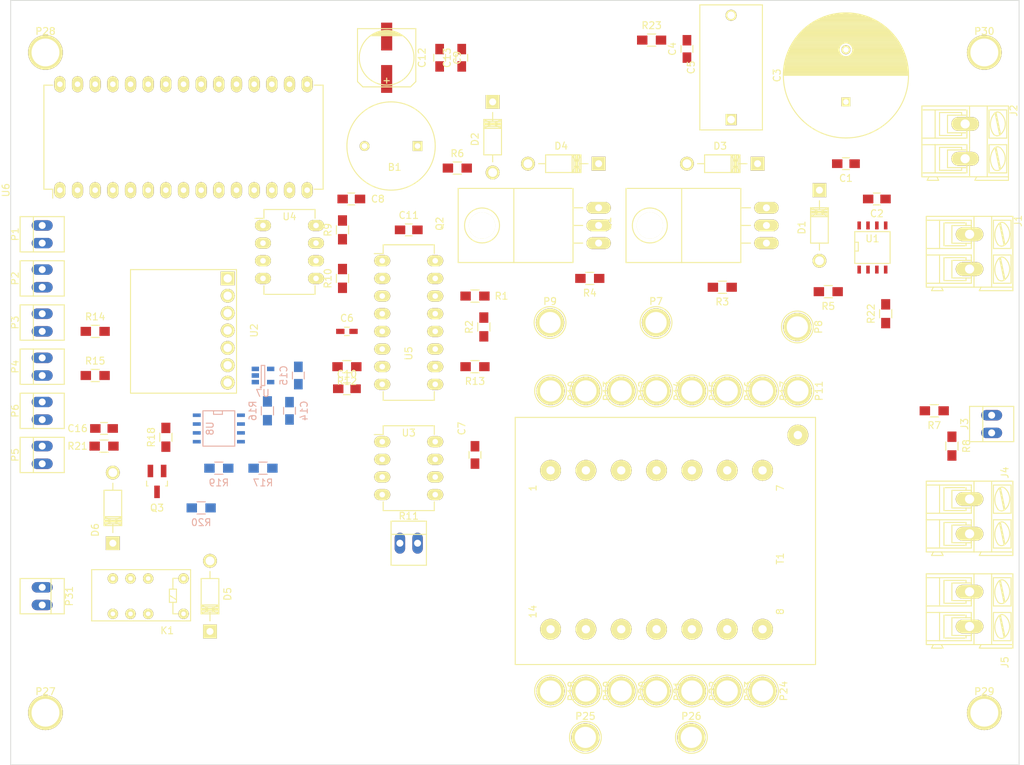
<source format=kicad_pcb>
(kicad_pcb (version 4) (host pcbnew "(after 2015-mar-04 BZR unknown)-product")

  (general
    (links 176)
    (no_connects 176)
    (area 44.949999 39.949999 190.050001 150.050001)
    (thickness 1.6)
    (drawings 4)
    (tracks 0)
    (zones 0)
    (modules 95)
    (nets 87)
  )

  (page A4)
  (layers
    (0 F.Cu signal)
    (31 B.Cu signal)
    (32 B.Adhes user)
    (33 F.Adhes user)
    (34 B.Paste user)
    (35 F.Paste user)
    (36 B.SilkS user)
    (37 F.SilkS user)
    (38 B.Mask user)
    (39 F.Mask user)
    (40 Dwgs.User user)
    (41 Cmts.User user)
    (42 Eco1.User user)
    (43 Eco2.User user)
    (44 Edge.Cuts user)
    (45 Margin user)
    (46 B.CrtYd user)
    (47 F.CrtYd user)
    (48 B.Fab user)
    (49 F.Fab user)
  )

  (setup
    (last_trace_width 0.25)
    (trace_clearance 0.2)
    (zone_clearance 0.508)
    (zone_45_only no)
    (trace_min 0.2)
    (segment_width 0.2)
    (edge_width 0.1)
    (via_size 0.6)
    (via_drill 0.4)
    (via_min_size 0.4)
    (via_min_drill 0.3)
    (uvia_size 0.3)
    (uvia_drill 0.1)
    (uvias_allowed no)
    (uvia_min_size 0.2)
    (uvia_min_drill 0.1)
    (pcb_text_width 0.3)
    (pcb_text_size 1.5 1.5)
    (mod_edge_width 0.15)
    (mod_text_size 1 1)
    (mod_text_width 0.15)
    (pad_size 5 5)
    (pad_drill 4)
    (pad_to_mask_clearance 0)
    (aux_axis_origin 0 0)
    (visible_elements 7FFFFFFF)
    (pcbplotparams
      (layerselection 0x000f0_80000001)
      (usegerberextensions true)
      (excludeedgelayer true)
      (linewidth 0.100000)
      (plotframeref false)
      (viasonmask false)
      (mode 1)
      (useauxorigin false)
      (hpglpennumber 1)
      (hpglpenspeed 20)
      (hpglpendiameter 15)
      (hpglpenoverlay 2)
      (psnegative false)
      (psa4output false)
      (plotreference true)
      (plotvalue true)
      (plotinvisibletext false)
      (padsonsilk false)
      (subtractmaskfromsilk false)
      (outputformat 1)
      (mirror false)
      (drillshape 0)
      (scaleselection 1)
      (outputdirectory ../Images/))
  )

  (net 0 "")
  (net 1 GND)
  (net 2 "Net-(B1-Pad2)")
  (net 3 +5V)
  (net 4 "Net-(C2-Pad2)")
  (net 5 "Net-(C3-Pad1)")
  (net 6 "Net-(C6-Pad2)")
  (net 7 "Net-(C10-Pad2)")
  (net 8 +12V)
  (net 9 "Net-(D1-Pad2)")
  (net 10 "Net-(D2-Pad2)")
  (net 11 "Net-(D3-Pad2)")
  (net 12 "Net-(D4-Pad2)")
  (net 13 "Net-(J3-Pad1)")
  (net 14 "Net-(J4-Pad1)")
  (net 15 "Net-(J4-Pad2)")
  (net 16 "Net-(J5-Pad2)")
  (net 17 "Net-(P3-Pad1)")
  (net 18 "Net-(P4-Pad1)")
  (net 19 "Net-(P5-Pad1)")
  (net 20 "Net-(P6-Pad1)")
  (net 21 "Net-(P10-Pad1)")
  (net 22 "Net-(P11-Pad1)")
  (net 23 "Net-(P12-Pad1)")
  (net 24 "Net-(P13-Pad1)")
  (net 25 "Net-(P14-Pad1)")
  (net 26 "Net-(P15-Pad1)")
  (net 27 "Net-(P16-Pad1)")
  (net 28 "Net-(P17-Pad1)")
  (net 29 "Net-(P18-Pad1)")
  (net 30 "Net-(P19-Pad1)")
  (net 31 "Net-(P20-Pad1)")
  (net 32 "Net-(P21-Pad1)")
  (net 33 "Net-(P22-Pad1)")
  (net 34 "Net-(P23-Pad1)")
  (net 35 "Net-(P24-Pad1)")
  (net 36 UC-PWM)
  (net 37 PWM-B)
  (net 38 PWM-A)
  (net 39 "Net-(J3-Pad2)")
  (net 40 "Net-(R9-Pad1)")
  (net 41 VREF)
  (net 42 "Net-(R10-Pad2)")
  (net 43 "Net-(R12-Pad1)")
  (net 44 UC-~RUN)
  (net 45 "Net-(R14-Pad2)")
  (net 46 "Net-(R15-Pad2)")
  (net 47 UC-PWR)
  (net 48 UC-SDA)
  (net 49 UC-SCK)
  (net 50 UC-FSYNC)
  (net 51 UC-CSF)
  (net 52 "Net-(R11-Pad2)")
  (net 53 UC-CSP)
  (net 54 "Net-(U4-Pad6)")
  (net 55 "Net-(U5-Pad1)")
  (net 56 "Net-(U5-Pad4)")
  (net 57 "Net-(U6-Pad1)")
  (net 58 "Net-(U6-Pad2)")
  (net 59 "Net-(U6-Pad3)")
  (net 60 "Net-(P1-Pad2)")
  (net 61 "Net-(P2-Pad2)")
  (net 62 "Net-(U6-Pad13)")
  (net 63 "Net-(U6-Pad15)")
  (net 64 "Net-(U6-Pad17)")
  (net 65 "Net-(U6-Pad18)")
  (net 66 "Net-(U6-Pad24)")
  (net 67 "Net-(U6-Pad28)")
  (net 68 "Net-(C14-Pad2)")
  (net 69 "Net-(U5-Pad3)")
  (net 70 UC-TUNE)
  (net 71 "Net-(D5-Pad1)")
  (net 72 "Net-(D6-Pad1)")
  (net 73 "Net-(K1-Pad9)")
  (net 74 "Net-(K1-Pad3)")
  (net 75 "Net-(K1-Pad4)")
  (net 76 "Net-(Q3-Pad1)")
  (net 77 9833-SIN)
  (net 78 "Net-(R17-Pad1)")
  (net 79 UC-RELAY)
  (net 80 "Net-(R19-Pad1)")
  (net 81 "Net-(U8-Pad8)")
  (net 82 "Net-(U8-Pad5)")
  (net 83 "Net-(U8-Pad1)")
  (net 84 "Net-(K1-Pad10)")
  (net 85 PWR-GND)
  (net 86 PWR-12V)

  (net_class Default "This is the default net class."
    (clearance 0.2)
    (trace_width 0.25)
    (via_dia 0.6)
    (via_drill 0.4)
    (uvia_dia 0.3)
    (uvia_drill 0.1)
    (add_net +12V)
    (add_net +5V)
    (add_net 9833-SIN)
    (add_net GND)
    (add_net "Net-(B1-Pad2)")
    (add_net "Net-(C10-Pad2)")
    (add_net "Net-(C14-Pad2)")
    (add_net "Net-(C2-Pad2)")
    (add_net "Net-(C6-Pad2)")
    (add_net "Net-(D1-Pad2)")
    (add_net "Net-(D2-Pad2)")
    (add_net "Net-(D5-Pad1)")
    (add_net "Net-(D6-Pad1)")
    (add_net "Net-(J3-Pad1)")
    (add_net "Net-(J3-Pad2)")
    (add_net "Net-(J4-Pad1)")
    (add_net "Net-(J4-Pad2)")
    (add_net "Net-(J5-Pad2)")
    (add_net "Net-(K1-Pad10)")
    (add_net "Net-(K1-Pad3)")
    (add_net "Net-(K1-Pad4)")
    (add_net "Net-(K1-Pad9)")
    (add_net "Net-(P1-Pad2)")
    (add_net "Net-(P10-Pad1)")
    (add_net "Net-(P11-Pad1)")
    (add_net "Net-(P12-Pad1)")
    (add_net "Net-(P13-Pad1)")
    (add_net "Net-(P14-Pad1)")
    (add_net "Net-(P15-Pad1)")
    (add_net "Net-(P16-Pad1)")
    (add_net "Net-(P17-Pad1)")
    (add_net "Net-(P18-Pad1)")
    (add_net "Net-(P19-Pad1)")
    (add_net "Net-(P2-Pad2)")
    (add_net "Net-(P20-Pad1)")
    (add_net "Net-(P21-Pad1)")
    (add_net "Net-(P22-Pad1)")
    (add_net "Net-(P23-Pad1)")
    (add_net "Net-(P24-Pad1)")
    (add_net "Net-(P3-Pad1)")
    (add_net "Net-(P4-Pad1)")
    (add_net "Net-(P5-Pad1)")
    (add_net "Net-(P6-Pad1)")
    (add_net "Net-(Q3-Pad1)")
    (add_net "Net-(R10-Pad2)")
    (add_net "Net-(R11-Pad2)")
    (add_net "Net-(R12-Pad1)")
    (add_net "Net-(R14-Pad2)")
    (add_net "Net-(R15-Pad2)")
    (add_net "Net-(R17-Pad1)")
    (add_net "Net-(R19-Pad1)")
    (add_net "Net-(R9-Pad1)")
    (add_net "Net-(U4-Pad6)")
    (add_net "Net-(U5-Pad1)")
    (add_net "Net-(U5-Pad3)")
    (add_net "Net-(U5-Pad4)")
    (add_net "Net-(U6-Pad1)")
    (add_net "Net-(U6-Pad13)")
    (add_net "Net-(U6-Pad15)")
    (add_net "Net-(U6-Pad17)")
    (add_net "Net-(U6-Pad18)")
    (add_net "Net-(U6-Pad2)")
    (add_net "Net-(U6-Pad24)")
    (add_net "Net-(U6-Pad28)")
    (add_net "Net-(U6-Pad3)")
    (add_net "Net-(U8-Pad1)")
    (add_net "Net-(U8-Pad5)")
    (add_net "Net-(U8-Pad8)")
    (add_net PWM-A)
    (add_net PWM-B)
    (add_net UC-CSF)
    (add_net UC-CSP)
    (add_net UC-FSYNC)
    (add_net UC-PWM)
    (add_net UC-PWR)
    (add_net UC-RELAY)
    (add_net UC-SCK)
    (add_net UC-SDA)
    (add_net UC-TUNE)
    (add_net UC-~RUN)
    (add_net VREF)
  )

  (net_class HighCurrent ""
    (clearance 0.2)
    (trace_width 4)
    (via_dia 2.5)
    (via_drill 2)
    (uvia_dia 0.3)
    (uvia_drill 0.1)
    (add_net "Net-(C3-Pad1)")
    (add_net "Net-(D3-Pad2)")
    (add_net "Net-(D4-Pad2)")
    (add_net PWR-12V)
    (add_net PWR-GND)
  )

  (module Discret:BUZ3-5 (layer F.Cu) (tedit 0) (tstamp 55F1EF65)
    (at 99.695 60.96 180)
    (path /559DECC1/55A82870)
    (fp_text reference B1 (at -0.508 -3.048 180) (layer F.SilkS)
      (effects (font (size 1 1) (thickness 0.15)))
    )
    (fp_text value BUZZER (at 0 3.302 180) (layer F.Fab)
      (effects (font (size 1 1) (thickness 0.15)))
    )
    (fp_circle (center 0 0) (end -6.35 0) (layer F.SilkS) (width 0.15))
    (pad 1 thru_hole rect (at -3.81 0 180) (size 1.4224 1.4224) (drill 0.8128) (layers *.Cu *.Mask F.SilkS)
      (net 1 GND))
    (pad 2 thru_hole circle (at 3.81 0 180) (size 1.4224 1.4224) (drill 0.8128) (layers *.Cu *.Mask F.SilkS)
      (net 2 "Net-(B1-Pad2)"))
  )

  (module Capacitors_SMD:C_0805_HandSoldering (layer F.Cu) (tedit 541A9B8D) (tstamp 55F1EF6B)
    (at 165.1 63.5 180)
    (descr "Capacitor SMD 0805, hand soldering")
    (tags "capacitor 0805")
    (path /559DE5BB/55ADC940)
    (attr smd)
    (fp_text reference C1 (at 0 -2.1 180) (layer F.SilkS)
      (effects (font (size 1 1) (thickness 0.15)))
    )
    (fp_text value 100nF (at 0 2.1 180) (layer F.Fab)
      (effects (font (size 1 1) (thickness 0.15)))
    )
    (fp_line (start -2.3 -1) (end 2.3 -1) (layer F.CrtYd) (width 0.05))
    (fp_line (start -2.3 1) (end 2.3 1) (layer F.CrtYd) (width 0.05))
    (fp_line (start -2.3 -1) (end -2.3 1) (layer F.CrtYd) (width 0.05))
    (fp_line (start 2.3 -1) (end 2.3 1) (layer F.CrtYd) (width 0.05))
    (fp_line (start 0.5 -0.85) (end -0.5 -0.85) (layer F.SilkS) (width 0.15))
    (fp_line (start -0.5 0.85) (end 0.5 0.85) (layer F.SilkS) (width 0.15))
    (pad 1 smd rect (at -1.25 0 180) (size 1.5 1.25) (layers F.Cu F.Paste F.Mask)
      (net 3 +5V))
    (pad 2 smd rect (at 1.25 0 180) (size 1.5 1.25) (layers F.Cu F.Paste F.Mask)
      (net 1 GND))
    (model Capacitors_SMD.3dshapes/C_0805_HandSoldering.wrl
      (at (xyz 0 0 0))
      (scale (xyz 1 1 1))
      (rotate (xyz 0 0 0))
    )
  )

  (module Capacitors_SMD:C_0805_HandSoldering (layer F.Cu) (tedit 541A9B8D) (tstamp 55F1EF71)
    (at 169.545 68.58 180)
    (descr "Capacitor SMD 0805, hand soldering")
    (tags "capacitor 0805")
    (path /559DE5BB/55A7DB09)
    (attr smd)
    (fp_text reference C2 (at 0 -2.1 180) (layer F.SilkS)
      (effects (font (size 1 1) (thickness 0.15)))
    )
    (fp_text value 10nF (at 0 2.1 180) (layer F.Fab)
      (effects (font (size 1 1) (thickness 0.15)))
    )
    (fp_line (start -2.3 -1) (end 2.3 -1) (layer F.CrtYd) (width 0.05))
    (fp_line (start -2.3 1) (end 2.3 1) (layer F.CrtYd) (width 0.05))
    (fp_line (start -2.3 -1) (end -2.3 1) (layer F.CrtYd) (width 0.05))
    (fp_line (start 2.3 -1) (end 2.3 1) (layer F.CrtYd) (width 0.05))
    (fp_line (start 0.5 -0.85) (end -0.5 -0.85) (layer F.SilkS) (width 0.15))
    (fp_line (start -0.5 0.85) (end 0.5 0.85) (layer F.SilkS) (width 0.15))
    (pad 1 smd rect (at -1.25 0 180) (size 1.5 1.25) (layers F.Cu F.Paste F.Mask)
      (net 1 GND))
    (pad 2 smd rect (at 1.25 0 180) (size 1.5 1.25) (layers F.Cu F.Paste F.Mask)
      (net 4 "Net-(C2-Pad2)"))
    (model Capacitors_SMD.3dshapes/C_0805_HandSoldering.wrl
      (at (xyz 0 0 0))
      (scale (xyz 1 1 1))
      (rotate (xyz 0 0 0))
    )
  )

  (module Capacitors_ThroughHole:C_Radial_D18_L36_P7.5 (layer F.Cu) (tedit 556D2B3A) (tstamp 55F1EF77)
    (at 165.1 54.61 90)
    (descr "Radial Electrolytic Capacitor Diameter 18mm x Length 36mm, Pitch 7.5mm")
    (tags "Electrolytic Capacitor")
    (path /559DE5BB/559E1296)
    (fp_text reference C3 (at 3.81 -9.906 90) (layer F.SilkS)
      (effects (font (size 1 1) (thickness 0.15)))
    )
    (fp_text value 4700uF (at 3.81 10.16 90) (layer F.Fab)
      (effects (font (size 1 1) (thickness 0.15)))
    )
    (fp_line (start 12.6492 -1.4732) (end 12.6746 1.3462) (layer F.SilkS) (width 0.15))
    (fp_line (start 12.5476 2.0828) (end 12.5222 -2.0574) (layer F.SilkS) (width 0.15))
    (fp_line (start 12.4206 -2.5908) (end 12.4206 2.4892) (layer F.SilkS) (width 0.15))
    (fp_line (start 12.2936 2.9464) (end 12.2936 -2.8956) (layer F.SilkS) (width 0.15))
    (fp_line (start 12.1666 -3.2766) (end 12.1666 3.2512) (layer F.SilkS) (width 0.15))
    (fp_line (start 12.0396 3.5814) (end 12.0396 -3.556) (layer F.SilkS) (width 0.15))
    (fp_line (start 11.9126 -3.8862) (end 11.9126 3.8354) (layer F.SilkS) (width 0.15))
    (fp_line (start 11.7856 4.1402) (end 11.7856 -4.1148) (layer F.SilkS) (width 0.15))
    (fp_line (start 11.6586 4.3942) (end 11.6586 -4.318) (layer F.SilkS) (width 0.15))
    (fp_line (start 3.825 -9) (end 3.825 9) (layer F.SilkS) (width 0.15))
    (fp_line (start 3.965 -8.997) (end 3.965 8.997) (layer F.SilkS) (width 0.15))
    (fp_line (start 4.105 -8.992) (end 4.105 8.992) (layer F.SilkS) (width 0.15))
    (fp_line (start 4.245 -8.985) (end 4.245 8.985) (layer F.SilkS) (width 0.15))
    (fp_line (start 4.385 -8.975) (end 4.385 8.975) (layer F.SilkS) (width 0.15))
    (fp_line (start 4.525 -8.962) (end 4.525 8.962) (layer F.SilkS) (width 0.15))
    (fp_line (start 4.665 -8.948) (end 4.665 8.948) (layer F.SilkS) (width 0.15))
    (fp_line (start 4.805 -8.93) (end 4.805 8.93) (layer F.SilkS) (width 0.15))
    (fp_line (start 4.945 -8.91) (end 4.945 8.91) (layer F.SilkS) (width 0.15))
    (fp_line (start 5.085 -8.888) (end 5.085 8.888) (layer F.SilkS) (width 0.15))
    (fp_line (start 5.225 -8.863) (end 5.225 8.863) (layer F.SilkS) (width 0.15))
    (fp_line (start 5.365 -8.835) (end 5.365 8.835) (layer F.SilkS) (width 0.15))
    (fp_line (start 5.505 -8.805) (end 5.505 8.805) (layer F.SilkS) (width 0.15))
    (fp_line (start 5.645 -8.772) (end 5.645 8.772) (layer F.SilkS) (width 0.15))
    (fp_line (start 5.785 -8.737) (end 5.785 8.737) (layer F.SilkS) (width 0.15))
    (fp_line (start 5.925 -8.699) (end 5.925 8.699) (layer F.SilkS) (width 0.15))
    (fp_line (start 6.065 -8.658) (end 6.065 8.658) (layer F.SilkS) (width 0.15))
    (fp_line (start 6.205 -8.614) (end 6.205 8.614) (layer F.SilkS) (width 0.15))
    (fp_line (start 6.345 -8.567) (end 6.345 8.567) (layer F.SilkS) (width 0.15))
    (fp_line (start 6.485 -8.518) (end 6.485 8.518) (layer F.SilkS) (width 0.15))
    (fp_line (start 6.625 -8.466) (end 6.625 -0.484) (layer F.SilkS) (width 0.15))
    (fp_line (start 6.625 0.484) (end 6.625 8.466) (layer F.SilkS) (width 0.15))
    (fp_line (start 6.765 -8.45) (end 6.765 -0.678) (layer F.SilkS) (width 0.15))
    (fp_line (start 6.765 0.678) (end 6.765 8.41) (layer F.SilkS) (width 0.15))
    (fp_line (start 6.905 -8.4) (end 6.905 -0.804) (layer F.SilkS) (width 0.15))
    (fp_line (start 6.905 0.804) (end 6.905 8.38) (layer F.SilkS) (width 0.15))
    (fp_line (start 7.045 -8.35) (end 7.045 -0.89) (layer F.SilkS) (width 0.15))
    (fp_line (start 7.045 0.89) (end 7.045 8.35) (layer F.SilkS) (width 0.15))
    (fp_line (start 7.185 -8.25) (end 7.185 -0.949) (layer F.SilkS) (width 0.15))
    (fp_line (start 7.185 0.949) (end 7.185 8.33) (layer F.SilkS) (width 0.15))
    (fp_line (start 7.325 -8.25) (end 7.325 -0.985) (layer F.SilkS) (width 0.15))
    (fp_line (start 7.325 0.985) (end 7.325 8.28) (layer F.SilkS) (width 0.15))
    (fp_line (start 7.465 -8.185) (end 7.465 -0.999) (layer F.SilkS) (width 0.15))
    (fp_line (start 7.465 0.999) (end 7.465 8.2) (layer F.SilkS) (width 0.15))
    (fp_line (start 7.605 -8.15) (end 7.605 -0.994) (layer F.SilkS) (width 0.15))
    (fp_line (start 7.605 0.994) (end 7.605 8.15) (layer F.SilkS) (width 0.15))
    (fp_line (start 7.745 -8.1) (end 7.745 -0.97) (layer F.SilkS) (width 0.15))
    (fp_line (start 7.745 0.97) (end 7.745 8.05) (layer F.SilkS) (width 0.15))
    (fp_line (start 7.885 -8) (end 7.885 -0.923) (layer F.SilkS) (width 0.15))
    (fp_line (start 7.885 0.923) (end 7.885 7.95) (layer F.SilkS) (width 0.15))
    (fp_line (start 8.025 -7.9) (end 8.025 -0.851) (layer F.SilkS) (width 0.15))
    (fp_line (start 8.025 0.851) (end 8.025 7.87) (layer F.SilkS) (width 0.15))
    (fp_line (start 8.165 -7.8) (end 8.165 -0.747) (layer F.SilkS) (width 0.15))
    (fp_line (start 8.165 0.747) (end 8.165 7.85) (layer F.SilkS) (width 0.15))
    (fp_line (start 8.305 -7.75) (end 8.305 -0.593) (layer F.SilkS) (width 0.15))
    (fp_line (start 8.305 0.593) (end 8.305 7.78) (layer F.SilkS) (width 0.15))
    (fp_line (start 8.445 -7.7) (end 8.445 -0.327) (layer F.SilkS) (width 0.15))
    (fp_line (start 8.445 0.327) (end 8.445 7.7) (layer F.SilkS) (width 0.15))
    (fp_line (start 8.585 -7.6) (end 8.585 7.6) (layer F.SilkS) (width 0.15))
    (fp_line (start 8.725 -7.5) (end 8.725 7.5) (layer F.SilkS) (width 0.15))
    (fp_line (start 8.865 -7.4) (end 8.865 7.4) (layer F.SilkS) (width 0.15))
    (fp_line (start 9.005 -7.3) (end 9.005 7.3) (layer F.SilkS) (width 0.15))
    (fp_line (start 9.145 -7.2) (end 9.145 7.2) (layer F.SilkS) (width 0.15))
    (fp_line (start 9.285 -7.1) (end 9.285 7.1) (layer F.SilkS) (width 0.15))
    (fp_line (start 9.425 -7) (end 9.425 7) (layer F.SilkS) (width 0.15))
    (fp_line (start 9.565 -6.9) (end 9.565 6.9) (layer F.SilkS) (width 0.15))
    (fp_line (start 9.705 -6.8) (end 9.705 6.8) (layer F.SilkS) (width 0.15))
    (fp_line (start 9.845 -6.6) (end 9.845 6.6) (layer F.SilkS) (width 0.15))
    (fp_line (start 9.985 -6.5) (end 9.985 6.5) (layer F.SilkS) (width 0.15))
    (fp_line (start 10.125 -6.4) (end 10.125 6.4) (layer F.SilkS) (width 0.15))
    (fp_line (start 10.265 -6.2) (end 10.265 6.2) (layer F.SilkS) (width 0.15))
    (fp_line (start 10.405 -6.1) (end 10.405 6.1) (layer F.SilkS) (width 0.15))
    (fp_line (start 10.545 -5.9) (end 10.545 5.9) (layer F.SilkS) (width 0.15))
    (fp_line (start 10.685 -5.8) (end 10.685 5.8) (layer F.SilkS) (width 0.15))
    (fp_line (start 10.825 -5.6) (end 10.825 5.6) (layer F.SilkS) (width 0.15))
    (fp_line (start 10.965 -5.45) (end 10.965 5.45) (layer F.SilkS) (width 0.15))
    (fp_line (start 11.105 -5.25) (end 11.105 5.25) (layer F.SilkS) (width 0.15))
    (fp_line (start 11.245 -5.05) (end 11.245 5.05) (layer F.SilkS) (width 0.15))
    (fp_line (start 11.385 -4.8) (end 11.385 4.8) (layer F.SilkS) (width 0.15))
    (fp_line (start 11.525 -4.6) (end 11.525 4.6) (layer F.SilkS) (width 0.15))
    (fp_circle (center 7.5 0) (end 7.5 -1) (layer F.SilkS) (width 0.15))
    (fp_circle (center 3.81 0) (end 3.81 -9) (layer F.SilkS) (width 0.15))
    (fp_circle (center 3.81 0) (end 3.81 -9.3) (layer F.CrtYd) (width 0.05))
    (pad 1 thru_hole rect (at 0 0 90) (size 1.3 1.3) (drill 0.8) (layers *.Cu *.Mask F.SilkS)
      (net 5 "Net-(C3-Pad1)"))
    (pad 2 thru_hole circle (at 7.5 0 90) (size 1.3 1.3) (drill 0.8) (layers *.Cu *.Mask F.SilkS)
      (net 85 PWR-GND))
    (model Capacitors_ThroughHole.3dshapes/C_Radial_D18_L36_P7.5.wrl
      (at (xyz 0 0 0))
      (scale (xyz 1 1 1))
      (rotate (xyz 0 0 0))
    )
  )

  (module Capacitors_SMD:C_0805_HandSoldering (layer F.Cu) (tedit 541A9B8D) (tstamp 55F1EF7D)
    (at 142.24 46.99 90)
    (descr "Capacitor SMD 0805, hand soldering")
    (tags "capacitor 0805")
    (path /559DE5BB/55ADC675)
    (attr smd)
    (fp_text reference C4 (at 0 -2.1 90) (layer F.SilkS)
      (effects (font (size 1 1) (thickness 0.15)))
    )
    (fp_text value 100nF (at 0 2.1 90) (layer F.Fab)
      (effects (font (size 1 1) (thickness 0.15)))
    )
    (fp_line (start -2.3 -1) (end 2.3 -1) (layer F.CrtYd) (width 0.05))
    (fp_line (start -2.3 1) (end 2.3 1) (layer F.CrtYd) (width 0.05))
    (fp_line (start -2.3 -1) (end -2.3 1) (layer F.CrtYd) (width 0.05))
    (fp_line (start 2.3 -1) (end 2.3 1) (layer F.CrtYd) (width 0.05))
    (fp_line (start 0.5 -0.85) (end -0.5 -0.85) (layer F.SilkS) (width 0.15))
    (fp_line (start -0.5 0.85) (end 0.5 0.85) (layer F.SilkS) (width 0.15))
    (pad 1 smd rect (at -1.25 0 90) (size 1.5 1.25) (layers F.Cu F.Paste F.Mask)
      (net 5 "Net-(C3-Pad1)"))
    (pad 2 smd rect (at 1.25 0 90) (size 1.5 1.25) (layers F.Cu F.Paste F.Mask)
      (net 85 PWR-GND))
    (model Capacitors_SMD.3dshapes/C_0805_HandSoldering.wrl
      (at (xyz 0 0 0))
      (scale (xyz 1 1 1))
      (rotate (xyz 0 0 0))
    )
  )

  (module Capacitors_ThroughHole:C_Rect_L18_W9_H15_P15 (layer F.Cu) (tedit 0) (tstamp 55F1EF83)
    (at 148.59 57.15 90)
    (descr "Film Capacitor Length 18mm x Width 9mm x Height 15mm, Pitch 15mm")
    (tags "Kemet R.46 Capacitor")
    (path /559DE5BB/55F12466)
    (fp_text reference C5 (at 7.5 -5.75 90) (layer F.SilkS)
      (effects (font (size 1 1) (thickness 0.15)))
    )
    (fp_text value 0.47uF (at 7.5 5.75 90) (layer F.Fab)
      (effects (font (size 1 1) (thickness 0.15)))
    )
    (fp_line (start -1.75 -4.75) (end 16.75 -4.75) (layer F.CrtYd) (width 0.05))
    (fp_line (start 16.75 -4.75) (end 16.75 4.75) (layer F.CrtYd) (width 0.05))
    (fp_line (start 16.75 4.75) (end -1.75 4.75) (layer F.CrtYd) (width 0.05))
    (fp_line (start -1.75 4.75) (end -1.75 -4.75) (layer F.CrtYd) (width 0.05))
    (fp_line (start -1.5 -4.5) (end 16.5 -4.5) (layer F.SilkS) (width 0.15))
    (fp_line (start 16.5 -4.5) (end 16.5 4.5) (layer F.SilkS) (width 0.15))
    (fp_line (start 16.5 4.5) (end -1.5 4.5) (layer F.SilkS) (width 0.15))
    (fp_line (start -1.5 4.5) (end -1.5 -4.5) (layer F.SilkS) (width 0.15))
    (pad 1 thru_hole rect (at 0 0 90) (size 1.6 1.6) (drill 1.1) (layers *.Cu *.Mask F.SilkS)
      (net 5 "Net-(C3-Pad1)"))
    (pad 2 thru_hole circle (at 15 0 90) (size 1.6 1.6) (drill 1.1) (layers *.Cu *.Mask F.SilkS)
      (net 85 PWR-GND))
    (model Capacitors_ThroughHole.3dshapes/C_Rect_L18_W9_H15_P15.wrl
      (at (xyz 0.295276 0 0))
      (scale (xyz 4 4 4))
      (rotate (xyz 0 0 0))
    )
  )

  (module Capacitors_SMD:C_0603_HandSoldering (layer F.Cu) (tedit 541A9B4D) (tstamp 55F1EF89)
    (at 93.345 87.63)
    (descr "Capacitor SMD 0603, hand soldering")
    (tags "capacitor 0603")
    (path /559DECBA/559E461A)
    (attr smd)
    (fp_text reference C6 (at 0 -1.9) (layer F.SilkS)
      (effects (font (size 1 1) (thickness 0.15)))
    )
    (fp_text value 2.2nF (at 0 1.9) (layer F.Fab)
      (effects (font (size 1 1) (thickness 0.15)))
    )
    (fp_line (start -1.85 -0.75) (end 1.85 -0.75) (layer F.CrtYd) (width 0.05))
    (fp_line (start -1.85 0.75) (end 1.85 0.75) (layer F.CrtYd) (width 0.05))
    (fp_line (start -1.85 -0.75) (end -1.85 0.75) (layer F.CrtYd) (width 0.05))
    (fp_line (start 1.85 -0.75) (end 1.85 0.75) (layer F.CrtYd) (width 0.05))
    (fp_line (start -0.35 -0.6) (end 0.35 -0.6) (layer F.SilkS) (width 0.15))
    (fp_line (start 0.35 0.6) (end -0.35 0.6) (layer F.SilkS) (width 0.15))
    (pad 1 smd rect (at -0.95 0) (size 1.2 0.75) (layers F.Cu F.Paste F.Mask)
      (net 1 GND))
    (pad 2 smd rect (at 0.95 0) (size 1.2 0.75) (layers F.Cu F.Paste F.Mask)
      (net 6 "Net-(C6-Pad2)"))
    (model Capacitors_SMD.3dshapes/C_0603_HandSoldering.wrl
      (at (xyz 0 0 0))
      (scale (xyz 1 1 1))
      (rotate (xyz 0 0 0))
    )
  )

  (module Capacitors_SMD:C_0805_HandSoldering (layer F.Cu) (tedit 55F7A7B5) (tstamp 55F1EF8F)
    (at 111.76 105.41 90)
    (descr "Capacitor SMD 0805, hand soldering")
    (tags "capacitor 0805")
    (path /559DECBA/55ADB610)
    (attr smd)
    (fp_text reference C7 (at 3.81 -1.905 90) (layer F.SilkS)
      (effects (font (size 1 1) (thickness 0.15)))
    )
    (fp_text value 100nF (at 5.08 0 90) (layer F.Fab)
      (effects (font (size 1 1) (thickness 0.15)))
    )
    (fp_line (start -2.3 -1) (end 2.3 -1) (layer F.CrtYd) (width 0.05))
    (fp_line (start -2.3 1) (end 2.3 1) (layer F.CrtYd) (width 0.05))
    (fp_line (start -2.3 -1) (end -2.3 1) (layer F.CrtYd) (width 0.05))
    (fp_line (start 2.3 -1) (end 2.3 1) (layer F.CrtYd) (width 0.05))
    (fp_line (start 0.5 -0.85) (end -0.5 -0.85) (layer F.SilkS) (width 0.15))
    (fp_line (start -0.5 0.85) (end 0.5 0.85) (layer F.SilkS) (width 0.15))
    (pad 1 smd rect (at -1.25 0 90) (size 1.5 1.25) (layers F.Cu F.Paste F.Mask)
      (net 1 GND))
    (pad 2 smd rect (at 1.25 0 90) (size 1.5 1.25) (layers F.Cu F.Paste F.Mask)
      (net 3 +5V))
    (model Capacitors_SMD.3dshapes/C_0805_HandSoldering.wrl
      (at (xyz 0 0 0))
      (scale (xyz 1 1 1))
      (rotate (xyz 0 0 0))
    )
  )

  (module Capacitors_SMD:C_0805_HandSoldering (layer F.Cu) (tedit 55F7A7BA) (tstamp 55F1EF95)
    (at 93.98 68.58 180)
    (descr "Capacitor SMD 0805, hand soldering")
    (tags "capacitor 0805")
    (path /559DECBA/55ADBF6D)
    (attr smd)
    (fp_text reference C8 (at -3.81 0 180) (layer F.SilkS)
      (effects (font (size 1 1) (thickness 0.15)))
    )
    (fp_text value 100nF (at 4.445 0 180) (layer F.Fab)
      (effects (font (size 1 1) (thickness 0.15)))
    )
    (fp_line (start -2.3 -1) (end 2.3 -1) (layer F.CrtYd) (width 0.05))
    (fp_line (start -2.3 1) (end 2.3 1) (layer F.CrtYd) (width 0.05))
    (fp_line (start -2.3 -1) (end -2.3 1) (layer F.CrtYd) (width 0.05))
    (fp_line (start 2.3 -1) (end 2.3 1) (layer F.CrtYd) (width 0.05))
    (fp_line (start 0.5 -0.85) (end -0.5 -0.85) (layer F.SilkS) (width 0.15))
    (fp_line (start -0.5 0.85) (end 0.5 0.85) (layer F.SilkS) (width 0.15))
    (pad 1 smd rect (at -1.25 0 180) (size 1.5 1.25) (layers F.Cu F.Paste F.Mask)
      (net 1 GND))
    (pad 2 smd rect (at 1.25 0 180) (size 1.5 1.25) (layers F.Cu F.Paste F.Mask)
      (net 3 +5V))
    (model Capacitors_SMD.3dshapes/C_0805_HandSoldering.wrl
      (at (xyz 0 0 0))
      (scale (xyz 1 1 1))
      (rotate (xyz 0 0 0))
    )
  )

  (module Capacitors_SMD:C_0805_HandSoldering (layer F.Cu) (tedit 55F7A565) (tstamp 55F1EF9B)
    (at 106.68 48.26 270)
    (descr "Capacitor SMD 0805, hand soldering")
    (tags "capacitor 0805")
    (path /559DECBA/55F108A1)
    (attr smd)
    (fp_text reference C9 (at 0 -2.54 270) (layer F.SilkS)
      (effects (font (size 1 1) (thickness 0.15)))
    )
    (fp_text value 100nF (at 0 2.1 270) (layer F.Fab)
      (effects (font (size 1 1) (thickness 0.15)))
    )
    (fp_line (start -2.3 -1) (end 2.3 -1) (layer F.CrtYd) (width 0.05))
    (fp_line (start -2.3 1) (end 2.3 1) (layer F.CrtYd) (width 0.05))
    (fp_line (start -2.3 -1) (end -2.3 1) (layer F.CrtYd) (width 0.05))
    (fp_line (start 2.3 -1) (end 2.3 1) (layer F.CrtYd) (width 0.05))
    (fp_line (start 0.5 -0.85) (end -0.5 -0.85) (layer F.SilkS) (width 0.15))
    (fp_line (start -0.5 0.85) (end 0.5 0.85) (layer F.SilkS) (width 0.15))
    (pad 1 smd rect (at -1.25 0 270) (size 1.5 1.25) (layers F.Cu F.Paste F.Mask)
      (net 1 GND))
    (pad 2 smd rect (at 1.25 0 270) (size 1.5 1.25) (layers F.Cu F.Paste F.Mask)
      (net 3 +5V))
    (model Capacitors_SMD.3dshapes/C_0805_HandSoldering.wrl
      (at (xyz 0 0 0))
      (scale (xyz 1 1 1))
      (rotate (xyz 0 0 0))
    )
  )

  (module Capacitors_SMD:C_0805_HandSoldering (layer F.Cu) (tedit 541A9B8D) (tstamp 55F1EFA1)
    (at 93.345 95.885)
    (descr "Capacitor SMD 0805, hand soldering")
    (tags "capacitor 0805")
    (path /559DECBA/559E4635)
    (attr smd)
    (fp_text reference C10 (at 0 -2.1) (layer F.SilkS)
      (effects (font (size 1 1) (thickness 0.15)))
    )
    (fp_text value 100nF (at 0 2.1) (layer F.Fab)
      (effects (font (size 1 1) (thickness 0.15)))
    )
    (fp_line (start -2.3 -1) (end 2.3 -1) (layer F.CrtYd) (width 0.05))
    (fp_line (start -2.3 1) (end 2.3 1) (layer F.CrtYd) (width 0.05))
    (fp_line (start -2.3 -1) (end -2.3 1) (layer F.CrtYd) (width 0.05))
    (fp_line (start 2.3 -1) (end 2.3 1) (layer F.CrtYd) (width 0.05))
    (fp_line (start 0.5 -0.85) (end -0.5 -0.85) (layer F.SilkS) (width 0.15))
    (fp_line (start -0.5 0.85) (end 0.5 0.85) (layer F.SilkS) (width 0.15))
    (pad 1 smd rect (at -1.25 0) (size 1.5 1.25) (layers F.Cu F.Paste F.Mask)
      (net 1 GND))
    (pad 2 smd rect (at 1.25 0) (size 1.5 1.25) (layers F.Cu F.Paste F.Mask)
      (net 7 "Net-(C10-Pad2)"))
    (model Capacitors_SMD.3dshapes/C_0805_HandSoldering.wrl
      (at (xyz 0 0 0))
      (scale (xyz 1 1 1))
      (rotate (xyz 0 0 0))
    )
  )

  (module Capacitors_SMD:C_0805_HandSoldering (layer F.Cu) (tedit 541A9B8D) (tstamp 55F1EFA7)
    (at 102.235 73.025)
    (descr "Capacitor SMD 0805, hand soldering")
    (tags "capacitor 0805")
    (path /559DECBA/55ADBFD7)
    (attr smd)
    (fp_text reference C11 (at 0 -2.1) (layer F.SilkS)
      (effects (font (size 1 1) (thickness 0.15)))
    )
    (fp_text value 100nF (at 0 2.1) (layer F.Fab)
      (effects (font (size 1 1) (thickness 0.15)))
    )
    (fp_line (start -2.3 -1) (end 2.3 -1) (layer F.CrtYd) (width 0.05))
    (fp_line (start -2.3 1) (end 2.3 1) (layer F.CrtYd) (width 0.05))
    (fp_line (start -2.3 -1) (end -2.3 1) (layer F.CrtYd) (width 0.05))
    (fp_line (start 2.3 -1) (end 2.3 1) (layer F.CrtYd) (width 0.05))
    (fp_line (start 0.5 -0.85) (end -0.5 -0.85) (layer F.SilkS) (width 0.15))
    (fp_line (start -0.5 0.85) (end 0.5 0.85) (layer F.SilkS) (width 0.15))
    (pad 1 smd rect (at -1.25 0) (size 1.5 1.25) (layers F.Cu F.Paste F.Mask)
      (net 1 GND))
    (pad 2 smd rect (at 1.25 0) (size 1.5 1.25) (layers F.Cu F.Paste F.Mask)
      (net 8 +12V))
    (model Capacitors_SMD.3dshapes/C_0805_HandSoldering.wrl
      (at (xyz 0 0 0))
      (scale (xyz 1 1 1))
      (rotate (xyz 0 0 0))
    )
  )

  (module Capacitors_SMD:c_elec_8x6.7 (layer F.Cu) (tedit 5572968D) (tstamp 55F1EFAD)
    (at 99.06 48.26 270)
    (descr "SMT capacitor, aluminium electrolytic, 8x6.7")
    (path /559DECC1/55ADD91E)
    (attr smd)
    (fp_text reference C12 (at 0 -5.08 270) (layer F.SilkS)
      (effects (font (size 1 1) (thickness 0.15)))
    )
    (fp_text value 100uF (at 0 5.08 270) (layer F.Fab)
      (effects (font (size 1 1) (thickness 0.15)))
    )
    (fp_line (start -5.35 -4.55) (end 5.35 -4.55) (layer F.CrtYd) (width 0.05))
    (fp_line (start 5.35 -4.55) (end 5.35 4.55) (layer F.CrtYd) (width 0.05))
    (fp_line (start 5.35 4.55) (end -5.35 4.55) (layer F.CrtYd) (width 0.05))
    (fp_line (start -5.35 4.55) (end -5.35 -4.55) (layer F.CrtYd) (width 0.05))
    (fp_line (start -3.81 -1.016) (end -3.81 1.016) (layer F.SilkS) (width 0.15))
    (fp_line (start -3.683 1.397) (end -3.683 -1.397) (layer F.SilkS) (width 0.15))
    (fp_line (start -3.556 -1.651) (end -3.556 1.651) (layer F.SilkS) (width 0.15))
    (fp_line (start -3.429 1.905) (end -3.429 -1.905) (layer F.SilkS) (width 0.15))
    (fp_line (start -3.302 2.032) (end -3.302 -2.032) (layer F.SilkS) (width 0.15))
    (fp_line (start -3.175 -2.286) (end -3.175 2.286) (layer F.SilkS) (width 0.15))
    (fp_line (start -4.191 -4.191) (end -4.191 4.191) (layer F.SilkS) (width 0.15))
    (fp_line (start -4.191 4.191) (end 3.429 4.191) (layer F.SilkS) (width 0.15))
    (fp_line (start 3.429 4.191) (end 4.191 3.429) (layer F.SilkS) (width 0.15))
    (fp_line (start 4.191 3.429) (end 4.191 -3.429) (layer F.SilkS) (width 0.15))
    (fp_line (start 4.191 -3.429) (end 3.429 -4.191) (layer F.SilkS) (width 0.15))
    (fp_line (start 3.429 -4.191) (end -4.191 -4.191) (layer F.SilkS) (width 0.15))
    (fp_line (start 3.683 0) (end 2.921 0) (layer F.SilkS) (width 0.15))
    (fp_line (start 3.302 -0.381) (end 3.302 0.381) (layer F.SilkS) (width 0.15))
    (fp_circle (center 0 0) (end 3.937 0) (layer F.SilkS) (width 0.15))
    (pad 1 smd rect (at 3.05054 0 270) (size 4.0005 1.6002) (layers F.Cu F.Paste F.Mask)
      (net 3 +5V))
    (pad 2 smd rect (at -3.05054 0 270) (size 4.0005 1.6002) (layers F.Cu F.Paste F.Mask)
      (net 1 GND))
    (model Capacitors_SMD.3dshapes/c_elec_8x6.7.wrl
      (at (xyz 0 0 0))
      (scale (xyz 1 1 1))
      (rotate (xyz 0 0 0))
    )
  )

  (module Capacitors_SMD:C_0805_HandSoldering (layer F.Cu) (tedit 541A9B8D) (tstamp 55F1EFB3)
    (at 109.855 48.26 90)
    (descr "Capacitor SMD 0805, hand soldering")
    (tags "capacitor 0805")
    (path /559DECC1/55ADDAF7)
    (attr smd)
    (fp_text reference C13 (at 0 -2.1 90) (layer F.SilkS)
      (effects (font (size 1 1) (thickness 0.15)))
    )
    (fp_text value 100nF (at 0 2.1 90) (layer F.Fab)
      (effects (font (size 1 1) (thickness 0.15)))
    )
    (fp_line (start -2.3 -1) (end 2.3 -1) (layer F.CrtYd) (width 0.05))
    (fp_line (start -2.3 1) (end 2.3 1) (layer F.CrtYd) (width 0.05))
    (fp_line (start -2.3 -1) (end -2.3 1) (layer F.CrtYd) (width 0.05))
    (fp_line (start 2.3 -1) (end 2.3 1) (layer F.CrtYd) (width 0.05))
    (fp_line (start 0.5 -0.85) (end -0.5 -0.85) (layer F.SilkS) (width 0.15))
    (fp_line (start -0.5 0.85) (end 0.5 0.85) (layer F.SilkS) (width 0.15))
    (pad 1 smd rect (at -1.25 0 90) (size 1.5 1.25) (layers F.Cu F.Paste F.Mask)
      (net 3 +5V))
    (pad 2 smd rect (at 1.25 0 90) (size 1.5 1.25) (layers F.Cu F.Paste F.Mask)
      (net 1 GND))
    (model Capacitors_SMD.3dshapes/C_0805_HandSoldering.wrl
      (at (xyz 0 0 0))
      (scale (xyz 1 1 1))
      (rotate (xyz 0 0 0))
    )
  )

  (module Diodes_ThroughHole:Diode_DO-41_SOD81_Horizontal_RM10 (layer F.Cu) (tedit 552FFCCE) (tstamp 55F1EFB9)
    (at 161.29 67.31 270)
    (descr "Diode, DO-41, SOD81, Horizontal, RM 10mm,")
    (tags "Diode, DO-41, SOD81, Horizontal, RM 10mm, 1N4007, SB140,")
    (path /559DE5BB/559E126D)
    (fp_text reference D1 (at 5.38734 2.53746 270) (layer F.SilkS)
      (effects (font (size 1 1) (thickness 0.15)))
    )
    (fp_text value 1N4744 (at 4.37134 -3.55854 270) (layer F.Fab)
      (effects (font (size 1 1) (thickness 0.15)))
    )
    (fp_line (start 7.62 -0.00254) (end 8.636 -0.00254) (layer F.SilkS) (width 0.15))
    (fp_line (start 2.794 -0.00254) (end 1.524 -0.00254) (layer F.SilkS) (width 0.15))
    (fp_line (start 3.048 -1.27254) (end 3.048 1.26746) (layer F.SilkS) (width 0.15))
    (fp_line (start 3.302 -1.27254) (end 3.302 1.26746) (layer F.SilkS) (width 0.15))
    (fp_line (start 3.556 -1.27254) (end 3.556 1.26746) (layer F.SilkS) (width 0.15))
    (fp_line (start 2.794 -1.27254) (end 2.794 1.26746) (layer F.SilkS) (width 0.15))
    (fp_line (start 3.81 -1.27254) (end 2.54 1.26746) (layer F.SilkS) (width 0.15))
    (fp_line (start 2.54 -1.27254) (end 3.81 1.26746) (layer F.SilkS) (width 0.15))
    (fp_line (start 3.81 -1.27254) (end 3.81 1.26746) (layer F.SilkS) (width 0.15))
    (fp_line (start 3.175 -1.27254) (end 3.175 1.26746) (layer F.SilkS) (width 0.15))
    (fp_line (start 2.54 1.26746) (end 2.54 -1.27254) (layer F.SilkS) (width 0.15))
    (fp_line (start 2.54 -1.27254) (end 7.62 -1.27254) (layer F.SilkS) (width 0.15))
    (fp_line (start 7.62 -1.27254) (end 7.62 1.26746) (layer F.SilkS) (width 0.15))
    (fp_line (start 7.62 1.26746) (end 2.54 1.26746) (layer F.SilkS) (width 0.15))
    (pad 2 thru_hole circle (at 10.16 -0.00254 90) (size 1.99898 1.99898) (drill 1.27) (layers *.Cu *.Mask F.SilkS)
      (net 9 "Net-(D1-Pad2)"))
    (pad 1 thru_hole rect (at 0 -0.00254 90) (size 1.99898 1.99898) (drill 1.00076) (layers *.Cu *.Mask F.SilkS)
      (net 1 GND))
  )

  (module Diodes_ThroughHole:Diode_DO-41_SOD81_Horizontal_RM10 (layer F.Cu) (tedit 552FFCCE) (tstamp 55F1EFBF)
    (at 114.3 54.61 270)
    (descr "Diode, DO-41, SOD81, Horizontal, RM 10mm,")
    (tags "Diode, DO-41, SOD81, Horizontal, RM 10mm, 1N4007, SB140,")
    (path /559DE5BB/559E1274)
    (fp_text reference D2 (at 5.38734 2.53746 270) (layer F.SilkS)
      (effects (font (size 1 1) (thickness 0.15)))
    )
    (fp_text value 1N4744 (at 4.37134 -3.55854 270) (layer F.Fab)
      (effects (font (size 1 1) (thickness 0.15)))
    )
    (fp_line (start 7.62 -0.00254) (end 8.636 -0.00254) (layer F.SilkS) (width 0.15))
    (fp_line (start 2.794 -0.00254) (end 1.524 -0.00254) (layer F.SilkS) (width 0.15))
    (fp_line (start 3.048 -1.27254) (end 3.048 1.26746) (layer F.SilkS) (width 0.15))
    (fp_line (start 3.302 -1.27254) (end 3.302 1.26746) (layer F.SilkS) (width 0.15))
    (fp_line (start 3.556 -1.27254) (end 3.556 1.26746) (layer F.SilkS) (width 0.15))
    (fp_line (start 2.794 -1.27254) (end 2.794 1.26746) (layer F.SilkS) (width 0.15))
    (fp_line (start 3.81 -1.27254) (end 2.54 1.26746) (layer F.SilkS) (width 0.15))
    (fp_line (start 2.54 -1.27254) (end 3.81 1.26746) (layer F.SilkS) (width 0.15))
    (fp_line (start 3.81 -1.27254) (end 3.81 1.26746) (layer F.SilkS) (width 0.15))
    (fp_line (start 3.175 -1.27254) (end 3.175 1.26746) (layer F.SilkS) (width 0.15))
    (fp_line (start 2.54 1.26746) (end 2.54 -1.27254) (layer F.SilkS) (width 0.15))
    (fp_line (start 2.54 -1.27254) (end 7.62 -1.27254) (layer F.SilkS) (width 0.15))
    (fp_line (start 7.62 -1.27254) (end 7.62 1.26746) (layer F.SilkS) (width 0.15))
    (fp_line (start 7.62 1.26746) (end 2.54 1.26746) (layer F.SilkS) (width 0.15))
    (pad 2 thru_hole circle (at 10.16 -0.00254 90) (size 1.99898 1.99898) (drill 1.27) (layers *.Cu *.Mask F.SilkS)
      (net 10 "Net-(D2-Pad2)"))
    (pad 1 thru_hole rect (at 0 -0.00254 90) (size 1.99898 1.99898) (drill 1.00076) (layers *.Cu *.Mask F.SilkS)
      (net 1 GND))
  )

  (module Diodes_ThroughHole:Diode_DO-41_SOD81_Horizontal_RM10 (layer F.Cu) (tedit 552FFCCE) (tstamp 55F1EFC5)
    (at 152.4 63.5 180)
    (descr "Diode, DO-41, SOD81, Horizontal, RM 10mm,")
    (tags "Diode, DO-41, SOD81, Horizontal, RM 10mm, 1N4007, SB140,")
    (path /559DE5BB/55A8CD7F)
    (fp_text reference D3 (at 5.38734 2.53746 180) (layer F.SilkS)
      (effects (font (size 1 1) (thickness 0.15)))
    )
    (fp_text value UF4007 (at 4.37134 -3.55854 180) (layer F.Fab)
      (effects (font (size 1 1) (thickness 0.15)))
    )
    (fp_line (start 7.62 -0.00254) (end 8.636 -0.00254) (layer F.SilkS) (width 0.15))
    (fp_line (start 2.794 -0.00254) (end 1.524 -0.00254) (layer F.SilkS) (width 0.15))
    (fp_line (start 3.048 -1.27254) (end 3.048 1.26746) (layer F.SilkS) (width 0.15))
    (fp_line (start 3.302 -1.27254) (end 3.302 1.26746) (layer F.SilkS) (width 0.15))
    (fp_line (start 3.556 -1.27254) (end 3.556 1.26746) (layer F.SilkS) (width 0.15))
    (fp_line (start 2.794 -1.27254) (end 2.794 1.26746) (layer F.SilkS) (width 0.15))
    (fp_line (start 3.81 -1.27254) (end 2.54 1.26746) (layer F.SilkS) (width 0.15))
    (fp_line (start 2.54 -1.27254) (end 3.81 1.26746) (layer F.SilkS) (width 0.15))
    (fp_line (start 3.81 -1.27254) (end 3.81 1.26746) (layer F.SilkS) (width 0.15))
    (fp_line (start 3.175 -1.27254) (end 3.175 1.26746) (layer F.SilkS) (width 0.15))
    (fp_line (start 2.54 1.26746) (end 2.54 -1.27254) (layer F.SilkS) (width 0.15))
    (fp_line (start 2.54 -1.27254) (end 7.62 -1.27254) (layer F.SilkS) (width 0.15))
    (fp_line (start 7.62 -1.27254) (end 7.62 1.26746) (layer F.SilkS) (width 0.15))
    (fp_line (start 7.62 1.26746) (end 2.54 1.26746) (layer F.SilkS) (width 0.15))
    (pad 2 thru_hole circle (at 10.16 -0.00254) (size 1.99898 1.99898) (drill 1.27) (layers *.Cu *.Mask F.SilkS)
      (net 11 "Net-(D3-Pad2)"))
    (pad 1 thru_hole rect (at 0 -0.00254) (size 1.99898 1.99898) (drill 1.00076) (layers *.Cu *.Mask F.SilkS)
      (net 85 PWR-GND))
  )

  (module Diodes_ThroughHole:Diode_DO-41_SOD81_Horizontal_RM10 (layer F.Cu) (tedit 552FFCCE) (tstamp 55F1EFCB)
    (at 129.54 63.5 180)
    (descr "Diode, DO-41, SOD81, Horizontal, RM 10mm,")
    (tags "Diode, DO-41, SOD81, Horizontal, RM 10mm, 1N4007, SB140,")
    (path /559DE5BB/55A8CB91)
    (fp_text reference D4 (at 5.38734 2.53746 180) (layer F.SilkS)
      (effects (font (size 1 1) (thickness 0.15)))
    )
    (fp_text value UF4007 (at 4.37134 -3.55854 180) (layer F.Fab)
      (effects (font (size 1 1) (thickness 0.15)))
    )
    (fp_line (start 7.62 -0.00254) (end 8.636 -0.00254) (layer F.SilkS) (width 0.15))
    (fp_line (start 2.794 -0.00254) (end 1.524 -0.00254) (layer F.SilkS) (width 0.15))
    (fp_line (start 3.048 -1.27254) (end 3.048 1.26746) (layer F.SilkS) (width 0.15))
    (fp_line (start 3.302 -1.27254) (end 3.302 1.26746) (layer F.SilkS) (width 0.15))
    (fp_line (start 3.556 -1.27254) (end 3.556 1.26746) (layer F.SilkS) (width 0.15))
    (fp_line (start 2.794 -1.27254) (end 2.794 1.26746) (layer F.SilkS) (width 0.15))
    (fp_line (start 3.81 -1.27254) (end 2.54 1.26746) (layer F.SilkS) (width 0.15))
    (fp_line (start 2.54 -1.27254) (end 3.81 1.26746) (layer F.SilkS) (width 0.15))
    (fp_line (start 3.81 -1.27254) (end 3.81 1.26746) (layer F.SilkS) (width 0.15))
    (fp_line (start 3.175 -1.27254) (end 3.175 1.26746) (layer F.SilkS) (width 0.15))
    (fp_line (start 2.54 1.26746) (end 2.54 -1.27254) (layer F.SilkS) (width 0.15))
    (fp_line (start 2.54 -1.27254) (end 7.62 -1.27254) (layer F.SilkS) (width 0.15))
    (fp_line (start 7.62 -1.27254) (end 7.62 1.26746) (layer F.SilkS) (width 0.15))
    (fp_line (start 7.62 1.26746) (end 2.54 1.26746) (layer F.SilkS) (width 0.15))
    (pad 2 thru_hole circle (at 10.16 -0.00254) (size 1.99898 1.99898) (drill 1.27) (layers *.Cu *.Mask F.SilkS)
      (net 12 "Net-(D4-Pad2)"))
    (pad 1 thru_hole rect (at 0 -0.00254) (size 1.99898 1.99898) (drill 1.00076) (layers *.Cu *.Mask F.SilkS)
      (net 85 PWR-GND))
  )

  (module Connect:AK300-2 (layer F.Cu) (tedit 54792136) (tstamp 55F1F026)
    (at 182.88 73.66 270)
    (descr CONNECTOR)
    (tags CONNECTOR)
    (path /559DE5BB/55F15E6C)
    (attr virtual)
    (fp_text reference J1 (at -1.92 -6.985 270) (layer F.SilkS)
      (effects (font (size 1 1) (thickness 0.15)))
    )
    (fp_text value +12V (at 2.779 7.747 270) (layer F.Fab)
      (effects (font (size 1 1) (thickness 0.15)))
    )
    (fp_line (start 8.363 -6.473) (end -2.83 -6.473) (layer F.CrtYd) (width 0.05))
    (fp_line (start 8.363 6.473) (end 8.363 -6.473) (layer F.CrtYd) (width 0.05))
    (fp_line (start -2.83 6.473) (end 8.363 6.473) (layer F.CrtYd) (width 0.05))
    (fp_line (start -2.83 -6.473) (end -2.83 6.473) (layer F.CrtYd) (width 0.05))
    (fp_line (start -1.2596 2.54) (end 1.2804 2.54) (layer F.SilkS) (width 0.15))
    (fp_line (start 1.2804 2.54) (end 1.2804 -0.254) (layer F.SilkS) (width 0.15))
    (fp_line (start -1.2596 -0.254) (end 1.2804 -0.254) (layer F.SilkS) (width 0.15))
    (fp_line (start -1.2596 2.54) (end -1.2596 -0.254) (layer F.SilkS) (width 0.15))
    (fp_line (start 3.7442 2.54) (end 6.2842 2.54) (layer F.SilkS) (width 0.15))
    (fp_line (start 6.2842 2.54) (end 6.2842 -0.254) (layer F.SilkS) (width 0.15))
    (fp_line (start 3.7442 -0.254) (end 6.2842 -0.254) (layer F.SilkS) (width 0.15))
    (fp_line (start 3.7442 2.54) (end 3.7442 -0.254) (layer F.SilkS) (width 0.15))
    (fp_line (start 7.605 -6.223) (end 7.605 -3.175) (layer F.SilkS) (width 0.15))
    (fp_line (start 7.605 -6.223) (end -2.58 -6.223) (layer F.SilkS) (width 0.15))
    (fp_line (start 7.605 -6.223) (end 8.113 -6.223) (layer F.SilkS) (width 0.15))
    (fp_line (start 8.113 -6.223) (end 8.113 -1.397) (layer F.SilkS) (width 0.15))
    (fp_line (start 8.113 -1.397) (end 7.605 -1.651) (layer F.SilkS) (width 0.15))
    (fp_line (start 8.113 5.461) (end 7.605 5.207) (layer F.SilkS) (width 0.15))
    (fp_line (start 7.605 5.207) (end 7.605 6.223) (layer F.SilkS) (width 0.15))
    (fp_line (start 8.113 3.81) (end 7.605 4.064) (layer F.SilkS) (width 0.15))
    (fp_line (start 7.605 4.064) (end 7.605 5.207) (layer F.SilkS) (width 0.15))
    (fp_line (start 8.113 3.81) (end 8.113 5.461) (layer F.SilkS) (width 0.15))
    (fp_line (start 2.9822 6.223) (end 2.9822 4.318) (layer F.SilkS) (width 0.15))
    (fp_line (start 7.0462 -0.254) (end 7.0462 4.318) (layer F.SilkS) (width 0.15))
    (fp_line (start 2.9822 6.223) (end 7.0462 6.223) (layer F.SilkS) (width 0.15))
    (fp_line (start 7.0462 6.223) (end 7.605 6.223) (layer F.SilkS) (width 0.15))
    (fp_line (start 2.0424 6.223) (end 2.0424 4.318) (layer F.SilkS) (width 0.15))
    (fp_line (start 2.0424 6.223) (end 2.9822 6.223) (layer F.SilkS) (width 0.15))
    (fp_line (start -2.0216 -0.254) (end -2.0216 4.318) (layer F.SilkS) (width 0.15))
    (fp_line (start -2.58 6.223) (end -2.0216 6.223) (layer F.SilkS) (width 0.15))
    (fp_line (start -2.0216 6.223) (end 2.0424 6.223) (layer F.SilkS) (width 0.15))
    (fp_line (start 2.9822 4.318) (end 7.0462 4.318) (layer F.SilkS) (width 0.15))
    (fp_line (start 2.9822 4.318) (end 2.9822 -0.254) (layer F.SilkS) (width 0.15))
    (fp_line (start 7.0462 4.318) (end 7.0462 6.223) (layer F.SilkS) (width 0.15))
    (fp_line (start 2.0424 4.318) (end -2.0216 4.318) (layer F.SilkS) (width 0.15))
    (fp_line (start 2.0424 4.318) (end 2.0424 -0.254) (layer F.SilkS) (width 0.15))
    (fp_line (start -2.0216 4.318) (end -2.0216 6.223) (layer F.SilkS) (width 0.15))
    (fp_line (start 6.6652 3.683) (end 6.6652 0.508) (layer F.SilkS) (width 0.15))
    (fp_line (start 6.6652 3.683) (end 3.3632 3.683) (layer F.SilkS) (width 0.15))
    (fp_line (start 3.3632 3.683) (end 3.3632 0.508) (layer F.SilkS) (width 0.15))
    (fp_line (start 1.6614 3.683) (end 1.6614 0.508) (layer F.SilkS) (width 0.15))
    (fp_line (start 1.6614 3.683) (end -1.6406 3.683) (layer F.SilkS) (width 0.15))
    (fp_line (start -1.6406 3.683) (end -1.6406 0.508) (layer F.SilkS) (width 0.15))
    (fp_line (start -1.6406 0.508) (end -1.2596 0.508) (layer F.SilkS) (width 0.15))
    (fp_line (start 1.6614 0.508) (end 1.2804 0.508) (layer F.SilkS) (width 0.15))
    (fp_line (start 3.3632 0.508) (end 3.7442 0.508) (layer F.SilkS) (width 0.15))
    (fp_line (start 6.6652 0.508) (end 6.2842 0.508) (layer F.SilkS) (width 0.15))
    (fp_line (start -2.58 6.223) (end -2.58 -0.635) (layer F.SilkS) (width 0.15))
    (fp_line (start -2.58 -0.635) (end -2.58 -3.175) (layer F.SilkS) (width 0.15))
    (fp_line (start 7.605 -1.651) (end 7.605 -0.635) (layer F.SilkS) (width 0.15))
    (fp_line (start 7.605 -0.635) (end 7.605 4.064) (layer F.SilkS) (width 0.15))
    (fp_line (start -2.58 -3.175) (end 7.605 -3.175) (layer F.SilkS) (width 0.15))
    (fp_line (start -2.58 -3.175) (end -2.58 -6.223) (layer F.SilkS) (width 0.15))
    (fp_line (start 7.605 -3.175) (end 7.605 -1.651) (layer F.SilkS) (width 0.15))
    (fp_line (start 2.9822 -3.429) (end 2.9822 -5.969) (layer F.SilkS) (width 0.15))
    (fp_line (start 2.9822 -5.969) (end 7.0462 -5.969) (layer F.SilkS) (width 0.15))
    (fp_line (start 7.0462 -5.969) (end 7.0462 -3.429) (layer F.SilkS) (width 0.15))
    (fp_line (start 7.0462 -3.429) (end 2.9822 -3.429) (layer F.SilkS) (width 0.15))
    (fp_line (start 2.0424 -3.429) (end 2.0424 -5.969) (layer F.SilkS) (width 0.15))
    (fp_line (start 2.0424 -3.429) (end -2.0216 -3.429) (layer F.SilkS) (width 0.15))
    (fp_line (start -2.0216 -3.429) (end -2.0216 -5.969) (layer F.SilkS) (width 0.15))
    (fp_line (start 2.0424 -5.969) (end -2.0216 -5.969) (layer F.SilkS) (width 0.15))
    (fp_line (start 3.3886 -4.445) (end 6.4366 -5.08) (layer F.SilkS) (width 0.15))
    (fp_line (start 3.5156 -4.318) (end 6.5636 -4.953) (layer F.SilkS) (width 0.15))
    (fp_line (start -1.6152 -4.445) (end 1.43534 -5.08) (layer F.SilkS) (width 0.15))
    (fp_line (start -1.4882 -4.318) (end 1.5598 -4.953) (layer F.SilkS) (width 0.15))
    (fp_line (start -2.0216 -0.254) (end -1.6406 -0.254) (layer F.SilkS) (width 0.15))
    (fp_line (start 2.0424 -0.254) (end 1.6614 -0.254) (layer F.SilkS) (width 0.15))
    (fp_line (start 1.6614 -0.254) (end -1.6406 -0.254) (layer F.SilkS) (width 0.15))
    (fp_line (start -2.58 -0.635) (end -1.6406 -0.635) (layer F.SilkS) (width 0.15))
    (fp_line (start -1.6406 -0.635) (end 1.6614 -0.635) (layer F.SilkS) (width 0.15))
    (fp_line (start 1.6614 -0.635) (end 3.3632 -0.635) (layer F.SilkS) (width 0.15))
    (fp_line (start 7.605 -0.635) (end 6.6652 -0.635) (layer F.SilkS) (width 0.15))
    (fp_line (start 6.6652 -0.635) (end 3.3632 -0.635) (layer F.SilkS) (width 0.15))
    (fp_line (start 7.0462 -0.254) (end 6.6652 -0.254) (layer F.SilkS) (width 0.15))
    (fp_line (start 2.9822 -0.254) (end 3.3632 -0.254) (layer F.SilkS) (width 0.15))
    (fp_line (start 3.3632 -0.254) (end 6.6652 -0.254) (layer F.SilkS) (width 0.15))
    (fp_arc (start 6.0302 -4.59486) (end 6.53566 -5.05206) (angle 90.5) (layer F.SilkS) (width 0.15))
    (fp_arc (start 5.065 -6.0706) (end 6.52804 -4.11734) (angle 75.5) (layer F.SilkS) (width 0.15))
    (fp_arc (start 4.98626 -3.7084) (end 3.3886 -5.0038) (angle 100) (layer F.SilkS) (width 0.15))
    (fp_arc (start 3.8712 -4.64566) (end 3.58164 -4.1275) (angle 104.2) (layer F.SilkS) (width 0.15))
    (fp_arc (start 1.0264 -4.59486) (end 1.5344 -5.05206) (angle 90.5) (layer F.SilkS) (width 0.15))
    (fp_arc (start 0.06374 -6.0706) (end 1.52678 -4.11734) (angle 75.5) (layer F.SilkS) (width 0.15))
    (fp_arc (start -0.01246 -3.7084) (end -1.6152 -5.0038) (angle 100) (layer F.SilkS) (width 0.15))
    (fp_arc (start -1.1326 -4.64566) (end -1.41962 -4.1275) (angle 104.2) (layer F.SilkS) (width 0.15))
    (pad 1 thru_hole oval (at 0 0 270) (size 1.9812 3.9624) (drill 1.3208) (layers *.Cu F.Paste F.SilkS F.Mask)
      (net 86 PWR-12V))
    (pad 2 thru_hole oval (at 5 0 270) (size 1.9812 3.9624) (drill 1.3208) (layers *.Cu F.Paste F.SilkS F.Mask)
      (net 86 PWR-12V))
  )

  (module Connect:AK300-2 (layer F.Cu) (tedit 54792136) (tstamp 55F1F081)
    (at 182.245 57.785 270)
    (descr CONNECTOR)
    (tags CONNECTOR)
    (path /559DE5BB/55F160A1)
    (attr virtual)
    (fp_text reference J2 (at -1.92 -6.985 270) (layer F.SilkS)
      (effects (font (size 1 1) (thickness 0.15)))
    )
    (fp_text value GND (at 2.779 7.747 270) (layer F.Fab)
      (effects (font (size 1 1) (thickness 0.15)))
    )
    (fp_line (start 8.363 -6.473) (end -2.83 -6.473) (layer F.CrtYd) (width 0.05))
    (fp_line (start 8.363 6.473) (end 8.363 -6.473) (layer F.CrtYd) (width 0.05))
    (fp_line (start -2.83 6.473) (end 8.363 6.473) (layer F.CrtYd) (width 0.05))
    (fp_line (start -2.83 -6.473) (end -2.83 6.473) (layer F.CrtYd) (width 0.05))
    (fp_line (start -1.2596 2.54) (end 1.2804 2.54) (layer F.SilkS) (width 0.15))
    (fp_line (start 1.2804 2.54) (end 1.2804 -0.254) (layer F.SilkS) (width 0.15))
    (fp_line (start -1.2596 -0.254) (end 1.2804 -0.254) (layer F.SilkS) (width 0.15))
    (fp_line (start -1.2596 2.54) (end -1.2596 -0.254) (layer F.SilkS) (width 0.15))
    (fp_line (start 3.7442 2.54) (end 6.2842 2.54) (layer F.SilkS) (width 0.15))
    (fp_line (start 6.2842 2.54) (end 6.2842 -0.254) (layer F.SilkS) (width 0.15))
    (fp_line (start 3.7442 -0.254) (end 6.2842 -0.254) (layer F.SilkS) (width 0.15))
    (fp_line (start 3.7442 2.54) (end 3.7442 -0.254) (layer F.SilkS) (width 0.15))
    (fp_line (start 7.605 -6.223) (end 7.605 -3.175) (layer F.SilkS) (width 0.15))
    (fp_line (start 7.605 -6.223) (end -2.58 -6.223) (layer F.SilkS) (width 0.15))
    (fp_line (start 7.605 -6.223) (end 8.113 -6.223) (layer F.SilkS) (width 0.15))
    (fp_line (start 8.113 -6.223) (end 8.113 -1.397) (layer F.SilkS) (width 0.15))
    (fp_line (start 8.113 -1.397) (end 7.605 -1.651) (layer F.SilkS) (width 0.15))
    (fp_line (start 8.113 5.461) (end 7.605 5.207) (layer F.SilkS) (width 0.15))
    (fp_line (start 7.605 5.207) (end 7.605 6.223) (layer F.SilkS) (width 0.15))
    (fp_line (start 8.113 3.81) (end 7.605 4.064) (layer F.SilkS) (width 0.15))
    (fp_line (start 7.605 4.064) (end 7.605 5.207) (layer F.SilkS) (width 0.15))
    (fp_line (start 8.113 3.81) (end 8.113 5.461) (layer F.SilkS) (width 0.15))
    (fp_line (start 2.9822 6.223) (end 2.9822 4.318) (layer F.SilkS) (width 0.15))
    (fp_line (start 7.0462 -0.254) (end 7.0462 4.318) (layer F.SilkS) (width 0.15))
    (fp_line (start 2.9822 6.223) (end 7.0462 6.223) (layer F.SilkS) (width 0.15))
    (fp_line (start 7.0462 6.223) (end 7.605 6.223) (layer F.SilkS) (width 0.15))
    (fp_line (start 2.0424 6.223) (end 2.0424 4.318) (layer F.SilkS) (width 0.15))
    (fp_line (start 2.0424 6.223) (end 2.9822 6.223) (layer F.SilkS) (width 0.15))
    (fp_line (start -2.0216 -0.254) (end -2.0216 4.318) (layer F.SilkS) (width 0.15))
    (fp_line (start -2.58 6.223) (end -2.0216 6.223) (layer F.SilkS) (width 0.15))
    (fp_line (start -2.0216 6.223) (end 2.0424 6.223) (layer F.SilkS) (width 0.15))
    (fp_line (start 2.9822 4.318) (end 7.0462 4.318) (layer F.SilkS) (width 0.15))
    (fp_line (start 2.9822 4.318) (end 2.9822 -0.254) (layer F.SilkS) (width 0.15))
    (fp_line (start 7.0462 4.318) (end 7.0462 6.223) (layer F.SilkS) (width 0.15))
    (fp_line (start 2.0424 4.318) (end -2.0216 4.318) (layer F.SilkS) (width 0.15))
    (fp_line (start 2.0424 4.318) (end 2.0424 -0.254) (layer F.SilkS) (width 0.15))
    (fp_line (start -2.0216 4.318) (end -2.0216 6.223) (layer F.SilkS) (width 0.15))
    (fp_line (start 6.6652 3.683) (end 6.6652 0.508) (layer F.SilkS) (width 0.15))
    (fp_line (start 6.6652 3.683) (end 3.3632 3.683) (layer F.SilkS) (width 0.15))
    (fp_line (start 3.3632 3.683) (end 3.3632 0.508) (layer F.SilkS) (width 0.15))
    (fp_line (start 1.6614 3.683) (end 1.6614 0.508) (layer F.SilkS) (width 0.15))
    (fp_line (start 1.6614 3.683) (end -1.6406 3.683) (layer F.SilkS) (width 0.15))
    (fp_line (start -1.6406 3.683) (end -1.6406 0.508) (layer F.SilkS) (width 0.15))
    (fp_line (start -1.6406 0.508) (end -1.2596 0.508) (layer F.SilkS) (width 0.15))
    (fp_line (start 1.6614 0.508) (end 1.2804 0.508) (layer F.SilkS) (width 0.15))
    (fp_line (start 3.3632 0.508) (end 3.7442 0.508) (layer F.SilkS) (width 0.15))
    (fp_line (start 6.6652 0.508) (end 6.2842 0.508) (layer F.SilkS) (width 0.15))
    (fp_line (start -2.58 6.223) (end -2.58 -0.635) (layer F.SilkS) (width 0.15))
    (fp_line (start -2.58 -0.635) (end -2.58 -3.175) (layer F.SilkS) (width 0.15))
    (fp_line (start 7.605 -1.651) (end 7.605 -0.635) (layer F.SilkS) (width 0.15))
    (fp_line (start 7.605 -0.635) (end 7.605 4.064) (layer F.SilkS) (width 0.15))
    (fp_line (start -2.58 -3.175) (end 7.605 -3.175) (layer F.SilkS) (width 0.15))
    (fp_line (start -2.58 -3.175) (end -2.58 -6.223) (layer F.SilkS) (width 0.15))
    (fp_line (start 7.605 -3.175) (end 7.605 -1.651) (layer F.SilkS) (width 0.15))
    (fp_line (start 2.9822 -3.429) (end 2.9822 -5.969) (layer F.SilkS) (width 0.15))
    (fp_line (start 2.9822 -5.969) (end 7.0462 -5.969) (layer F.SilkS) (width 0.15))
    (fp_line (start 7.0462 -5.969) (end 7.0462 -3.429) (layer F.SilkS) (width 0.15))
    (fp_line (start 7.0462 -3.429) (end 2.9822 -3.429) (layer F.SilkS) (width 0.15))
    (fp_line (start 2.0424 -3.429) (end 2.0424 -5.969) (layer F.SilkS) (width 0.15))
    (fp_line (start 2.0424 -3.429) (end -2.0216 -3.429) (layer F.SilkS) (width 0.15))
    (fp_line (start -2.0216 -3.429) (end -2.0216 -5.969) (layer F.SilkS) (width 0.15))
    (fp_line (start 2.0424 -5.969) (end -2.0216 -5.969) (layer F.SilkS) (width 0.15))
    (fp_line (start 3.3886 -4.445) (end 6.4366 -5.08) (layer F.SilkS) (width 0.15))
    (fp_line (start 3.5156 -4.318) (end 6.5636 -4.953) (layer F.SilkS) (width 0.15))
    (fp_line (start -1.6152 -4.445) (end 1.43534 -5.08) (layer F.SilkS) (width 0.15))
    (fp_line (start -1.4882 -4.318) (end 1.5598 -4.953) (layer F.SilkS) (width 0.15))
    (fp_line (start -2.0216 -0.254) (end -1.6406 -0.254) (layer F.SilkS) (width 0.15))
    (fp_line (start 2.0424 -0.254) (end 1.6614 -0.254) (layer F.SilkS) (width 0.15))
    (fp_line (start 1.6614 -0.254) (end -1.6406 -0.254) (layer F.SilkS) (width 0.15))
    (fp_line (start -2.58 -0.635) (end -1.6406 -0.635) (layer F.SilkS) (width 0.15))
    (fp_line (start -1.6406 -0.635) (end 1.6614 -0.635) (layer F.SilkS) (width 0.15))
    (fp_line (start 1.6614 -0.635) (end 3.3632 -0.635) (layer F.SilkS) (width 0.15))
    (fp_line (start 7.605 -0.635) (end 6.6652 -0.635) (layer F.SilkS) (width 0.15))
    (fp_line (start 6.6652 -0.635) (end 3.3632 -0.635) (layer F.SilkS) (width 0.15))
    (fp_line (start 7.0462 -0.254) (end 6.6652 -0.254) (layer F.SilkS) (width 0.15))
    (fp_line (start 2.9822 -0.254) (end 3.3632 -0.254) (layer F.SilkS) (width 0.15))
    (fp_line (start 3.3632 -0.254) (end 6.6652 -0.254) (layer F.SilkS) (width 0.15))
    (fp_arc (start 6.0302 -4.59486) (end 6.53566 -5.05206) (angle 90.5) (layer F.SilkS) (width 0.15))
    (fp_arc (start 5.065 -6.0706) (end 6.52804 -4.11734) (angle 75.5) (layer F.SilkS) (width 0.15))
    (fp_arc (start 4.98626 -3.7084) (end 3.3886 -5.0038) (angle 100) (layer F.SilkS) (width 0.15))
    (fp_arc (start 3.8712 -4.64566) (end 3.58164 -4.1275) (angle 104.2) (layer F.SilkS) (width 0.15))
    (fp_arc (start 1.0264 -4.59486) (end 1.5344 -5.05206) (angle 90.5) (layer F.SilkS) (width 0.15))
    (fp_arc (start 0.06374 -6.0706) (end 1.52678 -4.11734) (angle 75.5) (layer F.SilkS) (width 0.15))
    (fp_arc (start -0.01246 -3.7084) (end -1.6152 -5.0038) (angle 100) (layer F.SilkS) (width 0.15))
    (fp_arc (start -1.1326 -4.64566) (end -1.41962 -4.1275) (angle 104.2) (layer F.SilkS) (width 0.15))
    (pad 1 thru_hole oval (at 0 0 270) (size 1.9812 3.9624) (drill 1.3208) (layers *.Cu F.Paste F.SilkS F.Mask)
      (net 85 PWR-GND))
    (pad 2 thru_hole oval (at 5 0 270) (size 1.9812 3.9624) (drill 1.3208) (layers *.Cu F.Paste F.SilkS F.Mask)
      (net 85 PWR-GND))
  )

  (module Connect:AK300-2 (layer F.Cu) (tedit 55F2640E) (tstamp 55F1F0EA)
    (at 182.88 111.76 270)
    (descr CONNECTOR)
    (tags CONNECTOR)
    (path /559DE5BB/559E12D9)
    (attr virtual)
    (fp_text reference J4 (at -3.81 -5.08 270) (layer F.SilkS)
      (effects (font (size 1 1) (thickness 0.15)))
    )
    (fp_text value Disable (at 2.779 7.747 270) (layer F.Fab)
      (effects (font (size 1 1) (thickness 0.15)))
    )
    (fp_line (start 8.363 -6.473) (end -2.83 -6.473) (layer F.CrtYd) (width 0.05))
    (fp_line (start 8.363 6.473) (end 8.363 -6.473) (layer F.CrtYd) (width 0.05))
    (fp_line (start -2.83 6.473) (end 8.363 6.473) (layer F.CrtYd) (width 0.05))
    (fp_line (start -2.83 -6.473) (end -2.83 6.473) (layer F.CrtYd) (width 0.05))
    (fp_line (start -1.2596 2.54) (end 1.2804 2.54) (layer F.SilkS) (width 0.15))
    (fp_line (start 1.2804 2.54) (end 1.2804 -0.254) (layer F.SilkS) (width 0.15))
    (fp_line (start -1.2596 -0.254) (end 1.2804 -0.254) (layer F.SilkS) (width 0.15))
    (fp_line (start -1.2596 2.54) (end -1.2596 -0.254) (layer F.SilkS) (width 0.15))
    (fp_line (start 3.7442 2.54) (end 6.2842 2.54) (layer F.SilkS) (width 0.15))
    (fp_line (start 6.2842 2.54) (end 6.2842 -0.254) (layer F.SilkS) (width 0.15))
    (fp_line (start 3.7442 -0.254) (end 6.2842 -0.254) (layer F.SilkS) (width 0.15))
    (fp_line (start 3.7442 2.54) (end 3.7442 -0.254) (layer F.SilkS) (width 0.15))
    (fp_line (start 7.605 -6.223) (end 7.605 -3.175) (layer F.SilkS) (width 0.15))
    (fp_line (start 7.605 -6.223) (end -2.58 -6.223) (layer F.SilkS) (width 0.15))
    (fp_line (start 7.605 -6.223) (end 8.113 -6.223) (layer F.SilkS) (width 0.15))
    (fp_line (start 8.113 -6.223) (end 8.113 -1.397) (layer F.SilkS) (width 0.15))
    (fp_line (start 8.113 -1.397) (end 7.605 -1.651) (layer F.SilkS) (width 0.15))
    (fp_line (start 8.113 5.461) (end 7.605 5.207) (layer F.SilkS) (width 0.15))
    (fp_line (start 7.605 5.207) (end 7.605 6.223) (layer F.SilkS) (width 0.15))
    (fp_line (start 8.113 3.81) (end 7.605 4.064) (layer F.SilkS) (width 0.15))
    (fp_line (start 7.605 4.064) (end 7.605 5.207) (layer F.SilkS) (width 0.15))
    (fp_line (start 8.113 3.81) (end 8.113 5.461) (layer F.SilkS) (width 0.15))
    (fp_line (start 2.9822 6.223) (end 2.9822 4.318) (layer F.SilkS) (width 0.15))
    (fp_line (start 7.0462 -0.254) (end 7.0462 4.318) (layer F.SilkS) (width 0.15))
    (fp_line (start 2.9822 6.223) (end 7.0462 6.223) (layer F.SilkS) (width 0.15))
    (fp_line (start 7.0462 6.223) (end 7.605 6.223) (layer F.SilkS) (width 0.15))
    (fp_line (start 2.0424 6.223) (end 2.0424 4.318) (layer F.SilkS) (width 0.15))
    (fp_line (start 2.0424 6.223) (end 2.9822 6.223) (layer F.SilkS) (width 0.15))
    (fp_line (start -2.0216 -0.254) (end -2.0216 4.318) (layer F.SilkS) (width 0.15))
    (fp_line (start -2.58 6.223) (end -2.0216 6.223) (layer F.SilkS) (width 0.15))
    (fp_line (start -2.0216 6.223) (end 2.0424 6.223) (layer F.SilkS) (width 0.15))
    (fp_line (start 2.9822 4.318) (end 7.0462 4.318) (layer F.SilkS) (width 0.15))
    (fp_line (start 2.9822 4.318) (end 2.9822 -0.254) (layer F.SilkS) (width 0.15))
    (fp_line (start 7.0462 4.318) (end 7.0462 6.223) (layer F.SilkS) (width 0.15))
    (fp_line (start 2.0424 4.318) (end -2.0216 4.318) (layer F.SilkS) (width 0.15))
    (fp_line (start 2.0424 4.318) (end 2.0424 -0.254) (layer F.SilkS) (width 0.15))
    (fp_line (start -2.0216 4.318) (end -2.0216 6.223) (layer F.SilkS) (width 0.15))
    (fp_line (start 6.6652 3.683) (end 6.6652 0.508) (layer F.SilkS) (width 0.15))
    (fp_line (start 6.6652 3.683) (end 3.3632 3.683) (layer F.SilkS) (width 0.15))
    (fp_line (start 3.3632 3.683) (end 3.3632 0.508) (layer F.SilkS) (width 0.15))
    (fp_line (start 1.6614 3.683) (end 1.6614 0.508) (layer F.SilkS) (width 0.15))
    (fp_line (start 1.6614 3.683) (end -1.6406 3.683) (layer F.SilkS) (width 0.15))
    (fp_line (start -1.6406 3.683) (end -1.6406 0.508) (layer F.SilkS) (width 0.15))
    (fp_line (start -1.6406 0.508) (end -1.2596 0.508) (layer F.SilkS) (width 0.15))
    (fp_line (start 1.6614 0.508) (end 1.2804 0.508) (layer F.SilkS) (width 0.15))
    (fp_line (start 3.3632 0.508) (end 3.7442 0.508) (layer F.SilkS) (width 0.15))
    (fp_line (start 6.6652 0.508) (end 6.2842 0.508) (layer F.SilkS) (width 0.15))
    (fp_line (start -2.58 6.223) (end -2.58 -0.635) (layer F.SilkS) (width 0.15))
    (fp_line (start -2.58 -0.635) (end -2.58 -3.175) (layer F.SilkS) (width 0.15))
    (fp_line (start 7.605 -1.651) (end 7.605 -0.635) (layer F.SilkS) (width 0.15))
    (fp_line (start 7.605 -0.635) (end 7.605 4.064) (layer F.SilkS) (width 0.15))
    (fp_line (start -2.58 -3.175) (end 7.605 -3.175) (layer F.SilkS) (width 0.15))
    (fp_line (start -2.58 -3.175) (end -2.58 -6.223) (layer F.SilkS) (width 0.15))
    (fp_line (start 7.605 -3.175) (end 7.605 -1.651) (layer F.SilkS) (width 0.15))
    (fp_line (start 2.9822 -3.429) (end 2.9822 -5.969) (layer F.SilkS) (width 0.15))
    (fp_line (start 2.9822 -5.969) (end 7.0462 -5.969) (layer F.SilkS) (width 0.15))
    (fp_line (start 7.0462 -5.969) (end 7.0462 -3.429) (layer F.SilkS) (width 0.15))
    (fp_line (start 7.0462 -3.429) (end 2.9822 -3.429) (layer F.SilkS) (width 0.15))
    (fp_line (start 2.0424 -3.429) (end 2.0424 -5.969) (layer F.SilkS) (width 0.15))
    (fp_line (start 2.0424 -3.429) (end -2.0216 -3.429) (layer F.SilkS) (width 0.15))
    (fp_line (start -2.0216 -3.429) (end -2.0216 -5.969) (layer F.SilkS) (width 0.15))
    (fp_line (start 2.0424 -5.969) (end -2.0216 -5.969) (layer F.SilkS) (width 0.15))
    (fp_line (start 3.3886 -4.445) (end 6.4366 -5.08) (layer F.SilkS) (width 0.15))
    (fp_line (start 3.5156 -4.318) (end 6.5636 -4.953) (layer F.SilkS) (width 0.15))
    (fp_line (start -1.6152 -4.445) (end 1.43534 -5.08) (layer F.SilkS) (width 0.15))
    (fp_line (start -1.4882 -4.318) (end 1.5598 -4.953) (layer F.SilkS) (width 0.15))
    (fp_line (start -2.0216 -0.254) (end -1.6406 -0.254) (layer F.SilkS) (width 0.15))
    (fp_line (start 2.0424 -0.254) (end 1.6614 -0.254) (layer F.SilkS) (width 0.15))
    (fp_line (start 1.6614 -0.254) (end -1.6406 -0.254) (layer F.SilkS) (width 0.15))
    (fp_line (start -2.58 -0.635) (end -1.6406 -0.635) (layer F.SilkS) (width 0.15))
    (fp_line (start -1.6406 -0.635) (end 1.6614 -0.635) (layer F.SilkS) (width 0.15))
    (fp_line (start 1.6614 -0.635) (end 3.3632 -0.635) (layer F.SilkS) (width 0.15))
    (fp_line (start 7.605 -0.635) (end 6.6652 -0.635) (layer F.SilkS) (width 0.15))
    (fp_line (start 6.6652 -0.635) (end 3.3632 -0.635) (layer F.SilkS) (width 0.15))
    (fp_line (start 7.0462 -0.254) (end 6.6652 -0.254) (layer F.SilkS) (width 0.15))
    (fp_line (start 2.9822 -0.254) (end 3.3632 -0.254) (layer F.SilkS) (width 0.15))
    (fp_line (start 3.3632 -0.254) (end 6.6652 -0.254) (layer F.SilkS) (width 0.15))
    (fp_arc (start 6.0302 -4.59486) (end 6.53566 -5.05206) (angle 90.5) (layer F.SilkS) (width 0.15))
    (fp_arc (start 5.065 -6.0706) (end 6.52804 -4.11734) (angle 75.5) (layer F.SilkS) (width 0.15))
    (fp_arc (start 4.98626 -3.7084) (end 3.3886 -5.0038) (angle 100) (layer F.SilkS) (width 0.15))
    (fp_arc (start 3.8712 -4.64566) (end 3.58164 -4.1275) (angle 104.2) (layer F.SilkS) (width 0.15))
    (fp_arc (start 1.0264 -4.59486) (end 1.5344 -5.05206) (angle 90.5) (layer F.SilkS) (width 0.15))
    (fp_arc (start 0.06374 -6.0706) (end 1.52678 -4.11734) (angle 75.5) (layer F.SilkS) (width 0.15))
    (fp_arc (start -0.01246 -3.7084) (end -1.6152 -5.0038) (angle 100) (layer F.SilkS) (width 0.15))
    (fp_arc (start -1.1326 -4.64566) (end -1.41962 -4.1275) (angle 104.2) (layer F.SilkS) (width 0.15))
    (pad 1 thru_hole oval (at 0 0 270) (size 1.9812 3.9624) (drill 1.3208) (layers *.Cu F.Paste F.SilkS F.Mask)
      (net 14 "Net-(J4-Pad1)"))
    (pad 2 thru_hole oval (at 5 0 270) (size 1.9812 3.9624) (drill 1.3208) (layers *.Cu F.Paste F.SilkS F.Mask)
      (net 15 "Net-(J4-Pad2)"))
  )

  (module Connect:AK300-2 (layer F.Cu) (tedit 55F2640A) (tstamp 55F1F145)
    (at 182.88 125.095 270)
    (descr CONNECTOR)
    (tags CONNECTOR)
    (path /559DE5BB/559E123D)
    (attr virtual)
    (fp_text reference J5 (at 10.16 -5.08 270) (layer F.SilkS)
      (effects (font (size 1 1) (thickness 0.15)))
    )
    (fp_text value XDUCER (at 2.779 7.747 270) (layer F.Fab)
      (effects (font (size 1 1) (thickness 0.15)))
    )
    (fp_line (start 8.363 -6.473) (end -2.83 -6.473) (layer F.CrtYd) (width 0.05))
    (fp_line (start 8.363 6.473) (end 8.363 -6.473) (layer F.CrtYd) (width 0.05))
    (fp_line (start -2.83 6.473) (end 8.363 6.473) (layer F.CrtYd) (width 0.05))
    (fp_line (start -2.83 -6.473) (end -2.83 6.473) (layer F.CrtYd) (width 0.05))
    (fp_line (start -1.2596 2.54) (end 1.2804 2.54) (layer F.SilkS) (width 0.15))
    (fp_line (start 1.2804 2.54) (end 1.2804 -0.254) (layer F.SilkS) (width 0.15))
    (fp_line (start -1.2596 -0.254) (end 1.2804 -0.254) (layer F.SilkS) (width 0.15))
    (fp_line (start -1.2596 2.54) (end -1.2596 -0.254) (layer F.SilkS) (width 0.15))
    (fp_line (start 3.7442 2.54) (end 6.2842 2.54) (layer F.SilkS) (width 0.15))
    (fp_line (start 6.2842 2.54) (end 6.2842 -0.254) (layer F.SilkS) (width 0.15))
    (fp_line (start 3.7442 -0.254) (end 6.2842 -0.254) (layer F.SilkS) (width 0.15))
    (fp_line (start 3.7442 2.54) (end 3.7442 -0.254) (layer F.SilkS) (width 0.15))
    (fp_line (start 7.605 -6.223) (end 7.605 -3.175) (layer F.SilkS) (width 0.15))
    (fp_line (start 7.605 -6.223) (end -2.58 -6.223) (layer F.SilkS) (width 0.15))
    (fp_line (start 7.605 -6.223) (end 8.113 -6.223) (layer F.SilkS) (width 0.15))
    (fp_line (start 8.113 -6.223) (end 8.113 -1.397) (layer F.SilkS) (width 0.15))
    (fp_line (start 8.113 -1.397) (end 7.605 -1.651) (layer F.SilkS) (width 0.15))
    (fp_line (start 8.113 5.461) (end 7.605 5.207) (layer F.SilkS) (width 0.15))
    (fp_line (start 7.605 5.207) (end 7.605 6.223) (layer F.SilkS) (width 0.15))
    (fp_line (start 8.113 3.81) (end 7.605 4.064) (layer F.SilkS) (width 0.15))
    (fp_line (start 7.605 4.064) (end 7.605 5.207) (layer F.SilkS) (width 0.15))
    (fp_line (start 8.113 3.81) (end 8.113 5.461) (layer F.SilkS) (width 0.15))
    (fp_line (start 2.9822 6.223) (end 2.9822 4.318) (layer F.SilkS) (width 0.15))
    (fp_line (start 7.0462 -0.254) (end 7.0462 4.318) (layer F.SilkS) (width 0.15))
    (fp_line (start 2.9822 6.223) (end 7.0462 6.223) (layer F.SilkS) (width 0.15))
    (fp_line (start 7.0462 6.223) (end 7.605 6.223) (layer F.SilkS) (width 0.15))
    (fp_line (start 2.0424 6.223) (end 2.0424 4.318) (layer F.SilkS) (width 0.15))
    (fp_line (start 2.0424 6.223) (end 2.9822 6.223) (layer F.SilkS) (width 0.15))
    (fp_line (start -2.0216 -0.254) (end -2.0216 4.318) (layer F.SilkS) (width 0.15))
    (fp_line (start -2.58 6.223) (end -2.0216 6.223) (layer F.SilkS) (width 0.15))
    (fp_line (start -2.0216 6.223) (end 2.0424 6.223) (layer F.SilkS) (width 0.15))
    (fp_line (start 2.9822 4.318) (end 7.0462 4.318) (layer F.SilkS) (width 0.15))
    (fp_line (start 2.9822 4.318) (end 2.9822 -0.254) (layer F.SilkS) (width 0.15))
    (fp_line (start 7.0462 4.318) (end 7.0462 6.223) (layer F.SilkS) (width 0.15))
    (fp_line (start 2.0424 4.318) (end -2.0216 4.318) (layer F.SilkS) (width 0.15))
    (fp_line (start 2.0424 4.318) (end 2.0424 -0.254) (layer F.SilkS) (width 0.15))
    (fp_line (start -2.0216 4.318) (end -2.0216 6.223) (layer F.SilkS) (width 0.15))
    (fp_line (start 6.6652 3.683) (end 6.6652 0.508) (layer F.SilkS) (width 0.15))
    (fp_line (start 6.6652 3.683) (end 3.3632 3.683) (layer F.SilkS) (width 0.15))
    (fp_line (start 3.3632 3.683) (end 3.3632 0.508) (layer F.SilkS) (width 0.15))
    (fp_line (start 1.6614 3.683) (end 1.6614 0.508) (layer F.SilkS) (width 0.15))
    (fp_line (start 1.6614 3.683) (end -1.6406 3.683) (layer F.SilkS) (width 0.15))
    (fp_line (start -1.6406 3.683) (end -1.6406 0.508) (layer F.SilkS) (width 0.15))
    (fp_line (start -1.6406 0.508) (end -1.2596 0.508) (layer F.SilkS) (width 0.15))
    (fp_line (start 1.6614 0.508) (end 1.2804 0.508) (layer F.SilkS) (width 0.15))
    (fp_line (start 3.3632 0.508) (end 3.7442 0.508) (layer F.SilkS) (width 0.15))
    (fp_line (start 6.6652 0.508) (end 6.2842 0.508) (layer F.SilkS) (width 0.15))
    (fp_line (start -2.58 6.223) (end -2.58 -0.635) (layer F.SilkS) (width 0.15))
    (fp_line (start -2.58 -0.635) (end -2.58 -3.175) (layer F.SilkS) (width 0.15))
    (fp_line (start 7.605 -1.651) (end 7.605 -0.635) (layer F.SilkS) (width 0.15))
    (fp_line (start 7.605 -0.635) (end 7.605 4.064) (layer F.SilkS) (width 0.15))
    (fp_line (start -2.58 -3.175) (end 7.605 -3.175) (layer F.SilkS) (width 0.15))
    (fp_line (start -2.58 -3.175) (end -2.58 -6.223) (layer F.SilkS) (width 0.15))
    (fp_line (start 7.605 -3.175) (end 7.605 -1.651) (layer F.SilkS) (width 0.15))
    (fp_line (start 2.9822 -3.429) (end 2.9822 -5.969) (layer F.SilkS) (width 0.15))
    (fp_line (start 2.9822 -5.969) (end 7.0462 -5.969) (layer F.SilkS) (width 0.15))
    (fp_line (start 7.0462 -5.969) (end 7.0462 -3.429) (layer F.SilkS) (width 0.15))
    (fp_line (start 7.0462 -3.429) (end 2.9822 -3.429) (layer F.SilkS) (width 0.15))
    (fp_line (start 2.0424 -3.429) (end 2.0424 -5.969) (layer F.SilkS) (width 0.15))
    (fp_line (start 2.0424 -3.429) (end -2.0216 -3.429) (layer F.SilkS) (width 0.15))
    (fp_line (start -2.0216 -3.429) (end -2.0216 -5.969) (layer F.SilkS) (width 0.15))
    (fp_line (start 2.0424 -5.969) (end -2.0216 -5.969) (layer F.SilkS) (width 0.15))
    (fp_line (start 3.3886 -4.445) (end 6.4366 -5.08) (layer F.SilkS) (width 0.15))
    (fp_line (start 3.5156 -4.318) (end 6.5636 -4.953) (layer F.SilkS) (width 0.15))
    (fp_line (start -1.6152 -4.445) (end 1.43534 -5.08) (layer F.SilkS) (width 0.15))
    (fp_line (start -1.4882 -4.318) (end 1.5598 -4.953) (layer F.SilkS) (width 0.15))
    (fp_line (start -2.0216 -0.254) (end -1.6406 -0.254) (layer F.SilkS) (width 0.15))
    (fp_line (start 2.0424 -0.254) (end 1.6614 -0.254) (layer F.SilkS) (width 0.15))
    (fp_line (start 1.6614 -0.254) (end -1.6406 -0.254) (layer F.SilkS) (width 0.15))
    (fp_line (start -2.58 -0.635) (end -1.6406 -0.635) (layer F.SilkS) (width 0.15))
    (fp_line (start -1.6406 -0.635) (end 1.6614 -0.635) (layer F.SilkS) (width 0.15))
    (fp_line (start 1.6614 -0.635) (end 3.3632 -0.635) (layer F.SilkS) (width 0.15))
    (fp_line (start 7.605 -0.635) (end 6.6652 -0.635) (layer F.SilkS) (width 0.15))
    (fp_line (start 6.6652 -0.635) (end 3.3632 -0.635) (layer F.SilkS) (width 0.15))
    (fp_line (start 7.0462 -0.254) (end 6.6652 -0.254) (layer F.SilkS) (width 0.15))
    (fp_line (start 2.9822 -0.254) (end 3.3632 -0.254) (layer F.SilkS) (width 0.15))
    (fp_line (start 3.3632 -0.254) (end 6.6652 -0.254) (layer F.SilkS) (width 0.15))
    (fp_arc (start 6.0302 -4.59486) (end 6.53566 -5.05206) (angle 90.5) (layer F.SilkS) (width 0.15))
    (fp_arc (start 5.065 -6.0706) (end 6.52804 -4.11734) (angle 75.5) (layer F.SilkS) (width 0.15))
    (fp_arc (start 4.98626 -3.7084) (end 3.3886 -5.0038) (angle 100) (layer F.SilkS) (width 0.15))
    (fp_arc (start 3.8712 -4.64566) (end 3.58164 -4.1275) (angle 104.2) (layer F.SilkS) (width 0.15))
    (fp_arc (start 1.0264 -4.59486) (end 1.5344 -5.05206) (angle 90.5) (layer F.SilkS) (width 0.15))
    (fp_arc (start 0.06374 -6.0706) (end 1.52678 -4.11734) (angle 75.5) (layer F.SilkS) (width 0.15))
    (fp_arc (start -0.01246 -3.7084) (end -1.6152 -5.0038) (angle 100) (layer F.SilkS) (width 0.15))
    (fp_arc (start -1.1326 -4.64566) (end -1.41962 -4.1275) (angle 104.2) (layer F.SilkS) (width 0.15))
    (pad 1 thru_hole oval (at 0 0 270) (size 1.9812 3.9624) (drill 1.3208) (layers *.Cu F.Paste F.SilkS F.Mask)
      (net 15 "Net-(J4-Pad2)"))
    (pad 2 thru_hole oval (at 5 0 270) (size 1.9812 3.9624) (drill 1.3208) (layers *.Cu F.Paste F.SilkS F.Mask)
      (net 16 "Net-(J5-Pad2)"))
  )

  (module Connect:1pin (layer F.Cu) (tedit 0) (tstamp 55F1F19F)
    (at 137.795 86.36)
    (descr "module 1 pin (ou trou mecanique de percage)")
    (tags DEV)
    (path /559DE5BB/55F140D2)
    (fp_text reference P7 (at 0 -3.048) (layer F.SilkS)
      (effects (font (size 1 1) (thickness 0.15)))
    )
    (fp_text value SMPS-UT (at 0 2.794) (layer F.Fab)
      (effects (font (size 1 1) (thickness 0.15)))
    )
    (fp_circle (center 0 0) (end 0 -2.286) (layer F.SilkS) (width 0.15))
    (pad 1 thru_hole circle (at 0 0) (size 4.064 4.064) (drill 3.048) (layers *.Cu *.Mask F.SilkS)
      (net 11 "Net-(D3-Pad2)"))
  )

  (module Connect:1pin (layer F.Cu) (tedit 0) (tstamp 55F1F1A5)
    (at 158.115 86.995 270)
    (descr "module 1 pin (ou trou mecanique de percage)")
    (tags DEV)
    (path /559DE5BB/55F14140)
    (fp_text reference P8 (at 0 -3.048 270) (layer F.SilkS)
      (effects (font (size 1 1) (thickness 0.15)))
    )
    (fp_text value SMPS-CT (at 0 2.794 270) (layer F.Fab)
      (effects (font (size 1 1) (thickness 0.15)))
    )
    (fp_circle (center 0 0) (end 0 -2.286) (layer F.SilkS) (width 0.15))
    (pad 1 thru_hole circle (at 0 0 270) (size 4.064 4.064) (drill 3.048) (layers *.Cu *.Mask F.SilkS)
      (net 5 "Net-(C3-Pad1)"))
  )

  (module Connect:1pin (layer F.Cu) (tedit 0) (tstamp 55F1F1AB)
    (at 122.555 86.36)
    (descr "module 1 pin (ou trou mecanique de percage)")
    (tags DEV)
    (path /559DE5BB/55F141A6)
    (fp_text reference P9 (at 0 -3.048) (layer F.SilkS)
      (effects (font (size 1 1) (thickness 0.15)))
    )
    (fp_text value SMPS-LT (at 0 2.794) (layer F.Fab)
      (effects (font (size 1 1) (thickness 0.15)))
    )
    (fp_circle (center 0 0) (end 0 -2.286) (layer F.SilkS) (width 0.15))
    (pad 1 thru_hole circle (at 0 0) (size 4.064 4.064) (drill 3.048) (layers *.Cu *.Mask F.SilkS)
      (net 12 "Net-(D4-Pad2)"))
  )

  (module Connect:1pin (layer F.Cu) (tedit 0) (tstamp 55F1F1B1)
    (at 122.63 96.2 270)
    (descr "module 1 pin (ou trou mecanique de percage)")
    (tags DEV)
    (path /559DE5BB/55F1298B)
    (fp_text reference P10 (at 0 -3.048 270) (layer F.SilkS)
      (effects (font (size 1 1) (thickness 0.15)))
    )
    (fp_text value CONN_1 (at 0 2.794 270) (layer F.Fab)
      (effects (font (size 1 1) (thickness 0.15)))
    )
    (fp_circle (center 0 0) (end 0 -2.286) (layer F.SilkS) (width 0.15))
    (pad 1 thru_hole circle (at 0 0 270) (size 4.064 4.064) (drill 3.048) (layers *.Cu *.Mask F.SilkS)
      (net 21 "Net-(P10-Pad1)"))
  )

  (module Connect:1pin (layer F.Cu) (tedit 0) (tstamp 55F1F1B7)
    (at 158.19 96.2 270)
    (descr "module 1 pin (ou trou mecanique de percage)")
    (tags DEV)
    (path /559DE5BB/55F12B4A)
    (fp_text reference P11 (at 0 -3.048 270) (layer F.SilkS)
      (effects (font (size 1 1) (thickness 0.15)))
    )
    (fp_text value CONN_1 (at 0 2.794 270) (layer F.Fab)
      (effects (font (size 1 1) (thickness 0.15)))
    )
    (fp_circle (center 0 0) (end 0 -2.286) (layer F.SilkS) (width 0.15))
    (pad 1 thru_hole circle (at 0 0 270) (size 4.064 4.064) (drill 3.048) (layers *.Cu *.Mask F.SilkS)
      (net 22 "Net-(P11-Pad1)"))
  )

  (module Connect:1pin (layer F.Cu) (tedit 0) (tstamp 55F1F1BD)
    (at 132.79 96.2 270)
    (descr "module 1 pin (ou trou mecanique de percage)")
    (tags DEV)
    (path /559DE5BB/55F12BC0)
    (fp_text reference P12 (at 0 -3.048 270) (layer F.SilkS)
      (effects (font (size 1 1) (thickness 0.15)))
    )
    (fp_text value CONN_1 (at 0 2.794 270) (layer F.Fab)
      (effects (font (size 1 1) (thickness 0.15)))
    )
    (fp_circle (center 0 0) (end 0 -2.286) (layer F.SilkS) (width 0.15))
    (pad 1 thru_hole circle (at 0 0 270) (size 4.064 4.064) (drill 3.048) (layers *.Cu *.Mask F.SilkS)
      (net 23 "Net-(P12-Pad1)"))
  )

  (module Connect:1pin (layer F.Cu) (tedit 0) (tstamp 55F1F1C3)
    (at 127.71 96.2 270)
    (descr "module 1 pin (ou trou mecanique de percage)")
    (tags DEV)
    (path /559DE5BB/55F12C08)
    (fp_text reference P13 (at 0 -3.048 270) (layer F.SilkS)
      (effects (font (size 1 1) (thickness 0.15)))
    )
    (fp_text value CONN_1 (at 0 2.794 270) (layer F.Fab)
      (effects (font (size 1 1) (thickness 0.15)))
    )
    (fp_circle (center 0 0) (end 0 -2.286) (layer F.SilkS) (width 0.15))
    (pad 1 thru_hole circle (at 0 0 270) (size 4.064 4.064) (drill 3.048) (layers *.Cu *.Mask F.SilkS)
      (net 24 "Net-(P13-Pad1)"))
  )

  (module Connect:1pin (layer F.Cu) (tedit 0) (tstamp 55F1F1C9)
    (at 137.87 96.2 270)
    (descr "module 1 pin (ou trou mecanique de percage)")
    (tags DEV)
    (path /559DE5BB/55F12C5C)
    (fp_text reference P14 (at 0 -3.048 270) (layer F.SilkS)
      (effects (font (size 1 1) (thickness 0.15)))
    )
    (fp_text value CONN_1 (at 0 2.794 270) (layer F.Fab)
      (effects (font (size 1 1) (thickness 0.15)))
    )
    (fp_circle (center 0 0) (end 0 -2.286) (layer F.SilkS) (width 0.15))
    (pad 1 thru_hole circle (at 0 0 270) (size 4.064 4.064) (drill 3.048) (layers *.Cu *.Mask F.SilkS)
      (net 25 "Net-(P14-Pad1)"))
  )

  (module Connect:1pin (layer F.Cu) (tedit 0) (tstamp 55F1F1CF)
    (at 142.95 96.2 270)
    (descr "module 1 pin (ou trou mecanique de percage)")
    (tags DEV)
    (path /559DE5BB/55F12CA4)
    (fp_text reference P15 (at 0 -3.048 270) (layer F.SilkS)
      (effects (font (size 1 1) (thickness 0.15)))
    )
    (fp_text value CONN_1 (at 0 2.794 270) (layer F.Fab)
      (effects (font (size 1 1) (thickness 0.15)))
    )
    (fp_circle (center 0 0) (end 0 -2.286) (layer F.SilkS) (width 0.15))
    (pad 1 thru_hole circle (at 0 0 270) (size 4.064 4.064) (drill 3.048) (layers *.Cu *.Mask F.SilkS)
      (net 26 "Net-(P15-Pad1)"))
  )

  (module Connect:1pin (layer F.Cu) (tedit 0) (tstamp 55F1F1D5)
    (at 148.03 96.2 270)
    (descr "module 1 pin (ou trou mecanique de percage)")
    (tags DEV)
    (path /559DE5BB/55F12CEE)
    (fp_text reference P16 (at 0 -3.048 270) (layer F.SilkS)
      (effects (font (size 1 1) (thickness 0.15)))
    )
    (fp_text value CONN_1 (at 0 2.794 270) (layer F.Fab)
      (effects (font (size 1 1) (thickness 0.15)))
    )
    (fp_circle (center 0 0) (end 0 -2.286) (layer F.SilkS) (width 0.15))
    (pad 1 thru_hole circle (at 0 0 270) (size 4.064 4.064) (drill 3.048) (layers *.Cu *.Mask F.SilkS)
      (net 27 "Net-(P16-Pad1)"))
  )

  (module Connect:1pin (layer F.Cu) (tedit 0) (tstamp 55F1F1DB)
    (at 153.11 96.2 270)
    (descr "module 1 pin (ou trou mecanique de percage)")
    (tags DEV)
    (path /559DE5BB/55F15205)
    (fp_text reference P17 (at 0 -3.048 270) (layer F.SilkS)
      (effects (font (size 1 1) (thickness 0.15)))
    )
    (fp_text value CONN_1 (at 0 2.794 270) (layer F.Fab)
      (effects (font (size 1 1) (thickness 0.15)))
    )
    (fp_circle (center 0 0) (end 0 -2.286) (layer F.SilkS) (width 0.15))
    (pad 1 thru_hole circle (at 0 0 270) (size 4.064 4.064) (drill 3.048) (layers *.Cu *.Mask F.SilkS)
      (net 28 "Net-(P17-Pad1)"))
  )

  (module Connect:1pin (layer F.Cu) (tedit 0) (tstamp 55F1F1E1)
    (at 122.63 139.38 270)
    (descr "module 1 pin (ou trou mecanique de percage)")
    (tags DEV)
    (path /559DE5BB/55F1326E)
    (fp_text reference P18 (at 0 -3.048 270) (layer F.SilkS)
      (effects (font (size 1 1) (thickness 0.15)))
    )
    (fp_text value CONN_1 (at 0 2.794 270) (layer F.Fab)
      (effects (font (size 1 1) (thickness 0.15)))
    )
    (fp_circle (center 0 0) (end 0 -2.286) (layer F.SilkS) (width 0.15))
    (pad 1 thru_hole circle (at 0 0 270) (size 4.064 4.064) (drill 3.048) (layers *.Cu *.Mask F.SilkS)
      (net 29 "Net-(P18-Pad1)"))
  )

  (module Connect:1pin (layer F.Cu) (tedit 0) (tstamp 55F1F1E7)
    (at 127.71 139.38 270)
    (descr "module 1 pin (ou trou mecanique de percage)")
    (tags DEV)
    (path /559DE5BB/55F13214)
    (fp_text reference P19 (at 0 -3.048 270) (layer F.SilkS)
      (effects (font (size 1 1) (thickness 0.15)))
    )
    (fp_text value CONN_1 (at 0 2.794 270) (layer F.Fab)
      (effects (font (size 1 1) (thickness 0.15)))
    )
    (fp_circle (center 0 0) (end 0 -2.286) (layer F.SilkS) (width 0.15))
    (pad 1 thru_hole circle (at 0 0 270) (size 4.064 4.064) (drill 3.048) (layers *.Cu *.Mask F.SilkS)
      (net 30 "Net-(P19-Pad1)"))
  )

  (module Connect:1pin (layer F.Cu) (tedit 0) (tstamp 55F1F1ED)
    (at 132.79 139.38 270)
    (descr "module 1 pin (ou trou mecanique de percage)")
    (tags DEV)
    (path /559DE5BB/55F131BE)
    (fp_text reference P20 (at 0 -3.048 270) (layer F.SilkS)
      (effects (font (size 1 1) (thickness 0.15)))
    )
    (fp_text value CONN_1 (at 0 2.794 270) (layer F.Fab)
      (effects (font (size 1 1) (thickness 0.15)))
    )
    (fp_circle (center 0 0) (end 0 -2.286) (layer F.SilkS) (width 0.15))
    (pad 1 thru_hole circle (at 0 0 270) (size 4.064 4.064) (drill 3.048) (layers *.Cu *.Mask F.SilkS)
      (net 31 "Net-(P20-Pad1)"))
  )

  (module Connect:1pin (layer F.Cu) (tedit 0) (tstamp 55F1F1F3)
    (at 137.87 139.38 270)
    (descr "module 1 pin (ou trou mecanique de percage)")
    (tags DEV)
    (path /559DE5BB/55F1316A)
    (fp_text reference P21 (at 0 -3.048 270) (layer F.SilkS)
      (effects (font (size 1 1) (thickness 0.15)))
    )
    (fp_text value CONN_1 (at 0 2.794 270) (layer F.Fab)
      (effects (font (size 1 1) (thickness 0.15)))
    )
    (fp_circle (center 0 0) (end 0 -2.286) (layer F.SilkS) (width 0.15))
    (pad 1 thru_hole circle (at 0 0 270) (size 4.064 4.064) (drill 3.048) (layers *.Cu *.Mask F.SilkS)
      (net 32 "Net-(P21-Pad1)"))
  )

  (module Connect:1pin (layer F.Cu) (tedit 0) (tstamp 55F1F1F9)
    (at 142.95 139.38 270)
    (descr "module 1 pin (ou trou mecanique de percage)")
    (tags DEV)
    (path /559DE5BB/55F130D0)
    (fp_text reference P22 (at 0 -3.048 270) (layer F.SilkS)
      (effects (font (size 1 1) (thickness 0.15)))
    )
    (fp_text value CONN_1 (at 0 2.794 270) (layer F.Fab)
      (effects (font (size 1 1) (thickness 0.15)))
    )
    (fp_circle (center 0 0) (end 0 -2.286) (layer F.SilkS) (width 0.15))
    (pad 1 thru_hole circle (at 0 0 270) (size 4.064 4.064) (drill 3.048) (layers *.Cu *.Mask F.SilkS)
      (net 33 "Net-(P22-Pad1)"))
  )

  (module Connect:1pin (layer F.Cu) (tedit 0) (tstamp 55F1F1FF)
    (at 148.03 139.38 270)
    (descr "module 1 pin (ou trou mecanique de percage)")
    (tags DEV)
    (path /559DE5BB/55F13061)
    (fp_text reference P23 (at 0 -3.048 270) (layer F.SilkS)
      (effects (font (size 1 1) (thickness 0.15)))
    )
    (fp_text value CONN_1 (at 0 2.794 270) (layer F.Fab)
      (effects (font (size 1 1) (thickness 0.15)))
    )
    (fp_circle (center 0 0) (end 0 -2.286) (layer F.SilkS) (width 0.15))
    (pad 1 thru_hole circle (at 0 0 270) (size 4.064 4.064) (drill 3.048) (layers *.Cu *.Mask F.SilkS)
      (net 34 "Net-(P23-Pad1)"))
  )

  (module Connect:1pin (layer F.Cu) (tedit 0) (tstamp 55F1F205)
    (at 153.11 139.38 270)
    (descr "module 1 pin (ou trou mecanique de percage)")
    (tags DEV)
    (path /559DE5BB/55F12FD5)
    (fp_text reference P24 (at 0 -3.048 270) (layer F.SilkS)
      (effects (font (size 1 1) (thickness 0.15)))
    )
    (fp_text value CONN_1 (at 0 2.794 270) (layer F.Fab)
      (effects (font (size 1 1) (thickness 0.15)))
    )
    (fp_circle (center 0 0) (end 0 -2.286) (layer F.SilkS) (width 0.15))
    (pad 1 thru_hole circle (at 0 0 270) (size 4.064 4.064) (drill 3.048) (layers *.Cu *.Mask F.SilkS)
      (net 35 "Net-(P24-Pad1)"))
  )

  (module Connect:1pin (layer F.Cu) (tedit 0) (tstamp 55F1F20B)
    (at 127.635 146.05)
    (descr "module 1 pin (ou trou mecanique de percage)")
    (tags DEV)
    (path /559DE5BB/55F1613A)
    (fp_text reference P25 (at 0 -3.048) (layer F.SilkS)
      (effects (font (size 1 1) (thickness 0.15)))
    )
    (fp_text value CONN_1 (at 0 2.794) (layer F.Fab)
      (effects (font (size 1 1) (thickness 0.15)))
    )
    (fp_circle (center 0 0) (end 0 -2.286) (layer F.SilkS) (width 0.15))
    (pad 1 thru_hole circle (at 0 0) (size 4.064 4.064) (drill 3.048) (layers *.Cu *.Mask F.SilkS)
      (net 14 "Net-(J4-Pad1)"))
  )

  (module Connect:1pin (layer F.Cu) (tedit 0) (tstamp 55F1F211)
    (at 142.875 146.05)
    (descr "module 1 pin (ou trou mecanique de percage)")
    (tags DEV)
    (path /559DE5BB/55F16171)
    (fp_text reference P26 (at 0 -3.048) (layer F.SilkS)
      (effects (font (size 1 1) (thickness 0.15)))
    )
    (fp_text value CONN_1 (at 0 2.794) (layer F.Fab)
      (effects (font (size 1 1) (thickness 0.15)))
    )
    (fp_circle (center 0 0) (end 0 -2.286) (layer F.SilkS) (width 0.15))
    (pad 1 thru_hole circle (at 0 0) (size 4.064 4.064) (drill 3.048) (layers *.Cu *.Mask F.SilkS)
      (net 16 "Net-(J5-Pad2)"))
  )

  (module Resistors_SMD:R_0805_HandSoldering (layer F.Cu) (tedit 55F7A89E) (tstamp 55F1F227)
    (at 111.76 82.55 180)
    (descr "Resistor SMD 0805, hand soldering")
    (tags "resistor 0805")
    (path /559DE5BB/559E1307)
    (attr smd)
    (fp_text reference R1 (at -3.81 0 180) (layer F.SilkS)
      (effects (font (size 1 1) (thickness 0.15)))
    )
    (fp_text value 10K (at 0 2.1 180) (layer F.Fab)
      (effects (font (size 1 1) (thickness 0.15)))
    )
    (fp_line (start -2.4 -1) (end 2.4 -1) (layer F.CrtYd) (width 0.05))
    (fp_line (start -2.4 1) (end 2.4 1) (layer F.CrtYd) (width 0.05))
    (fp_line (start -2.4 -1) (end -2.4 1) (layer F.CrtYd) (width 0.05))
    (fp_line (start 2.4 -1) (end 2.4 1) (layer F.CrtYd) (width 0.05))
    (fp_line (start 0.6 0.875) (end -0.6 0.875) (layer F.SilkS) (width 0.15))
    (fp_line (start -0.6 -0.875) (end 0.6 -0.875) (layer F.SilkS) (width 0.15))
    (pad 1 smd rect (at -1.35 0 180) (size 1.5 1.3) (layers F.Cu F.Paste F.Mask)
      (net 36 UC-PWM))
    (pad 2 smd rect (at 1.35 0 180) (size 1.5 1.3) (layers F.Cu F.Paste F.Mask)
      (net 37 PWM-B))
    (model Resistors_SMD.3dshapes/R_0805_HandSoldering.wrl
      (at (xyz 0 0 0))
      (scale (xyz 1 1 1))
      (rotate (xyz 0 0 0))
    )
  )

  (module Resistors_SMD:R_0805_HandSoldering (layer F.Cu) (tedit 54189DEE) (tstamp 55F1F22D)
    (at 113.03 86.995 90)
    (descr "Resistor SMD 0805, hand soldering")
    (tags "resistor 0805")
    (path /559DE5BB/559E1300)
    (attr smd)
    (fp_text reference R2 (at 0 -2.1 90) (layer F.SilkS)
      (effects (font (size 1 1) (thickness 0.15)))
    )
    (fp_text value 4.7K (at 0 2.1 90) (layer F.Fab)
      (effects (font (size 1 1) (thickness 0.15)))
    )
    (fp_line (start -2.4 -1) (end 2.4 -1) (layer F.CrtYd) (width 0.05))
    (fp_line (start -2.4 1) (end 2.4 1) (layer F.CrtYd) (width 0.05))
    (fp_line (start -2.4 -1) (end -2.4 1) (layer F.CrtYd) (width 0.05))
    (fp_line (start 2.4 -1) (end 2.4 1) (layer F.CrtYd) (width 0.05))
    (fp_line (start 0.6 0.875) (end -0.6 0.875) (layer F.SilkS) (width 0.15))
    (fp_line (start -0.6 -0.875) (end 0.6 -0.875) (layer F.SilkS) (width 0.15))
    (pad 1 smd rect (at -1.35 0 90) (size 1.5 1.3) (layers F.Cu F.Paste F.Mask)
      (net 1 GND))
    (pad 2 smd rect (at 1.35 0 90) (size 1.5 1.3) (layers F.Cu F.Paste F.Mask)
      (net 36 UC-PWM))
    (model Resistors_SMD.3dshapes/R_0805_HandSoldering.wrl
      (at (xyz 0 0 0))
      (scale (xyz 1 1 1))
      (rotate (xyz 0 0 0))
    )
  )

  (module Resistors_SMD:R_0805_HandSoldering (layer F.Cu) (tedit 54189DEE) (tstamp 55F1F233)
    (at 147.32 81.28 180)
    (descr "Resistor SMD 0805, hand soldering")
    (tags "resistor 0805")
    (path /559DE5BB/559E127B)
    (attr smd)
    (fp_text reference R3 (at 0 -2.1 180) (layer F.SilkS)
      (effects (font (size 1 1) (thickness 0.15)))
    )
    (fp_text value 20 (at 0 2.1 180) (layer F.Fab)
      (effects (font (size 1 1) (thickness 0.15)))
    )
    (fp_line (start -2.4 -1) (end 2.4 -1) (layer F.CrtYd) (width 0.05))
    (fp_line (start -2.4 1) (end 2.4 1) (layer F.CrtYd) (width 0.05))
    (fp_line (start -2.4 -1) (end -2.4 1) (layer F.CrtYd) (width 0.05))
    (fp_line (start 2.4 -1) (end 2.4 1) (layer F.CrtYd) (width 0.05))
    (fp_line (start 0.6 0.875) (end -0.6 0.875) (layer F.SilkS) (width 0.15))
    (fp_line (start -0.6 -0.875) (end 0.6 -0.875) (layer F.SilkS) (width 0.15))
    (pad 1 smd rect (at -1.35 0 180) (size 1.5 1.3) (layers F.Cu F.Paste F.Mask)
      (net 9 "Net-(D1-Pad2)"))
    (pad 2 smd rect (at 1.35 0 180) (size 1.5 1.3) (layers F.Cu F.Paste F.Mask)
      (net 38 PWM-A))
    (model Resistors_SMD.3dshapes/R_0805_HandSoldering.wrl
      (at (xyz 0 0 0))
      (scale (xyz 1 1 1))
      (rotate (xyz 0 0 0))
    )
  )

  (module Resistors_SMD:R_0805_HandSoldering (layer F.Cu) (tedit 54189DEE) (tstamp 55F1F239)
    (at 128.27 80.01 180)
    (descr "Resistor SMD 0805, hand soldering")
    (tags "resistor 0805")
    (path /559DE5BB/559E1282)
    (attr smd)
    (fp_text reference R4 (at 0 -2.1 180) (layer F.SilkS)
      (effects (font (size 1 1) (thickness 0.15)))
    )
    (fp_text value 20 (at 0 2.1 180) (layer F.Fab)
      (effects (font (size 1 1) (thickness 0.15)))
    )
    (fp_line (start -2.4 -1) (end 2.4 -1) (layer F.CrtYd) (width 0.05))
    (fp_line (start -2.4 1) (end 2.4 1) (layer F.CrtYd) (width 0.05))
    (fp_line (start -2.4 -1) (end -2.4 1) (layer F.CrtYd) (width 0.05))
    (fp_line (start 2.4 -1) (end 2.4 1) (layer F.CrtYd) (width 0.05))
    (fp_line (start 0.6 0.875) (end -0.6 0.875) (layer F.SilkS) (width 0.15))
    (fp_line (start -0.6 -0.875) (end 0.6 -0.875) (layer F.SilkS) (width 0.15))
    (pad 1 smd rect (at -1.35 0 180) (size 1.5 1.3) (layers F.Cu F.Paste F.Mask)
      (net 10 "Net-(D2-Pad2)"))
    (pad 2 smd rect (at 1.35 0 180) (size 1.5 1.3) (layers F.Cu F.Paste F.Mask)
      (net 37 PWM-B))
    (model Resistors_SMD.3dshapes/R_0805_HandSoldering.wrl
      (at (xyz 0 0 0))
      (scale (xyz 1 1 1))
      (rotate (xyz 0 0 0))
    )
  )

  (module Resistors_SMD:R_0805_HandSoldering (layer F.Cu) (tedit 54189DEE) (tstamp 55F1F23F)
    (at 162.56 81.915 180)
    (descr "Resistor SMD 0805, hand soldering")
    (tags "resistor 0805")
    (path /559DE5BB/559E1266)
    (attr smd)
    (fp_text reference R5 (at 0 -2.1 180) (layer F.SilkS)
      (effects (font (size 1 1) (thickness 0.15)))
    )
    (fp_text value 10K (at 0 2.1 180) (layer F.Fab)
      (effects (font (size 1 1) (thickness 0.15)))
    )
    (fp_line (start -2.4 -1) (end 2.4 -1) (layer F.CrtYd) (width 0.05))
    (fp_line (start -2.4 1) (end 2.4 1) (layer F.CrtYd) (width 0.05))
    (fp_line (start -2.4 -1) (end -2.4 1) (layer F.CrtYd) (width 0.05))
    (fp_line (start 2.4 -1) (end 2.4 1) (layer F.CrtYd) (width 0.05))
    (fp_line (start 0.6 0.875) (end -0.6 0.875) (layer F.SilkS) (width 0.15))
    (fp_line (start -0.6 -0.875) (end 0.6 -0.875) (layer F.SilkS) (width 0.15))
    (pad 1 smd rect (at -1.35 0 180) (size 1.5 1.3) (layers F.Cu F.Paste F.Mask)
      (net 1 GND))
    (pad 2 smd rect (at 1.35 0 180) (size 1.5 1.3) (layers F.Cu F.Paste F.Mask)
      (net 9 "Net-(D1-Pad2)"))
    (model Resistors_SMD.3dshapes/R_0805_HandSoldering.wrl
      (at (xyz 0 0 0))
      (scale (xyz 1 1 1))
      (rotate (xyz 0 0 0))
    )
  )

  (module Resistors_SMD:R_0805_HandSoldering (layer F.Cu) (tedit 54189DEE) (tstamp 55F1F245)
    (at 109.22 64.135)
    (descr "Resistor SMD 0805, hand soldering")
    (tags "resistor 0805")
    (path /559DE5BB/559E125F)
    (attr smd)
    (fp_text reference R6 (at 0 -2.1) (layer F.SilkS)
      (effects (font (size 1 1) (thickness 0.15)))
    )
    (fp_text value 10K (at 0 2.1) (layer F.Fab)
      (effects (font (size 1 1) (thickness 0.15)))
    )
    (fp_line (start -2.4 -1) (end 2.4 -1) (layer F.CrtYd) (width 0.05))
    (fp_line (start -2.4 1) (end 2.4 1) (layer F.CrtYd) (width 0.05))
    (fp_line (start -2.4 -1) (end -2.4 1) (layer F.CrtYd) (width 0.05))
    (fp_line (start 2.4 -1) (end 2.4 1) (layer F.CrtYd) (width 0.05))
    (fp_line (start 0.6 0.875) (end -0.6 0.875) (layer F.SilkS) (width 0.15))
    (fp_line (start -0.6 -0.875) (end 0.6 -0.875) (layer F.SilkS) (width 0.15))
    (pad 1 smd rect (at -1.35 0) (size 1.5 1.3) (layers F.Cu F.Paste F.Mask)
      (net 1 GND))
    (pad 2 smd rect (at 1.35 0) (size 1.5 1.3) (layers F.Cu F.Paste F.Mask)
      (net 10 "Net-(D2-Pad2)"))
    (model Resistors_SMD.3dshapes/R_0805_HandSoldering.wrl
      (at (xyz 0 0 0))
      (scale (xyz 1 1 1))
      (rotate (xyz 0 0 0))
    )
  )

  (module Resistors_SMD:R_0805_HandSoldering (layer F.Cu) (tedit 54189DEE) (tstamp 55F1F24B)
    (at 177.8 99.06 180)
    (descr "Resistor SMD 0805, hand soldering")
    (tags "resistor 0805")
    (path /559DE5BB/559E12C9)
    (attr smd)
    (fp_text reference R7 (at 0 -2.1 180) (layer F.SilkS)
      (effects (font (size 1 1) (thickness 0.15)))
    )
    (fp_text value 2.2M (at 0 2.1 180) (layer F.Fab)
      (effects (font (size 1 1) (thickness 0.15)))
    )
    (fp_line (start -2.4 -1) (end 2.4 -1) (layer F.CrtYd) (width 0.05))
    (fp_line (start -2.4 1) (end 2.4 1) (layer F.CrtYd) (width 0.05))
    (fp_line (start -2.4 -1) (end -2.4 1) (layer F.CrtYd) (width 0.05))
    (fp_line (start 2.4 -1) (end 2.4 1) (layer F.CrtYd) (width 0.05))
    (fp_line (start 0.6 0.875) (end -0.6 0.875) (layer F.SilkS) (width 0.15))
    (fp_line (start -0.6 -0.875) (end 0.6 -0.875) (layer F.SilkS) (width 0.15))
    (pad 1 smd rect (at -1.35 0 180) (size 1.5 1.3) (layers F.Cu F.Paste F.Mask)
      (net 39 "Net-(J3-Pad2)"))
    (pad 2 smd rect (at 1.35 0 180) (size 1.5 1.3) (layers F.Cu F.Paste F.Mask)
      (net 16 "Net-(J5-Pad2)"))
    (model Resistors_SMD.3dshapes/R_0805_HandSoldering.wrl
      (at (xyz 0 0 0))
      (scale (xyz 1 1 1))
      (rotate (xyz 0 0 0))
    )
  )

  (module Resistors_SMD:R_0805_HandSoldering (layer F.Cu) (tedit 54189DEE) (tstamp 55F1F251)
    (at 180.34 104.14 270)
    (descr "Resistor SMD 0805, hand soldering")
    (tags "resistor 0805")
    (path /559DE5BB/559E12C2)
    (attr smd)
    (fp_text reference R8 (at 0 -2.1 270) (layer F.SilkS)
      (effects (font (size 1 1) (thickness 0.15)))
    )
    (fp_text value 6.8M (at 0 2.1 270) (layer F.Fab)
      (effects (font (size 1 1) (thickness 0.15)))
    )
    (fp_line (start -2.4 -1) (end 2.4 -1) (layer F.CrtYd) (width 0.05))
    (fp_line (start -2.4 1) (end 2.4 1) (layer F.CrtYd) (width 0.05))
    (fp_line (start -2.4 -1) (end -2.4 1) (layer F.CrtYd) (width 0.05))
    (fp_line (start 2.4 -1) (end 2.4 1) (layer F.CrtYd) (width 0.05))
    (fp_line (start 0.6 0.875) (end -0.6 0.875) (layer F.SilkS) (width 0.15))
    (fp_line (start -0.6 -0.875) (end 0.6 -0.875) (layer F.SilkS) (width 0.15))
    (pad 1 smd rect (at -1.35 0 270) (size 1.5 1.3) (layers F.Cu F.Paste F.Mask)
      (net 13 "Net-(J3-Pad1)"))
    (pad 2 smd rect (at 1.35 0 270) (size 1.5 1.3) (layers F.Cu F.Paste F.Mask)
      (net 14 "Net-(J4-Pad1)"))
    (model Resistors_SMD.3dshapes/R_0805_HandSoldering.wrl
      (at (xyz 0 0 0))
      (scale (xyz 1 1 1))
      (rotate (xyz 0 0 0))
    )
  )

  (module Resistors_SMD:R_0805_HandSoldering (layer F.Cu) (tedit 54189DEE) (tstamp 55F1F257)
    (at 92.71 73.025 90)
    (descr "Resistor SMD 0805, hand soldering")
    (tags "resistor 0805")
    (path /559DECBA/559E4604)
    (attr smd)
    (fp_text reference R9 (at 0 -2.1 90) (layer F.SilkS)
      (effects (font (size 1 1) (thickness 0.15)))
    )
    (fp_text value 4.7K (at 0 2.1 90) (layer F.Fab)
      (effects (font (size 1 1) (thickness 0.15)))
    )
    (fp_line (start -2.4 -1) (end 2.4 -1) (layer F.CrtYd) (width 0.05))
    (fp_line (start -2.4 1) (end 2.4 1) (layer F.CrtYd) (width 0.05))
    (fp_line (start -2.4 -1) (end -2.4 1) (layer F.CrtYd) (width 0.05))
    (fp_line (start 2.4 -1) (end 2.4 1) (layer F.CrtYd) (width 0.05))
    (fp_line (start 0.6 0.875) (end -0.6 0.875) (layer F.SilkS) (width 0.15))
    (fp_line (start -0.6 -0.875) (end 0.6 -0.875) (layer F.SilkS) (width 0.15))
    (pad 1 smd rect (at -1.35 0 90) (size 1.5 1.3) (layers F.Cu F.Paste F.Mask)
      (net 40 "Net-(R9-Pad1)"))
    (pad 2 smd rect (at 1.35 0 90) (size 1.5 1.3) (layers F.Cu F.Paste F.Mask)
      (net 41 VREF))
    (model Resistors_SMD.3dshapes/R_0805_HandSoldering.wrl
      (at (xyz 0 0 0))
      (scale (xyz 1 1 1))
      (rotate (xyz 0 0 0))
    )
  )

  (module Resistors_SMD:R_0805_HandSoldering (layer F.Cu) (tedit 54189DEE) (tstamp 55F1F25D)
    (at 92.71 80.01 90)
    (descr "Resistor SMD 0805, hand soldering")
    (tags "resistor 0805")
    (path /559DECBA/559E460B)
    (attr smd)
    (fp_text reference R10 (at 0 -2.1 90) (layer F.SilkS)
      (effects (font (size 1 1) (thickness 0.15)))
    )
    (fp_text value 1.8K (at 0 2.1 90) (layer F.Fab)
      (effects (font (size 1 1) (thickness 0.15)))
    )
    (fp_line (start -2.4 -1) (end 2.4 -1) (layer F.CrtYd) (width 0.05))
    (fp_line (start -2.4 1) (end 2.4 1) (layer F.CrtYd) (width 0.05))
    (fp_line (start -2.4 -1) (end -2.4 1) (layer F.CrtYd) (width 0.05))
    (fp_line (start 2.4 -1) (end 2.4 1) (layer F.CrtYd) (width 0.05))
    (fp_line (start 0.6 0.875) (end -0.6 0.875) (layer F.SilkS) (width 0.15))
    (fp_line (start -0.6 -0.875) (end 0.6 -0.875) (layer F.SilkS) (width 0.15))
    (pad 1 smd rect (at -1.35 0 90) (size 1.5 1.3) (layers F.Cu F.Paste F.Mask)
      (net 1 GND))
    (pad 2 smd rect (at 1.35 0 90) (size 1.5 1.3) (layers F.Cu F.Paste F.Mask)
      (net 42 "Net-(R10-Pad2)"))
    (model Resistors_SMD.3dshapes/R_0805_HandSoldering.wrl
      (at (xyz 0 0 0))
      (scale (xyz 1 1 1))
      (rotate (xyz 0 0 0))
    )
  )

  (module Resistors_SMD:R_0805_HandSoldering (layer F.Cu) (tedit 54189DEE) (tstamp 55F1F271)
    (at 93.345 92.71 180)
    (descr "Resistor SMD 0805, hand soldering")
    (tags "resistor 0805")
    (path /559DECBA/559E4627)
    (attr smd)
    (fp_text reference R12 (at 0 -2.1 180) (layer F.SilkS)
      (effects (font (size 1 1) (thickness 0.15)))
    )
    (fp_text value 10 (at 0 2.1 180) (layer F.Fab)
      (effects (font (size 1 1) (thickness 0.15)))
    )
    (fp_line (start -2.4 -1) (end 2.4 -1) (layer F.CrtYd) (width 0.05))
    (fp_line (start -2.4 1) (end 2.4 1) (layer F.CrtYd) (width 0.05))
    (fp_line (start -2.4 -1) (end -2.4 1) (layer F.CrtYd) (width 0.05))
    (fp_line (start 2.4 -1) (end 2.4 1) (layer F.CrtYd) (width 0.05))
    (fp_line (start 0.6 0.875) (end -0.6 0.875) (layer F.SilkS) (width 0.15))
    (fp_line (start -0.6 -0.875) (end 0.6 -0.875) (layer F.SilkS) (width 0.15))
    (pad 1 smd rect (at -1.35 0 180) (size 1.5 1.3) (layers F.Cu F.Paste F.Mask)
      (net 43 "Net-(R12-Pad1)"))
    (pad 2 smd rect (at 1.35 0 180) (size 1.5 1.3) (layers F.Cu F.Paste F.Mask)
      (net 6 "Net-(C6-Pad2)"))
    (model Resistors_SMD.3dshapes/R_0805_HandSoldering.wrl
      (at (xyz 0 0 0))
      (scale (xyz 1 1 1))
      (rotate (xyz 0 0 0))
    )
  )

  (module Resistors_SMD:R_0805_HandSoldering (layer F.Cu) (tedit 54189DEE) (tstamp 55F1F277)
    (at 111.76 92.71 180)
    (descr "Resistor SMD 0805, hand soldering")
    (tags "resistor 0805")
    (path /559DECBA/559E4654)
    (attr smd)
    (fp_text reference R13 (at 0 -2.1 180) (layer F.SilkS)
      (effects (font (size 1 1) (thickness 0.15)))
    )
    (fp_text value 10K (at 0 2.1 180) (layer F.Fab)
      (effects (font (size 1 1) (thickness 0.15)))
    )
    (fp_line (start -2.4 -1) (end 2.4 -1) (layer F.CrtYd) (width 0.05))
    (fp_line (start -2.4 1) (end 2.4 1) (layer F.CrtYd) (width 0.05))
    (fp_line (start -2.4 -1) (end -2.4 1) (layer F.CrtYd) (width 0.05))
    (fp_line (start 2.4 -1) (end 2.4 1) (layer F.CrtYd) (width 0.05))
    (fp_line (start 0.6 0.875) (end -0.6 0.875) (layer F.SilkS) (width 0.15))
    (fp_line (start -0.6 -0.875) (end 0.6 -0.875) (layer F.SilkS) (width 0.15))
    (pad 1 smd rect (at -1.35 0 180) (size 1.5 1.3) (layers F.Cu F.Paste F.Mask)
      (net 41 VREF))
    (pad 2 smd rect (at 1.35 0 180) (size 1.5 1.3) (layers F.Cu F.Paste F.Mask)
      (net 44 UC-~RUN))
    (model Resistors_SMD.3dshapes/R_0805_HandSoldering.wrl
      (at (xyz 0 0 0))
      (scale (xyz 1 1 1))
      (rotate (xyz 0 0 0))
    )
  )

  (module Resistors_SMD:R_0805_HandSoldering (layer F.Cu) (tedit 54189DEE) (tstamp 55F1F27D)
    (at 57.15 87.63)
    (descr "Resistor SMD 0805, hand soldering")
    (tags "resistor 0805")
    (path /559DECC1/55F11B21)
    (attr smd)
    (fp_text reference R14 (at 0 -2.1) (layer F.SilkS)
      (effects (font (size 1 1) (thickness 0.15)))
    )
    (fp_text value 330 (at 0 2.1) (layer F.Fab)
      (effects (font (size 1 1) (thickness 0.15)))
    )
    (fp_line (start -2.4 -1) (end 2.4 -1) (layer F.CrtYd) (width 0.05))
    (fp_line (start -2.4 1) (end 2.4 1) (layer F.CrtYd) (width 0.05))
    (fp_line (start -2.4 -1) (end -2.4 1) (layer F.CrtYd) (width 0.05))
    (fp_line (start 2.4 -1) (end 2.4 1) (layer F.CrtYd) (width 0.05))
    (fp_line (start 0.6 0.875) (end -0.6 0.875) (layer F.SilkS) (width 0.15))
    (fp_line (start -0.6 -0.875) (end 0.6 -0.875) (layer F.SilkS) (width 0.15))
    (pad 1 smd rect (at -1.35 0) (size 1.5 1.3) (layers F.Cu F.Paste F.Mask)
      (net 17 "Net-(P3-Pad1)"))
    (pad 2 smd rect (at 1.35 0) (size 1.5 1.3) (layers F.Cu F.Paste F.Mask)
      (net 45 "Net-(R14-Pad2)"))
    (model Resistors_SMD.3dshapes/R_0805_HandSoldering.wrl
      (at (xyz 0 0 0))
      (scale (xyz 1 1 1))
      (rotate (xyz 0 0 0))
    )
  )

  (module Resistors_SMD:R_0805_HandSoldering (layer F.Cu) (tedit 54189DEE) (tstamp 55F1F283)
    (at 57.15 93.98)
    (descr "Resistor SMD 0805, hand soldering")
    (tags "resistor 0805")
    (path /559DECC1/55ADD693)
    (attr smd)
    (fp_text reference R15 (at 0 -2.1) (layer F.SilkS)
      (effects (font (size 1 1) (thickness 0.15)))
    )
    (fp_text value 330 (at 0 2.1) (layer F.Fab)
      (effects (font (size 1 1) (thickness 0.15)))
    )
    (fp_line (start -2.4 -1) (end 2.4 -1) (layer F.CrtYd) (width 0.05))
    (fp_line (start -2.4 1) (end 2.4 1) (layer F.CrtYd) (width 0.05))
    (fp_line (start -2.4 -1) (end -2.4 1) (layer F.CrtYd) (width 0.05))
    (fp_line (start 2.4 -1) (end 2.4 1) (layer F.CrtYd) (width 0.05))
    (fp_line (start 0.6 0.875) (end -0.6 0.875) (layer F.SilkS) (width 0.15))
    (fp_line (start -0.6 -0.875) (end 0.6 -0.875) (layer F.SilkS) (width 0.15))
    (pad 1 smd rect (at -1.35 0) (size 1.5 1.3) (layers F.Cu F.Paste F.Mask)
      (net 18 "Net-(P4-Pad1)"))
    (pad 2 smd rect (at 1.35 0) (size 1.5 1.3) (layers F.Cu F.Paste F.Mask)
      (net 46 "Net-(R15-Pad2)"))
    (model Resistors_SMD.3dshapes/R_0805_HandSoldering.wrl
      (at (xyz 0 0 0))
      (scale (xyz 1 1 1))
      (rotate (xyz 0 0 0))
    )
  )

  (module SMPS:SMPS_Transformer (layer F.Cu) (tedit 55F1EAFE) (tstamp 55F1F296)
    (at 137.87 120.33 270)
    (tags "SMPS, Transformer")
    (path /559DE5BB/55F123F3)
    (fp_text reference T1 (at 0 -17.78 270) (layer F.SilkS)
      (effects (font (size 1 1) (thickness 0.15)))
    )
    (fp_text value SMPS (at 0 0 360) (layer F.Fab)
      (effects (font (size 1 1) (thickness 0.15)))
    )
    (fp_line (start -20.32 -22.86) (end 15.24 -22.86) (layer F.SilkS) (width 0.15))
    (fp_line (start 15.24 -22.86) (end 15.24 20.32) (layer F.SilkS) (width 0.15))
    (fp_line (start 15.24 20.32) (end -20.32 20.32) (layer F.SilkS) (width 0.15))
    (fp_line (start -20.32 20.32) (end -20.32 -22.86) (layer F.SilkS) (width 0.15))
    (fp_text user 14 (at 7.62 17.78 270) (layer F.SilkS)
      (effects (font (size 1 1) (thickness 0.15)))
    )
    (fp_text user 8 (at 7.62 -17.78 270) (layer F.SilkS)
      (effects (font (size 1 1) (thickness 0.15)))
    )
    (fp_text user 7 (at -10.16 -17.78 270) (layer F.SilkS)
      (effects (font (size 1 1) (thickness 0.15)))
    )
    (fp_text user 1 (at -10.16 17.78 270) (layer F.SilkS)
      (effects (font (size 1 1) (thickness 0.15)))
    )
    (pad 1 thru_hole circle (at -12.7 15.24 270) (size 2.99974 2.99974) (drill 1.19888) (layers *.Cu *.Mask F.SilkS)
      (net 21 "Net-(P10-Pad1)"))
    (pad 2 thru_hole circle (at -12.7 10.16 270) (size 2.99974 2.99974) (drill 1.19888) (layers *.Cu *.Mask F.SilkS)
      (net 24 "Net-(P13-Pad1)"))
    (pad 3 thru_hole circle (at -12.7 5.08 270) (size 2.99974 2.99974) (drill 1.19888) (layers *.Cu *.Mask F.SilkS)
      (net 23 "Net-(P12-Pad1)"))
    (pad 4 thru_hole circle (at -12.7 0 270) (size 2.99974 2.99974) (drill 1.19888) (layers *.Cu *.Mask F.SilkS)
      (net 25 "Net-(P14-Pad1)"))
    (pad 5 thru_hole circle (at -12.7 -5.08 270) (size 2.99974 2.99974) (drill 1.19888) (layers *.Cu *.Mask F.SilkS)
      (net 26 "Net-(P15-Pad1)"))
    (pad 6 thru_hole circle (at -12.7 -10.16 270) (size 2.99974 2.99974) (drill 1.19888) (layers *.Cu *.Mask F.SilkS)
      (net 27 "Net-(P16-Pad1)"))
    (pad 7 thru_hole circle (at -12.7 -15.24 270) (size 2.99974 2.99974) (drill 1.19888) (layers *.Cu *.Mask F.SilkS)
      (net 28 "Net-(P17-Pad1)"))
    (pad 8 thru_hole circle (at 10.16 -15.24 270) (size 2.99974 2.99974) (drill 1.19888) (layers *.Cu *.Mask F.SilkS)
      (net 35 "Net-(P24-Pad1)"))
    (pad 9 thru_hole circle (at 10.16 -10.16 270) (size 2.99974 2.99974) (drill 1.19888) (layers *.Cu *.Mask F.SilkS)
      (net 34 "Net-(P23-Pad1)"))
    (pad 10 thru_hole circle (at 10.16 -5.08 270) (size 2.99974 2.99974) (drill 1.19888) (layers *.Cu *.Mask F.SilkS)
      (net 33 "Net-(P22-Pad1)"))
    (pad 11 thru_hole circle (at 10.16 0 270) (size 2.99974 2.99974) (drill 1.19888) (layers *.Cu *.Mask F.SilkS)
      (net 32 "Net-(P21-Pad1)"))
    (pad 12 thru_hole circle (at 10.16 5.08 270) (size 2.99974 2.99974) (drill 1.19888) (layers *.Cu *.Mask F.SilkS)
      (net 31 "Net-(P20-Pad1)"))
    (pad 13 thru_hole circle (at 10.16 10.16 270) (size 2.99974 2.99974) (drill 1.19888) (layers *.Cu *.Mask F.SilkS)
      (net 30 "Net-(P19-Pad1)"))
    (pad 14 thru_hole circle (at 10.16 15.24 270) (size 2.99974 2.99974) (drill 1.19888) (layers *.Cu *.Mask F.SilkS)
      (net 29 "Net-(P18-Pad1)"))
    (pad 15 thru_hole circle (at -17.78 -20.32 270) (size 2.99974 2.99974) (drill 1.19888) (layers *.Cu *.Mask F.SilkS)
      (net 22 "Net-(P11-Pad1)"))
  )

  (module SMD_Packages:SOIC-8-N (layer F.Cu) (tedit 0) (tstamp 55F1F2A2)
    (at 168.91 75.565)
    (descr "Module Narrow CMS SOJ 8 pins large")
    (tags "CMS SOJ")
    (path /559DE5BB/55A7CD44)
    (attr smd)
    (fp_text reference U1 (at 0 -1.27) (layer F.SilkS)
      (effects (font (size 1 1) (thickness 0.15)))
    )
    (fp_text value ACS712 (at 0 1.27) (layer F.Fab)
      (effects (font (size 1 1) (thickness 0.15)))
    )
    (fp_line (start -2.54 -2.286) (end 2.54 -2.286) (layer F.SilkS) (width 0.15))
    (fp_line (start 2.54 -2.286) (end 2.54 2.286) (layer F.SilkS) (width 0.15))
    (fp_line (start 2.54 2.286) (end -2.54 2.286) (layer F.SilkS) (width 0.15))
    (fp_line (start -2.54 2.286) (end -2.54 -2.286) (layer F.SilkS) (width 0.15))
    (fp_line (start -2.54 -0.762) (end -2.032 -0.762) (layer F.SilkS) (width 0.15))
    (fp_line (start -2.032 -0.762) (end -2.032 0.508) (layer F.SilkS) (width 0.15))
    (fp_line (start -2.032 0.508) (end -2.54 0.508) (layer F.SilkS) (width 0.15))
    (pad 8 smd rect (at -1.905 -3.175) (size 0.508 1.143) (layers F.Cu F.Paste F.Mask)
      (net 3 +5V))
    (pad 7 smd rect (at -0.635 -3.175) (size 0.508 1.143) (layers F.Cu F.Paste F.Mask)
      (net 47 UC-PWR))
    (pad 6 smd rect (at 0.635 -3.175) (size 0.508 1.143) (layers F.Cu F.Paste F.Mask)
      (net 4 "Net-(C2-Pad2)"))
    (pad 5 smd rect (at 1.905 -3.175) (size 0.508 1.143) (layers F.Cu F.Paste F.Mask)
      (net 1 GND))
    (pad 4 smd rect (at 1.905 3.175) (size 0.508 1.143) (layers F.Cu F.Paste F.Mask)
      (net 86 PWR-12V))
    (pad 3 smd rect (at 0.635 3.175) (size 0.508 1.143) (layers F.Cu F.Paste F.Mask)
      (net 86 PWR-12V))
    (pad 2 smd rect (at -0.635 3.175) (size 0.508 1.143) (layers F.Cu F.Paste F.Mask)
      (net 5 "Net-(C3-Pad1)"))
    (pad 1 smd rect (at -1.905 3.175) (size 0.508 1.143) (layers F.Cu F.Paste F.Mask)
      (net 5 "Net-(C3-Pad1)"))
    (model SMD_Packages.3dshapes/SOIC-8-N.wrl
      (at (xyz 0 0 0))
      (scale (xyz 0.5 0.38 0.5))
      (rotate (xyz 0 0 0))
    )
  )

  (module AD9833_Board:AD9833_Board (layer F.Cu) (tedit 55F118D9) (tstamp 55F1F2AD)
    (at 76.2 80.01 270)
    (descr "AD9833 Demo board")
    (tags AD9833)
    (path /559DECBA/55F0FA17)
    (fp_text reference U2 (at 7.493 -3.81 270) (layer F.SilkS)
      (effects (font (size 1 1) (thickness 0.15)))
    )
    (fp_text value AD9833_Board (at 7.62 15.24 270) (layer F.Fab)
      (effects (font (size 1 1) (thickness 0.15)))
    )
    (fp_line (start -1.905 -1.905) (end -1.905 14.605) (layer F.CrtYd) (width 0.15))
    (fp_line (start -1.905 14.605) (end 17.145 14.605) (layer F.CrtYd) (width 0.15))
    (fp_line (start 17.145 14.605) (end 17.145 -1.905) (layer F.CrtYd) (width 0.15))
    (fp_line (start 17.145 -1.905) (end -1.905 -1.905) (layer F.CrtYd) (width 0.15))
    (fp_line (start -1.27 -1.27) (end 16.51 -1.27) (layer F.SilkS) (width 0.15))
    (fp_line (start 16.51 -1.27) (end 16.51 13.97) (layer F.SilkS) (width 0.15))
    (fp_line (start 16.51 13.97) (end -1.27 13.97) (layer F.SilkS) (width 0.15))
    (fp_line (start -1.27 13.97) (end -1.27 -1.27) (layer F.SilkS) (width 0.15))
    (pad 1 thru_hole rect (at 0 0 270) (size 2 2) (drill 1.2) (layers *.Cu *.Mask F.SilkS)
      (net 3 +5V))
    (pad 2 thru_hole circle (at 2.493 0 270) (size 2 2) (drill 1.2) (layers *.Cu *.Mask F.SilkS)
      (net 1 GND))
    (pad 3 thru_hole circle (at 4.993 0 270) (size 2 2) (drill 1.2) (layers *.Cu *.Mask F.SilkS)
      (net 48 UC-SDA))
    (pad 4 thru_hole circle (at 7.493 0 270) (size 2 2) (drill 1.2) (layers *.Cu *.Mask F.SilkS)
      (net 49 UC-SCK))
    (pad 5 thru_hole circle (at 9.993 0 270) (size 2 2) (drill 1.2) (layers *.Cu *.Mask F.SilkS)
      (net 50 UC-FSYNC))
    (pad 6 thru_hole circle (at 12.493 0 270) (size 2 2) (drill 1.2) (layers *.Cu *.Mask F.SilkS)
      (net 1 GND))
    (pad 7 thru_hole circle (at 14.993 0 270) (size 2 2) (drill 1.2) (layers *.Cu *.Mask F.SilkS)
      (net 77 9833-SIN))
    (model Connect.3dshapes/Wafer_Vertical20x5.8x7RM2.5-7.wrl
      (at (xyz 0 0 0))
      (scale (xyz 4 4 4))
      (rotate (xyz 0 0 0))
    )
  )

  (module Housings_DIP:DIP-8_W7.62mm_LongPads (layer F.Cu) (tedit 55F7A7A0) (tstamp 55F1F2B9)
    (at 98.425 103.505)
    (descr "8-lead dip package, row spacing 7.62 mm (300 mils), longer pads")
    (tags "dil dip 2.54 300")
    (path /559DECBA/559E46D0)
    (fp_text reference U3 (at 3.81 -1.27) (layer F.SilkS)
      (effects (font (size 1 1) (thickness 0.15)))
    )
    (fp_text value 50K (at 3.81 0.635) (layer F.Fab)
      (effects (font (size 1 1) (thickness 0.15)))
    )
    (fp_line (start -1.4 -2.45) (end -1.4 10.1) (layer F.CrtYd) (width 0.05))
    (fp_line (start 9 -2.45) (end 9 10.1) (layer F.CrtYd) (width 0.05))
    (fp_line (start -1.4 -2.45) (end 9 -2.45) (layer F.CrtYd) (width 0.05))
    (fp_line (start -1.4 10.1) (end 9 10.1) (layer F.CrtYd) (width 0.05))
    (fp_line (start 0.135 -2.295) (end 0.135 -1.025) (layer F.SilkS) (width 0.15))
    (fp_line (start 7.485 -2.295) (end 7.485 -1.025) (layer F.SilkS) (width 0.15))
    (fp_line (start 7.485 9.915) (end 7.485 8.645) (layer F.SilkS) (width 0.15))
    (fp_line (start 0.135 9.915) (end 0.135 8.645) (layer F.SilkS) (width 0.15))
    (fp_line (start 0.135 -2.295) (end 7.485 -2.295) (layer F.SilkS) (width 0.15))
    (fp_line (start 0.135 9.915) (end 7.485 9.915) (layer F.SilkS) (width 0.15))
    (fp_line (start 0.135 -1.025) (end -1.15 -1.025) (layer F.SilkS) (width 0.15))
    (pad 1 thru_hole oval (at 0 0) (size 2.3 1.6) (drill 0.8) (layers *.Cu *.Mask F.SilkS)
      (net 51 UC-CSF))
    (pad 2 thru_hole oval (at 0 2.54) (size 2.3 1.6) (drill 0.8) (layers *.Cu *.Mask F.SilkS)
      (net 49 UC-SCK))
    (pad 3 thru_hole oval (at 0 5.08) (size 2.3 1.6) (drill 0.8) (layers *.Cu *.Mask F.SilkS)
      (net 48 UC-SDA))
    (pad 4 thru_hole oval (at 0 7.62) (size 2.3 1.6) (drill 0.8) (layers *.Cu *.Mask F.SilkS)
      (net 1 GND))
    (pad 5 thru_hole oval (at 7.62 7.62) (size 2.3 1.6) (drill 0.8) (layers *.Cu *.Mask F.SilkS)
      (net 1 GND))
    (pad 6 thru_hole oval (at 7.62 5.08) (size 2.3 1.6) (drill 0.8) (layers *.Cu *.Mask F.SilkS)
      (net 52 "Net-(R11-Pad2)"))
    (pad 7 thru_hole oval (at 7.62 2.54) (size 2.3 1.6) (drill 0.8) (layers *.Cu *.Mask F.SilkS)
      (net 52 "Net-(R11-Pad2)"))
    (pad 8 thru_hole oval (at 7.62 0) (size 2.3 1.6) (drill 0.8) (layers *.Cu *.Mask F.SilkS)
      (net 3 +5V))
    (model Housings_DIP.3dshapes/DIP-8_W7.62mm_LongPads.wrl
      (at (xyz 0 0 0))
      (scale (xyz 1 1 1))
      (rotate (xyz 0 0 0))
    )
  )

  (module Housings_DIP:DIP-8_W7.62mm_LongPads (layer F.Cu) (tedit 55F7A7A8) (tstamp 55F1F2C5)
    (at 81.28 72.39)
    (descr "8-lead dip package, row spacing 7.62 mm (300 mils), longer pads")
    (tags "dil dip 2.54 300")
    (path /559DECBA/559E46C8)
    (fp_text reference U4 (at 3.81 -1.27) (layer F.SilkS)
      (effects (font (size 1 1) (thickness 0.15)))
    )
    (fp_text value 10K (at 3.81 0.635) (layer F.Fab)
      (effects (font (size 1 1) (thickness 0.15)))
    )
    (fp_line (start -1.4 -2.45) (end -1.4 10.1) (layer F.CrtYd) (width 0.05))
    (fp_line (start 9 -2.45) (end 9 10.1) (layer F.CrtYd) (width 0.05))
    (fp_line (start -1.4 -2.45) (end 9 -2.45) (layer F.CrtYd) (width 0.05))
    (fp_line (start -1.4 10.1) (end 9 10.1) (layer F.CrtYd) (width 0.05))
    (fp_line (start 0.135 -2.295) (end 0.135 -1.025) (layer F.SilkS) (width 0.15))
    (fp_line (start 7.485 -2.295) (end 7.485 -1.025) (layer F.SilkS) (width 0.15))
    (fp_line (start 7.485 9.915) (end 7.485 8.645) (layer F.SilkS) (width 0.15))
    (fp_line (start 0.135 9.915) (end 0.135 8.645) (layer F.SilkS) (width 0.15))
    (fp_line (start 0.135 -2.295) (end 7.485 -2.295) (layer F.SilkS) (width 0.15))
    (fp_line (start 0.135 9.915) (end 7.485 9.915) (layer F.SilkS) (width 0.15))
    (fp_line (start 0.135 -1.025) (end -1.15 -1.025) (layer F.SilkS) (width 0.15))
    (pad 1 thru_hole oval (at 0 0) (size 2.3 1.6) (drill 0.8) (layers *.Cu *.Mask F.SilkS)
      (net 53 UC-CSP))
    (pad 2 thru_hole oval (at 0 2.54) (size 2.3 1.6) (drill 0.8) (layers *.Cu *.Mask F.SilkS)
      (net 49 UC-SCK))
    (pad 3 thru_hole oval (at 0 5.08) (size 2.3 1.6) (drill 0.8) (layers *.Cu *.Mask F.SilkS)
      (net 48 UC-SDA))
    (pad 4 thru_hole oval (at 0 7.62) (size 2.3 1.6) (drill 0.8) (layers *.Cu *.Mask F.SilkS)
      (net 1 GND))
    (pad 5 thru_hole oval (at 7.62 7.62) (size 2.3 1.6) (drill 0.8) (layers *.Cu *.Mask F.SilkS)
      (net 42 "Net-(R10-Pad2)"))
    (pad 6 thru_hole oval (at 7.62 5.08) (size 2.3 1.6) (drill 0.8) (layers *.Cu *.Mask F.SilkS)
      (net 54 "Net-(U4-Pad6)"))
    (pad 7 thru_hole oval (at 7.62 2.54) (size 2.3 1.6) (drill 0.8) (layers *.Cu *.Mask F.SilkS)
      (net 40 "Net-(R9-Pad1)"))
    (pad 8 thru_hole oval (at 7.62 0) (size 2.3 1.6) (drill 0.8) (layers *.Cu *.Mask F.SilkS)
      (net 3 +5V))
    (model Housings_DIP.3dshapes/DIP-8_W7.62mm_LongPads.wrl
      (at (xyz 0 0 0))
      (scale (xyz 1 1 1))
      (rotate (xyz 0 0 0))
    )
  )

  (module Housings_DIP:DIP-16_W7.62mm_LongPads (layer F.Cu) (tedit 55F7A82F) (tstamp 55F1F2D9)
    (at 98.425 77.47)
    (descr "16-lead dip package, row spacing 7.62 mm (300 mils), longer pads")
    (tags "dil dip 2.54 300")
    (path /559DECBA/559E462E)
    (fp_text reference U5 (at 3.81 13.335 90) (layer F.SilkS)
      (effects (font (size 1 1) (thickness 0.15)))
    )
    (fp_text value SG3525 (at 3.81 8.89 90) (layer F.Fab)
      (effects (font (size 1 1) (thickness 0.15)))
    )
    (fp_line (start -1.4 -2.45) (end -1.4 20.25) (layer F.CrtYd) (width 0.05))
    (fp_line (start 9 -2.45) (end 9 20.25) (layer F.CrtYd) (width 0.05))
    (fp_line (start -1.4 -2.45) (end 9 -2.45) (layer F.CrtYd) (width 0.05))
    (fp_line (start -1.4 20.25) (end 9 20.25) (layer F.CrtYd) (width 0.05))
    (fp_line (start 0.135 -2.295) (end 0.135 -1.025) (layer F.SilkS) (width 0.15))
    (fp_line (start 7.485 -2.295) (end 7.485 -1.025) (layer F.SilkS) (width 0.15))
    (fp_line (start 7.485 20.075) (end 7.485 18.805) (layer F.SilkS) (width 0.15))
    (fp_line (start 0.135 20.075) (end 0.135 18.805) (layer F.SilkS) (width 0.15))
    (fp_line (start 0.135 -2.295) (end 7.485 -2.295) (layer F.SilkS) (width 0.15))
    (fp_line (start 0.135 20.075) (end 7.485 20.075) (layer F.SilkS) (width 0.15))
    (fp_line (start 0.135 -1.025) (end -1.15 -1.025) (layer F.SilkS) (width 0.15))
    (pad 1 thru_hole oval (at 0 0) (size 2.3 1.6) (drill 0.8) (layers *.Cu *.Mask F.SilkS)
      (net 55 "Net-(U5-Pad1)"))
    (pad 2 thru_hole oval (at 0 2.54) (size 2.3 1.6) (drill 0.8) (layers *.Cu *.Mask F.SilkS)
      (net 54 "Net-(U4-Pad6)"))
    (pad 3 thru_hole oval (at 0 5.08) (size 2.3 1.6) (drill 0.8) (layers *.Cu *.Mask F.SilkS)
      (net 69 "Net-(U5-Pad3)"))
    (pad 4 thru_hole oval (at 0 7.62) (size 2.3 1.6) (drill 0.8) (layers *.Cu *.Mask F.SilkS)
      (net 56 "Net-(U5-Pad4)"))
    (pad 5 thru_hole oval (at 0 10.16) (size 2.3 1.6) (drill 0.8) (layers *.Cu *.Mask F.SilkS)
      (net 6 "Net-(C6-Pad2)"))
    (pad 6 thru_hole oval (at 0 12.7) (size 2.3 1.6) (drill 0.8) (layers *.Cu *.Mask F.SilkS)
      (net 52 "Net-(R11-Pad2)"))
    (pad 7 thru_hole oval (at 0 15.24) (size 2.3 1.6) (drill 0.8) (layers *.Cu *.Mask F.SilkS)
      (net 43 "Net-(R12-Pad1)"))
    (pad 8 thru_hole oval (at 0 17.78) (size 2.3 1.6) (drill 0.8) (layers *.Cu *.Mask F.SilkS)
      (net 7 "Net-(C10-Pad2)"))
    (pad 9 thru_hole oval (at 7.62 17.78) (size 2.3 1.6) (drill 0.8) (layers *.Cu *.Mask F.SilkS)
      (net 55 "Net-(U5-Pad1)"))
    (pad 10 thru_hole oval (at 7.62 15.24) (size 2.3 1.6) (drill 0.8) (layers *.Cu *.Mask F.SilkS)
      (net 44 UC-~RUN))
    (pad 11 thru_hole oval (at 7.62 12.7) (size 2.3 1.6) (drill 0.8) (layers *.Cu *.Mask F.SilkS)
      (net 38 PWM-A))
    (pad 12 thru_hole oval (at 7.62 10.16) (size 2.3 1.6) (drill 0.8) (layers *.Cu *.Mask F.SilkS)
      (net 1 GND))
    (pad 13 thru_hole oval (at 7.62 7.62) (size 2.3 1.6) (drill 0.8) (layers *.Cu *.Mask F.SilkS)
      (net 8 +12V))
    (pad 14 thru_hole oval (at 7.62 5.08) (size 2.3 1.6) (drill 0.8) (layers *.Cu *.Mask F.SilkS)
      (net 37 PWM-B))
    (pad 15 thru_hole oval (at 7.62 2.54) (size 2.3 1.6) (drill 0.8) (layers *.Cu *.Mask F.SilkS)
      (net 8 +12V))
    (pad 16 thru_hole oval (at 7.62 0) (size 2.3 1.6) (drill 0.8) (layers *.Cu *.Mask F.SilkS)
      (net 41 VREF))
    (model Housings_DIP.3dshapes/DIP-16_W7.62mm_LongPads.wrl
      (at (xyz 0 0 0))
      (scale (xyz 1 1 1))
      (rotate (xyz 0 0 0))
    )
  )

  (module Nano:DIP-30_W15.24mm_LongPads (layer F.Cu) (tedit 55F111EC) (tstamp 55F1F2FB)
    (at 49.53 67.31 90)
    (descr "30-lead dip package, row spacing 15.24 mm (600 mils), longer pads")
    (tags "dil dip 2.54 600")
    (path /559DECC1/559E198E)
    (fp_text reference U6 (at 0 -5.22 90) (layer F.SilkS)
      (effects (font (size 1 1) (thickness 0.15)))
    )
    (fp_text value Arduino_Nano (at 0 -3.72 90) (layer F.Fab)
      (effects (font (size 1 1) (thickness 0.15)))
    )
    (fp_line (start -1.397 -0.254) (end -1.397 40.5765) (layer F.CrtYd) (width 0.05))
    (fp_line (start 16.637 -0.1905) (end 16.637 40.64) (layer F.CrtYd) (width 0.05))
    (fp_line (start -1.4 -0.164) (end 16.65 -0.164) (layer F.CrtYd) (width 0.05))
    (fp_line (start -1.4 40.55) (end 16.65 40.55) (layer F.CrtYd) (width 0.05))
    (fp_line (start 0.135 0.245) (end 0.135 1.515) (layer F.SilkS) (width 0.15))
    (fp_line (start 15.105 0.245) (end 15.105 1.515) (layer F.SilkS) (width 0.15))
    (fp_line (start 15.105 40.395) (end 15.105 39.125) (layer F.SilkS) (width 0.15))
    (fp_line (start 0.135 40.395) (end 0.135 39.125) (layer F.SilkS) (width 0.15))
    (fp_line (start 0.135 0.245) (end 15.105 0.245) (layer F.SilkS) (width 0.15))
    (fp_line (start 0.135 40.395) (end 15.105 40.395) (layer F.SilkS) (width 0.15))
    (fp_line (start 0.135 1.515) (end -1.15 1.515) (layer F.SilkS) (width 0.15))
    (pad 1 thru_hole oval (at 0 2.54 90) (size 2.3 1.6) (drill 0.8) (layers *.Cu *.Mask F.SilkS)
      (net 57 "Net-(U6-Pad1)"))
    (pad 2 thru_hole oval (at 0 5.08 90) (size 2.3 1.6) (drill 0.8) (layers *.Cu *.Mask F.SilkS)
      (net 58 "Net-(U6-Pad2)"))
    (pad 3 thru_hole oval (at 0 7.62 90) (size 2.3 1.6) (drill 0.8) (layers *.Cu *.Mask F.SilkS)
      (net 59 "Net-(U6-Pad3)"))
    (pad 4 thru_hole oval (at 0 10.16 90) (size 2.3 1.6) (drill 0.8) (layers *.Cu *.Mask F.SilkS)
      (net 1 GND))
    (pad 5 thru_hole oval (at 0 12.7 90) (size 2.3 1.6) (drill 0.8) (layers *.Cu *.Mask F.SilkS)
      (net 53 UC-CSP))
    (pad 6 thru_hole oval (at 0 15.24 90) (size 2.3 1.6) (drill 0.8) (layers *.Cu *.Mask F.SilkS)
      (net 51 UC-CSF))
    (pad 7 thru_hole oval (at 0 17.78 90) (size 2.3 1.6) (drill 0.8) (layers *.Cu *.Mask F.SilkS)
      (net 50 UC-FSYNC))
    (pad 8 thru_hole oval (at 0 20.32 90) (size 2.3 1.6) (drill 0.8) (layers *.Cu *.Mask F.SilkS)
      (net 60 "Net-(P1-Pad2)"))
    (pad 9 thru_hole oval (at 0 22.86 90) (size 2.3 1.6) (drill 0.8) (layers *.Cu *.Mask F.SilkS)
      (net 2 "Net-(B1-Pad2)"))
    (pad 10 thru_hole oval (at 0 25.4 90) (size 2.3 1.6) (drill 0.8) (layers *.Cu *.Mask F.SilkS)
      (net 44 UC-~RUN))
    (pad 11 thru_hole oval (at 0 27.94 90) (size 2.3 1.6) (drill 0.8) (layers *.Cu *.Mask F.SilkS)
      (net 36 UC-PWM))
    (pad 12 thru_hole oval (at 0 30.48 90) (size 2.3 1.6) (drill 0.8) (layers *.Cu *.Mask F.SilkS)
      (net 61 "Net-(P2-Pad2)"))
    (pad 13 thru_hole oval (at 0 33.02 90) (size 2.3 1.6) (drill 0.8) (layers *.Cu *.Mask F.SilkS)
      (net 62 "Net-(U6-Pad13)"))
    (pad 14 thru_hole oval (at 0 35.56 90) (size 2.3 1.6) (drill 0.8) (layers *.Cu *.Mask F.SilkS)
      (net 48 UC-SDA))
    (pad 15 thru_hole oval (at 0 38.1 90) (size 2.3 1.6) (drill 0.8) (layers *.Cu *.Mask F.SilkS)
      (net 63 "Net-(U6-Pad15)"))
    (pad 16 thru_hole oval (at 15.24 38.1 90) (size 2.3 1.6) (drill 0.8) (layers *.Cu *.Mask F.SilkS)
      (net 49 UC-SCK))
    (pad 17 thru_hole oval (at 15.24 35.56 90) (size 2.3 1.6) (drill 0.8) (layers *.Cu *.Mask F.SilkS)
      (net 64 "Net-(U6-Pad17)"))
    (pad 18 thru_hole oval (at 15.24 33.02 90) (size 2.3 1.6) (drill 0.8) (layers *.Cu *.Mask F.SilkS)
      (net 65 "Net-(U6-Pad18)"))
    (pad 19 thru_hole oval (at 15.24 30.48 90) (size 2.3 1.6) (drill 0.8) (layers *.Cu *.Mask F.SilkS)
      (net 47 UC-PWR))
    (pad 20 thru_hole oval (at 15.24 27.94 90) (size 2.3 1.6) (drill 0.8) (layers *.Cu *.Mask F.SilkS)
      (net 70 UC-TUNE))
    (pad 21 thru_hole oval (at 15.24 25.4 90) (size 2.3 1.6) (drill 0.8) (layers *.Cu *.Mask F.SilkS)
      (net 20 "Net-(P6-Pad1)"))
    (pad 22 thru_hole oval (at 15.24 22.86 90) (size 2.3 1.6) (drill 0.8) (layers *.Cu *.Mask F.SilkS)
      (net 19 "Net-(P5-Pad1)"))
    (pad 23 thru_hole oval (at 15.24 20.32 90) (size 2.3 1.6) (drill 0.8) (layers *.Cu *.Mask F.SilkS)
      (net 79 UC-RELAY))
    (pad 24 thru_hole oval (at 15.24 17.78 90) (size 2.3 1.6) (drill 0.8) (layers *.Cu *.Mask F.SilkS)
      (net 66 "Net-(U6-Pad24)"))
    (pad 25 thru_hole oval (at 15.24 15.24 90) (size 2.3 1.6) (drill 0.8) (layers *.Cu *.Mask F.SilkS)
      (net 46 "Net-(R15-Pad2)"))
    (pad 26 thru_hole oval (at 15.24 12.7 90) (size 2.3 1.6) (drill 0.8) (layers *.Cu *.Mask F.SilkS)
      (net 45 "Net-(R14-Pad2)"))
    (pad 27 thru_hole oval (at 15.24 10.16 90) (size 2.3 1.6) (drill 0.8) (layers *.Cu *.Mask F.SilkS)
      (net 3 +5V))
    (pad 28 thru_hole oval (at 15.24 7.62 90) (size 2.3 1.6) (drill 0.8) (layers *.Cu *.Mask F.SilkS)
      (net 67 "Net-(U6-Pad28)"))
    (pad 29 thru_hole oval (at 15.24 5.08 90) (size 2.3 1.6) (drill 0.8) (layers *.Cu *.Mask F.SilkS)
      (net 1 GND))
    (pad 30 thru_hole oval (at 15.24 2.54 90) (size 2.3 1.6) (drill 0.8) (layers *.Cu *.Mask F.SilkS)
      (net 8 +12V))
    (model Housings_DIP.3dshapes/DIP-32_W15.24mm_LongPads.wrl
      (at (xyz 0 0 0))
      (scale (xyz 1 1 1))
      (rotate (xyz 0 0 0))
    )
  )

  (module Transistors_TO-220:TO-220_Neutral123_Horizontal_LargePads (layer F.Cu) (tedit 0) (tstamp 55F1F996)
    (at 153.67 72.39 90)
    (descr "TO-220, Neutral, Horizontal, Large Pads,")
    (tags "TO-220, Neutral, Horizontal, Large Pads,")
    (path /559DE5BB/55A8BD63)
    (fp_text reference Q1 (at 0.24892 -22.84984 90) (layer F.SilkS)
      (effects (font (size 1 1) (thickness 0.15)))
    )
    (fp_text value IRFB3306 (at -0.20066 4.24942 90) (layer F.Fab)
      (effects (font (size 1 1) (thickness 0.15)))
    )
    (fp_line (start -2.54 -3.683) (end -2.54 -2.286) (layer F.SilkS) (width 0.15))
    (fp_line (start 0 -3.683) (end 0 -2.286) (layer F.SilkS) (width 0.15))
    (fp_line (start 2.54 -3.683) (end 2.54 -2.286) (layer F.SilkS) (width 0.15))
    (fp_circle (center 0 -16.764) (end 1.778 -14.986) (layer F.SilkS) (width 0.15))
    (fp_line (start 5.334 -12.192) (end 5.334 -20.193) (layer F.SilkS) (width 0.15))
    (fp_line (start 5.334 -20.193) (end -5.334 -20.193) (layer F.SilkS) (width 0.15))
    (fp_line (start -5.334 -20.193) (end -5.334 -12.192) (layer F.SilkS) (width 0.15))
    (fp_line (start 5.334 -3.683) (end 5.334 -12.192) (layer F.SilkS) (width 0.15))
    (fp_line (start 5.334 -12.192) (end -5.334 -12.192) (layer F.SilkS) (width 0.15))
    (fp_line (start -5.334 -12.192) (end -5.334 -3.683) (layer F.SilkS) (width 0.15))
    (fp_line (start 0 -3.683) (end -5.334 -3.683) (layer F.SilkS) (width 0.15))
    (fp_line (start 0 -3.683) (end 5.334 -3.683) (layer F.SilkS) (width 0.15))
    (pad 2 thru_hole oval (at 0 0 180) (size 3.50012 1.69926) (drill 1.00076) (layers *.Cu *.Mask F.SilkS)
      (net 11 "Net-(D3-Pad2)"))
    (pad 1 thru_hole oval (at -2.54 0 180) (size 3.50012 1.69926) (drill 1.00076) (layers *.Cu *.Mask F.SilkS)
      (net 9 "Net-(D1-Pad2)"))
    (pad 3 thru_hole oval (at 2.54 0 180) (size 3.50012 1.69926) (drill 1.00076) (layers *.Cu *.Mask F.SilkS)
      (net 85 PWR-GND))
    (pad "" np_thru_hole circle (at 0 -16.764 180) (size 3.79984 3.79984) (drill 3.79984) (layers *.Cu *.Mask F.SilkS))
    (model Transistors_TO-220.3dshapes/TO-220_Neutral123_Horizontal_LargePads.wrl
      (at (xyz 0 0 0))
      (scale (xyz 0.3937 0.3937 0.3937))
      (rotate (xyz 0 0 0))
    )
  )

  (module Transistors_TO-220:TO-220_Neutral123_Horizontal_LargePads (layer F.Cu) (tedit 0) (tstamp 55F1F99E)
    (at 129.54 72.39 90)
    (descr "TO-220, Neutral, Horizontal, Large Pads,")
    (tags "TO-220, Neutral, Horizontal, Large Pads,")
    (path /559DE5BB/55A8BDDA)
    (fp_text reference Q2 (at 0.24892 -22.84984 90) (layer F.SilkS)
      (effects (font (size 1 1) (thickness 0.15)))
    )
    (fp_text value IRFB3306 (at -0.20066 4.24942 90) (layer F.Fab)
      (effects (font (size 1 1) (thickness 0.15)))
    )
    (fp_line (start -2.54 -3.683) (end -2.54 -2.286) (layer F.SilkS) (width 0.15))
    (fp_line (start 0 -3.683) (end 0 -2.286) (layer F.SilkS) (width 0.15))
    (fp_line (start 2.54 -3.683) (end 2.54 -2.286) (layer F.SilkS) (width 0.15))
    (fp_circle (center 0 -16.764) (end 1.778 -14.986) (layer F.SilkS) (width 0.15))
    (fp_line (start 5.334 -12.192) (end 5.334 -20.193) (layer F.SilkS) (width 0.15))
    (fp_line (start 5.334 -20.193) (end -5.334 -20.193) (layer F.SilkS) (width 0.15))
    (fp_line (start -5.334 -20.193) (end -5.334 -12.192) (layer F.SilkS) (width 0.15))
    (fp_line (start 5.334 -3.683) (end 5.334 -12.192) (layer F.SilkS) (width 0.15))
    (fp_line (start 5.334 -12.192) (end -5.334 -12.192) (layer F.SilkS) (width 0.15))
    (fp_line (start -5.334 -12.192) (end -5.334 -3.683) (layer F.SilkS) (width 0.15))
    (fp_line (start 0 -3.683) (end -5.334 -3.683) (layer F.SilkS) (width 0.15))
    (fp_line (start 0 -3.683) (end 5.334 -3.683) (layer F.SilkS) (width 0.15))
    (pad 2 thru_hole oval (at 0 0 180) (size 3.50012 1.69926) (drill 1.00076) (layers *.Cu *.Mask F.SilkS)
      (net 12 "Net-(D4-Pad2)"))
    (pad 1 thru_hole oval (at -2.54 0 180) (size 3.50012 1.69926) (drill 1.00076) (layers *.Cu *.Mask F.SilkS)
      (net 10 "Net-(D2-Pad2)"))
    (pad 3 thru_hole oval (at 2.54 0 180) (size 3.50012 1.69926) (drill 1.00076) (layers *.Cu *.Mask F.SilkS)
      (net 85 PWR-GND))
    (pad "" np_thru_hole circle (at 0 -16.764 180) (size 3.79984 3.79984) (drill 3.79984) (layers *.Cu *.Mask F.SilkS))
    (model Transistors_TO-220.3dshapes/TO-220_Neutral123_Horizontal_LargePads.wrl
      (at (xyz 0 0 0))
      (scale (xyz 0.3937 0.3937 0.3937))
      (rotate (xyz 0 0 0))
    )
  )

  (module Connect:PINHEAD1-2 (layer F.Cu) (tedit 0) (tstamp 55F263F2)
    (at 186.055 100.965 90)
    (path /559DE5BB/559E12D0)
    (attr virtual)
    (fp_text reference J3 (at 0 -3.9 90) (layer F.SilkS)
      (effects (font (size 1 1) (thickness 0.15)))
    )
    (fp_text value Scope (at 0 3.81 90) (layer F.Fab)
      (effects (font (size 1 1) (thickness 0.15)))
    )
    (fp_line (start 2.54 -1.27) (end -2.54 -1.27) (layer F.SilkS) (width 0.15))
    (fp_line (start 2.54 3.175) (end -2.54 3.175) (layer F.SilkS) (width 0.15))
    (fp_line (start -2.54 -3.175) (end 2.54 -3.175) (layer F.SilkS) (width 0.15))
    (fp_line (start -2.54 -3.175) (end -2.54 3.175) (layer F.SilkS) (width 0.15))
    (fp_line (start 2.54 -3.175) (end 2.54 3.175) (layer F.SilkS) (width 0.15))
    (pad 1 thru_hole oval (at -1.27 0 90) (size 1.50622 3.01498) (drill 0.99822) (layers *.Cu *.Mask)
      (net 13 "Net-(J3-Pad1)"))
    (pad 2 thru_hole oval (at 1.27 0 90) (size 1.50622 3.01498) (drill 0.99822) (layers *.Cu *.Mask)
      (net 39 "Net-(J3-Pad2)"))
  )

  (module Connect:PINHEAD1-2 (layer F.Cu) (tedit 0) (tstamp 55F263F7)
    (at 49.53 73.66 90)
    (path /559DECC1/55F1ADBC)
    (attr virtual)
    (fp_text reference P1 (at 0 -3.9 90) (layer F.SilkS)
      (effects (font (size 1 1) (thickness 0.15)))
    )
    (fp_text value I1 (at 0 3.81 90) (layer F.Fab)
      (effects (font (size 1 1) (thickness 0.15)))
    )
    (fp_line (start 2.54 -1.27) (end -2.54 -1.27) (layer F.SilkS) (width 0.15))
    (fp_line (start 2.54 3.175) (end -2.54 3.175) (layer F.SilkS) (width 0.15))
    (fp_line (start -2.54 -3.175) (end 2.54 -3.175) (layer F.SilkS) (width 0.15))
    (fp_line (start -2.54 -3.175) (end -2.54 3.175) (layer F.SilkS) (width 0.15))
    (fp_line (start 2.54 -3.175) (end 2.54 3.175) (layer F.SilkS) (width 0.15))
    (pad 1 thru_hole oval (at -1.27 0 90) (size 1.50622 3.01498) (drill 0.99822) (layers *.Cu *.Mask)
      (net 1 GND))
    (pad 2 thru_hole oval (at 1.27 0 90) (size 1.50622 3.01498) (drill 0.99822) (layers *.Cu *.Mask)
      (net 60 "Net-(P1-Pad2)"))
  )

  (module Connect:PINHEAD1-2 (layer F.Cu) (tedit 0) (tstamp 55F263FC)
    (at 49.53 80.01 90)
    (path /559DECC1/55F1ADC2)
    (attr virtual)
    (fp_text reference P2 (at 0 -3.9 90) (layer F.SilkS)
      (effects (font (size 1 1) (thickness 0.15)))
    )
    (fp_text value I2 (at 0 3.81 90) (layer F.Fab)
      (effects (font (size 1 1) (thickness 0.15)))
    )
    (fp_line (start 2.54 -1.27) (end -2.54 -1.27) (layer F.SilkS) (width 0.15))
    (fp_line (start 2.54 3.175) (end -2.54 3.175) (layer F.SilkS) (width 0.15))
    (fp_line (start -2.54 -3.175) (end 2.54 -3.175) (layer F.SilkS) (width 0.15))
    (fp_line (start -2.54 -3.175) (end -2.54 3.175) (layer F.SilkS) (width 0.15))
    (fp_line (start 2.54 -3.175) (end 2.54 3.175) (layer F.SilkS) (width 0.15))
    (pad 1 thru_hole oval (at -1.27 0 90) (size 1.50622 3.01498) (drill 0.99822) (layers *.Cu *.Mask)
      (net 1 GND))
    (pad 2 thru_hole oval (at 1.27 0 90) (size 1.50622 3.01498) (drill 0.99822) (layers *.Cu *.Mask)
      (net 61 "Net-(P2-Pad2)"))
  )

  (module Connect:PINHEAD1-2 (layer F.Cu) (tedit 0) (tstamp 55F26401)
    (at 49.53 86.36 90)
    (path /559DECC1/55ADCF26)
    (attr virtual)
    (fp_text reference P3 (at 0 -3.9 90) (layer F.SilkS)
      (effects (font (size 1 1) (thickness 0.15)))
    )
    (fp_text value LED1 (at 0 3.81 90) (layer F.Fab)
      (effects (font (size 1 1) (thickness 0.15)))
    )
    (fp_line (start 2.54 -1.27) (end -2.54 -1.27) (layer F.SilkS) (width 0.15))
    (fp_line (start 2.54 3.175) (end -2.54 3.175) (layer F.SilkS) (width 0.15))
    (fp_line (start -2.54 -3.175) (end 2.54 -3.175) (layer F.SilkS) (width 0.15))
    (fp_line (start -2.54 -3.175) (end -2.54 3.175) (layer F.SilkS) (width 0.15))
    (fp_line (start 2.54 -3.175) (end 2.54 3.175) (layer F.SilkS) (width 0.15))
    (pad 1 thru_hole oval (at -1.27 0 90) (size 1.50622 3.01498) (drill 0.99822) (layers *.Cu *.Mask)
      (net 17 "Net-(P3-Pad1)"))
    (pad 2 thru_hole oval (at 1.27 0 90) (size 1.50622 3.01498) (drill 0.99822) (layers *.Cu *.Mask)
      (net 1 GND))
  )

  (module Connect:PINHEAD1-2 (layer F.Cu) (tedit 0) (tstamp 55F26406)
    (at 49.53 92.71 90)
    (path /559DECC1/55ADD68D)
    (attr virtual)
    (fp_text reference P4 (at 0 -3.9 90) (layer F.SilkS)
      (effects (font (size 1 1) (thickness 0.15)))
    )
    (fp_text value LED2 (at 0 3.81 90) (layer F.Fab)
      (effects (font (size 1 1) (thickness 0.15)))
    )
    (fp_line (start 2.54 -1.27) (end -2.54 -1.27) (layer F.SilkS) (width 0.15))
    (fp_line (start 2.54 3.175) (end -2.54 3.175) (layer F.SilkS) (width 0.15))
    (fp_line (start -2.54 -3.175) (end 2.54 -3.175) (layer F.SilkS) (width 0.15))
    (fp_line (start -2.54 -3.175) (end -2.54 3.175) (layer F.SilkS) (width 0.15))
    (fp_line (start 2.54 -3.175) (end 2.54 3.175) (layer F.SilkS) (width 0.15))
    (pad 1 thru_hole oval (at -1.27 0 90) (size 1.50622 3.01498) (drill 0.99822) (layers *.Cu *.Mask)
      (net 18 "Net-(P4-Pad1)"))
    (pad 2 thru_hole oval (at 1.27 0 90) (size 1.50622 3.01498) (drill 0.99822) (layers *.Cu *.Mask)
      (net 1 GND))
  )

  (module Connect:PINHEAD1-2 (layer F.Cu) (tedit 0) (tstamp 55F2640B)
    (at 49.53 105.41 90)
    (path /559DECC1/55F1A670)
    (attr virtual)
    (fp_text reference P5 (at 0 -3.9 90) (layer F.SilkS)
      (effects (font (size 1 1) (thickness 0.15)))
    )
    (fp_text value O2 (at 0 3.81 90) (layer F.Fab)
      (effects (font (size 1 1) (thickness 0.15)))
    )
    (fp_line (start 2.54 -1.27) (end -2.54 -1.27) (layer F.SilkS) (width 0.15))
    (fp_line (start 2.54 3.175) (end -2.54 3.175) (layer F.SilkS) (width 0.15))
    (fp_line (start -2.54 -3.175) (end 2.54 -3.175) (layer F.SilkS) (width 0.15))
    (fp_line (start -2.54 -3.175) (end -2.54 3.175) (layer F.SilkS) (width 0.15))
    (fp_line (start 2.54 -3.175) (end 2.54 3.175) (layer F.SilkS) (width 0.15))
    (pad 1 thru_hole oval (at -1.27 0 90) (size 1.50622 3.01498) (drill 0.99822) (layers *.Cu *.Mask)
      (net 19 "Net-(P5-Pad1)"))
    (pad 2 thru_hole oval (at 1.27 0 90) (size 1.50622 3.01498) (drill 0.99822) (layers *.Cu *.Mask)
      (net 1 GND))
  )

  (module Connect:PINHEAD1-2 (layer F.Cu) (tedit 0) (tstamp 55F26410)
    (at 49.53 99.06 90)
    (path /559DECC1/55F1A66A)
    (attr virtual)
    (fp_text reference P6 (at 0 -3.9 90) (layer F.SilkS)
      (effects (font (size 1 1) (thickness 0.15)))
    )
    (fp_text value O1 (at 0 3.81 90) (layer F.Fab)
      (effects (font (size 1 1) (thickness 0.15)))
    )
    (fp_line (start 2.54 -1.27) (end -2.54 -1.27) (layer F.SilkS) (width 0.15))
    (fp_line (start 2.54 3.175) (end -2.54 3.175) (layer F.SilkS) (width 0.15))
    (fp_line (start -2.54 -3.175) (end 2.54 -3.175) (layer F.SilkS) (width 0.15))
    (fp_line (start -2.54 -3.175) (end -2.54 3.175) (layer F.SilkS) (width 0.15))
    (fp_line (start 2.54 -3.175) (end 2.54 3.175) (layer F.SilkS) (width 0.15))
    (pad 1 thru_hole oval (at -1.27 0 90) (size 1.50622 3.01498) (drill 0.99822) (layers *.Cu *.Mask)
      (net 20 "Net-(P6-Pad1)"))
    (pad 2 thru_hole oval (at 1.27 0 90) (size 1.50622 3.01498) (drill 0.99822) (layers *.Cu *.Mask)
      (net 1 GND))
  )

  (module Connect:PINHEAD1-2 (layer F.Cu) (tedit 0) (tstamp 55F26415)
    (at 102.235 118.11)
    (path /559DECBA/55F09B81)
    (attr virtual)
    (fp_text reference R11 (at 0 -3.9) (layer F.SilkS)
      (effects (font (size 1 1) (thickness 0.15)))
    )
    (fp_text value 47K (at 0 3.81) (layer F.Fab)
      (effects (font (size 1 1) (thickness 0.15)))
    )
    (fp_line (start 2.54 -1.27) (end -2.54 -1.27) (layer F.SilkS) (width 0.15))
    (fp_line (start 2.54 3.175) (end -2.54 3.175) (layer F.SilkS) (width 0.15))
    (fp_line (start -2.54 -3.175) (end 2.54 -3.175) (layer F.SilkS) (width 0.15))
    (fp_line (start -2.54 -3.175) (end -2.54 3.175) (layer F.SilkS) (width 0.15))
    (fp_line (start 2.54 -3.175) (end 2.54 3.175) (layer F.SilkS) (width 0.15))
    (pad 1 thru_hole oval (at -1.27 0) (size 1.50622 3.01498) (drill 0.99822) (layers *.Cu *.Mask)
      (net 1 GND))
    (pad 2 thru_hole oval (at 1.27 0) (size 1.50622 3.01498) (drill 0.99822) (layers *.Cu *.Mask)
      (net 52 "Net-(R11-Pad2)"))
  )

  (module Connect:1pin (layer F.Cu) (tedit 55F3535F) (tstamp 55F35353)
    (at 50 142.5)
    (descr "module 1 pin (ou trou mecanique de percage)")
    (tags DEV)
    (path /559DECC1/55F35571)
    (fp_text reference P27 (at 0 -3.048) (layer F.SilkS)
      (effects (font (size 1 1) (thickness 0.15)))
    )
    (fp_text value CONN_1 (at 0 2.794) (layer F.Fab)
      (effects (font (size 1 1) (thickness 0.15)))
    )
    (fp_circle (center 0 0) (end 0 -2.286) (layer F.SilkS) (width 0.15))
    (pad 1 thru_hole circle (at 0 0) (size 5 5) (drill 4) (layers *.Cu *.Mask F.SilkS)
      (net 1 GND))
  )

  (module Connect:1pin (layer F.Cu) (tedit 55F3534A) (tstamp 55F35358)
    (at 50 47.5)
    (descr "module 1 pin (ou trou mecanique de percage)")
    (tags DEV)
    (path /559DECC1/55F355E5)
    (fp_text reference P28 (at 0 -3.048) (layer F.SilkS)
      (effects (font (size 1 1) (thickness 0.15)))
    )
    (fp_text value CONN_1 (at 0 2.794) (layer F.Fab)
      (effects (font (size 1 1) (thickness 0.15)))
    )
    (fp_circle (center 0 0) (end 0 -2.286) (layer F.SilkS) (width 0.15))
    (pad 1 thru_hole circle (at 0 0) (size 5 5) (drill 4) (layers *.Cu *.Mask F.SilkS)
      (net 1 GND))
  )

  (module Connect:1pin (layer F.Cu) (tedit 55F35322) (tstamp 55F3535D)
    (at 185 142.5)
    (descr "module 1 pin (ou trou mecanique de percage)")
    (tags DEV)
    (path /559DECC1/55F35621)
    (fp_text reference P29 (at 0 -3.048) (layer F.SilkS)
      (effects (font (size 1 1) (thickness 0.15)))
    )
    (fp_text value CONN_1 (at 0 2.794) (layer F.Fab)
      (effects (font (size 1 1) (thickness 0.15)))
    )
    (fp_circle (center 0 0) (end 0 -2.286) (layer F.SilkS) (width 0.15))
    (pad 1 thru_hole circle (at 0 0) (size 5 5) (drill 4) (layers *.Cu *.Mask F.SilkS)
      (net 1 GND))
  )

  (module Connect:1pin (layer F.Cu) (tedit 55F35334) (tstamp 55F35362)
    (at 185 47.5)
    (descr "module 1 pin (ou trou mecanique de percage)")
    (tags DEV)
    (path /559DECC1/55F3566F)
    (fp_text reference P30 (at 0 -3.048) (layer F.SilkS)
      (effects (font (size 1 1) (thickness 0.15)))
    )
    (fp_text value CONN_1 (at 0 2.794) (layer F.Fab)
      (effects (font (size 1 1) (thickness 0.15)))
    )
    (fp_circle (center 0 0) (end 0 -2.286) (layer F.SilkS) (width 0.15))
    (pad 1 thru_hole circle (at 0 0) (size 5 5) (drill 4) (layers *.Cu *.Mask F.SilkS)
      (net 1 GND))
  )

  (module Capacitors_SMD:C_0805_HandSoldering (layer B.Cu) (tedit 541A9B8D) (tstamp 55F7227F)
    (at 85.09 99.06 90)
    (descr "Capacitor SMD 0805, hand soldering")
    (tags "capacitor 0805")
    (path /559DECBA/55F72507)
    (attr smd)
    (fp_text reference C14 (at 0 2.1 90) (layer B.SilkS)
      (effects (font (size 1 1) (thickness 0.15)) (justify mirror))
    )
    (fp_text value 100nF (at 0 -2.1 90) (layer B.Fab)
      (effects (font (size 1 1) (thickness 0.15)) (justify mirror))
    )
    (fp_line (start -2.3 1) (end 2.3 1) (layer B.CrtYd) (width 0.05))
    (fp_line (start -2.3 -1) (end 2.3 -1) (layer B.CrtYd) (width 0.05))
    (fp_line (start -2.3 1) (end -2.3 -1) (layer B.CrtYd) (width 0.05))
    (fp_line (start 2.3 1) (end 2.3 -1) (layer B.CrtYd) (width 0.05))
    (fp_line (start 0.5 0.85) (end -0.5 0.85) (layer B.SilkS) (width 0.15))
    (fp_line (start -0.5 -0.85) (end 0.5 -0.85) (layer B.SilkS) (width 0.15))
    (pad 1 smd rect (at -1.25 0 90) (size 1.5 1.25) (layers B.Cu B.Paste B.Mask)
      (net 1 GND))
    (pad 2 smd rect (at 1.25 0 90) (size 1.5 1.25) (layers B.Cu B.Paste B.Mask)
      (net 68 "Net-(C14-Pad2)"))
    (model Capacitors_SMD.3dshapes/C_0805_HandSoldering.wrl
      (at (xyz 0 0 0))
      (scale (xyz 1 1 1))
      (rotate (xyz 0 0 0))
    )
  )

  (module Capacitors_SMD:C_0805_HandSoldering (layer B.Cu) (tedit 541A9B8D) (tstamp 55F7228B)
    (at 86.36 93.98 270)
    (descr "Capacitor SMD 0805, hand soldering")
    (tags "capacitor 0805")
    (path /559DECBA/55F72DE8)
    (attr smd)
    (fp_text reference C15 (at 0 2.1 270) (layer B.SilkS)
      (effects (font (size 1 1) (thickness 0.15)) (justify mirror))
    )
    (fp_text value 100nF (at 0 -2.1 270) (layer B.Fab)
      (effects (font (size 1 1) (thickness 0.15)) (justify mirror))
    )
    (fp_line (start -2.3 1) (end 2.3 1) (layer B.CrtYd) (width 0.05))
    (fp_line (start -2.3 -1) (end 2.3 -1) (layer B.CrtYd) (width 0.05))
    (fp_line (start -2.3 1) (end -2.3 -1) (layer B.CrtYd) (width 0.05))
    (fp_line (start 2.3 1) (end 2.3 -1) (layer B.CrtYd) (width 0.05))
    (fp_line (start 0.5 0.85) (end -0.5 0.85) (layer B.SilkS) (width 0.15))
    (fp_line (start -0.5 -0.85) (end 0.5 -0.85) (layer B.SilkS) (width 0.15))
    (pad 1 smd rect (at -1.25 0 270) (size 1.5 1.25) (layers B.Cu B.Paste B.Mask)
      (net 1 GND))
    (pad 2 smd rect (at 1.25 0 270) (size 1.5 1.25) (layers B.Cu B.Paste B.Mask)
      (net 3 +5V))
    (model Capacitors_SMD.3dshapes/C_0805_HandSoldering.wrl
      (at (xyz 0 0 0))
      (scale (xyz 1 1 1))
      (rotate (xyz 0 0 0))
    )
  )

  (module Resistors_SMD:R_0805_HandSoldering (layer B.Cu) (tedit 54189DEE) (tstamp 55F72297)
    (at 81.915 99.06 270)
    (descr "Resistor SMD 0805, hand soldering")
    (tags "resistor 0805")
    (path /559DECBA/55F7270E)
    (attr smd)
    (fp_text reference R16 (at 0 2.1 270) (layer B.SilkS)
      (effects (font (size 1 1) (thickness 0.15)) (justify mirror))
    )
    (fp_text value 10 (at 0 -2.1 270) (layer B.Fab)
      (effects (font (size 1 1) (thickness 0.15)) (justify mirror))
    )
    (fp_line (start -2.4 1) (end 2.4 1) (layer B.CrtYd) (width 0.05))
    (fp_line (start -2.4 -1) (end 2.4 -1) (layer B.CrtYd) (width 0.05))
    (fp_line (start -2.4 1) (end -2.4 -1) (layer B.CrtYd) (width 0.05))
    (fp_line (start 2.4 1) (end 2.4 -1) (layer B.CrtYd) (width 0.05))
    (fp_line (start 0.6 -0.875) (end -0.6 -0.875) (layer B.SilkS) (width 0.15))
    (fp_line (start -0.6 0.875) (end 0.6 0.875) (layer B.SilkS) (width 0.15))
    (pad 1 smd rect (at -1.35 0 270) (size 1.5 1.3) (layers B.Cu B.Paste B.Mask)
      (net 68 "Net-(C14-Pad2)"))
    (pad 2 smd rect (at 1.35 0 270) (size 1.5 1.3) (layers B.Cu B.Paste B.Mask)
      (net 77 9833-SIN))
    (model Resistors_SMD.3dshapes/R_0805_HandSoldering.wrl
      (at (xyz 0 0 0))
      (scale (xyz 1 1 1))
      (rotate (xyz 0 0 0))
    )
  )

  (module Capacitors_SMD:C_0805_HandSoldering (layer F.Cu) (tedit 55F7A640) (tstamp 55F7680C)
    (at 58.42 101.6 180)
    (descr "Capacitor SMD 0805, hand soldering")
    (tags "capacitor 0805")
    (path /55F80E81/55F81CAA)
    (attr smd)
    (fp_text reference C16 (at 3.81 0 180) (layer F.SilkS)
      (effects (font (size 1 1) (thickness 0.15)))
    )
    (fp_text value 100nF (at 0 1.905 180) (layer F.Fab)
      (effects (font (size 1 1) (thickness 0.15)))
    )
    (fp_line (start -2.3 -1) (end 2.3 -1) (layer F.CrtYd) (width 0.05))
    (fp_line (start -2.3 1) (end 2.3 1) (layer F.CrtYd) (width 0.05))
    (fp_line (start -2.3 -1) (end -2.3 1) (layer F.CrtYd) (width 0.05))
    (fp_line (start 2.3 -1) (end 2.3 1) (layer F.CrtYd) (width 0.05))
    (fp_line (start 0.5 -0.85) (end -0.5 -0.85) (layer F.SilkS) (width 0.15))
    (fp_line (start -0.5 0.85) (end 0.5 0.85) (layer F.SilkS) (width 0.15))
    (pad 1 smd rect (at -1.25 0 180) (size 1.5 1.25) (layers F.Cu F.Paste F.Mask)
      (net 70 UC-TUNE))
    (pad 2 smd rect (at 1.25 0 180) (size 1.5 1.25) (layers F.Cu F.Paste F.Mask)
      (net 1 GND))
    (model Capacitors_SMD.3dshapes/C_0805_HandSoldering.wrl
      (at (xyz 0 0 0))
      (scale (xyz 1 1 1))
      (rotate (xyz 0 0 0))
    )
  )

  (module Diodes_ThroughHole:Diode_DO-41_SOD81_Horizontal_RM10 (layer F.Cu) (tedit 552FFCCE) (tstamp 55F76812)
    (at 73.66 130.81 90)
    (descr "Diode, DO-41, SOD81, Horizontal, RM 10mm,")
    (tags "Diode, DO-41, SOD81, Horizontal, RM 10mm, 1N4007, SB140,")
    (path /55F80E81/55F81CD8)
    (fp_text reference D5 (at 5.38734 2.53746 90) (layer F.SilkS)
      (effects (font (size 1 1) (thickness 0.15)))
    )
    (fp_text value 1N4007 (at 4.37134 -3.55854 90) (layer F.Fab)
      (effects (font (size 1 1) (thickness 0.15)))
    )
    (fp_line (start 7.62 -0.00254) (end 8.636 -0.00254) (layer F.SilkS) (width 0.15))
    (fp_line (start 2.794 -0.00254) (end 1.524 -0.00254) (layer F.SilkS) (width 0.15))
    (fp_line (start 3.048 -1.27254) (end 3.048 1.26746) (layer F.SilkS) (width 0.15))
    (fp_line (start 3.302 -1.27254) (end 3.302 1.26746) (layer F.SilkS) (width 0.15))
    (fp_line (start 3.556 -1.27254) (end 3.556 1.26746) (layer F.SilkS) (width 0.15))
    (fp_line (start 2.794 -1.27254) (end 2.794 1.26746) (layer F.SilkS) (width 0.15))
    (fp_line (start 3.81 -1.27254) (end 2.54 1.26746) (layer F.SilkS) (width 0.15))
    (fp_line (start 2.54 -1.27254) (end 3.81 1.26746) (layer F.SilkS) (width 0.15))
    (fp_line (start 3.81 -1.27254) (end 3.81 1.26746) (layer F.SilkS) (width 0.15))
    (fp_line (start 3.175 -1.27254) (end 3.175 1.26746) (layer F.SilkS) (width 0.15))
    (fp_line (start 2.54 1.26746) (end 2.54 -1.27254) (layer F.SilkS) (width 0.15))
    (fp_line (start 2.54 -1.27254) (end 7.62 -1.27254) (layer F.SilkS) (width 0.15))
    (fp_line (start 7.62 -1.27254) (end 7.62 1.26746) (layer F.SilkS) (width 0.15))
    (fp_line (start 7.62 1.26746) (end 2.54 1.26746) (layer F.SilkS) (width 0.15))
    (pad 2 thru_hole circle (at 10.16 -0.00254 270) (size 1.99898 1.99898) (drill 1.27) (layers *.Cu *.Mask F.SilkS)
      (net 3 +5V))
    (pad 1 thru_hole rect (at 0 -0.00254 270) (size 1.99898 1.99898) (drill 1.00076) (layers *.Cu *.Mask F.SilkS)
      (net 71 "Net-(D5-Pad1)"))
  )

  (module Diodes_ThroughHole:Diode_DO-41_SOD81_Horizontal_RM10 (layer F.Cu) (tedit 55F7A704) (tstamp 55F76818)
    (at 59.69 118.11 90)
    (descr "Diode, DO-41, SOD81, Horizontal, RM 10mm,")
    (tags "Diode, DO-41, SOD81, Horizontal, RM 10mm, 1N4007, SB140,")
    (path /55F80E81/55F81C9C)
    (fp_text reference D6 (at 1.905 -2.54 90) (layer F.SilkS)
      (effects (font (size 1 1) (thickness 0.15)))
    )
    (fp_text value 1N4148 (at 6.35 -2.54 90) (layer F.Fab)
      (effects (font (size 1 1) (thickness 0.15)))
    )
    (fp_line (start 7.62 -0.00254) (end 8.636 -0.00254) (layer F.SilkS) (width 0.15))
    (fp_line (start 2.794 -0.00254) (end 1.524 -0.00254) (layer F.SilkS) (width 0.15))
    (fp_line (start 3.048 -1.27254) (end 3.048 1.26746) (layer F.SilkS) (width 0.15))
    (fp_line (start 3.302 -1.27254) (end 3.302 1.26746) (layer F.SilkS) (width 0.15))
    (fp_line (start 3.556 -1.27254) (end 3.556 1.26746) (layer F.SilkS) (width 0.15))
    (fp_line (start 2.794 -1.27254) (end 2.794 1.26746) (layer F.SilkS) (width 0.15))
    (fp_line (start 3.81 -1.27254) (end 2.54 1.26746) (layer F.SilkS) (width 0.15))
    (fp_line (start 2.54 -1.27254) (end 3.81 1.26746) (layer F.SilkS) (width 0.15))
    (fp_line (start 3.81 -1.27254) (end 3.81 1.26746) (layer F.SilkS) (width 0.15))
    (fp_line (start 3.175 -1.27254) (end 3.175 1.26746) (layer F.SilkS) (width 0.15))
    (fp_line (start 2.54 1.26746) (end 2.54 -1.27254) (layer F.SilkS) (width 0.15))
    (fp_line (start 2.54 -1.27254) (end 7.62 -1.27254) (layer F.SilkS) (width 0.15))
    (fp_line (start 7.62 -1.27254) (end 7.62 1.26746) (layer F.SilkS) (width 0.15))
    (fp_line (start 7.62 1.26746) (end 2.54 1.26746) (layer F.SilkS) (width 0.15))
    (pad 2 thru_hole circle (at 10.16 -0.00254 270) (size 1.99898 1.99898) (drill 1.27) (layers *.Cu *.Mask F.SilkS)
      (net 70 UC-TUNE))
    (pad 1 thru_hole rect (at 0 -0.00254 270) (size 1.99898 1.99898) (drill 1.00076) (layers *.Cu *.Mask F.SilkS)
      (net 72 "Net-(D6-Pad1)"))
  )

  (module "Relay_EC2:Relay_DPDT_IM0(3,6,7)NS" (layer F.Cu) (tedit 55F7642C) (tstamp 55F76824)
    (at 69.85 128.27 180)
    (descr "IM Signal Relay, DPDT, IM0(3,6,7)NS, narrow footprint, 1-1462038")
    (tags "Relay DPDT IM-relay 1-1462038")
    (path /55F80E81/55F81CEA)
    (fp_text reference K1 (at 2.3495 -2.413 180) (layer F.SilkS)
      (effects (font (size 1 1) (thickness 0.15)))
    )
    (fp_text value RELAY (at 2.54 7.62 180) (layer F.Fab)
      (effects (font (size 1 1) (thickness 0.15)))
    )
    (fp_line (start -1.524 -1.524) (end 13.716 -1.524) (layer F.CrtYd) (width 0.15))
    (fp_line (start 13.716 -1.524) (end 13.716 6.858) (layer F.CrtYd) (width 0.15))
    (fp_line (start 13.716 6.858) (end -1.524 6.858) (layer F.CrtYd) (width 0.15))
    (fp_line (start -1.524 6.858) (end -1.524 -1.524) (layer F.CrtYd) (width 0.15))
    (fp_line (start -1.016 -1.016) (end 13.208 -1.016) (layer F.SilkS) (width 0.15))
    (fp_line (start 13.208 -1.016) (end 13.208 6.35) (layer F.SilkS) (width 0.15))
    (fp_line (start 13.208 6.35) (end -1.016 6.35) (layer F.SilkS) (width 0.15))
    (fp_line (start -1.016 6.35) (end -1.016 -1.016) (layer F.SilkS) (width 0.15))
    (fp_line (start 1.524 3.556) (end 1.524 5.08) (layer F.SilkS) (width 0.15))
    (fp_line (start 1.524 1.651) (end 1.524 0) (layer F.SilkS) (width 0.15))
    (fp_line (start 1.016 2.032) (end 2.032 2.667) (layer F.SilkS) (width 0.15))
    (fp_line (start 0.889 5.105) (end 1.524 5.105) (layer F.SilkS) (width 0.15))
    (fp_line (start 0.889 0) (end 1.524 0) (layer F.SilkS) (width 0.15))
    (fp_line (start 1.016 1.651) (end 1.016 3.556) (layer F.SilkS) (width 0.15))
    (fp_line (start 1.016 3.556) (end 2.032 3.556) (layer F.SilkS) (width 0.15))
    (fp_line (start 2.032 3.556) (end 2.032 1.651) (layer F.SilkS) (width 0.15))
    (fp_line (start 1.016 1.651) (end 2.032 1.651) (layer F.SilkS) (width 0.15))
    (pad 1 thru_hole circle (at 0 0 180) (size 1.5 1.5) (drill 0.65) (layers *.Cu *.Mask F.SilkS)
      (net 71 "Net-(D5-Pad1)"))
    (pad 12 thru_hole circle (at 0 5.08 180) (size 1.5 1.5) (drill 0.65) (layers *.Cu *.Mask F.SilkS)
      (net 3 +5V))
    (pad 10 thru_hole circle (at 5.08 5.08 180) (size 1.5 1.5) (drill 0.65) (layers *.Cu *.Mask F.SilkS)
      (net 84 "Net-(K1-Pad10)"))
    (pad 9 thru_hole circle (at 7.62 5.08 180) (size 1.5 1.5) (drill 0.65) (layers *.Cu *.Mask F.SilkS)
      (net 73 "Net-(K1-Pad9)"))
    (pad 8 thru_hole circle (at 10.16 5.08 180) (size 1.5 1.5) (drill 0.65) (layers *.Cu *.Mask F.SilkS)
      (net 72 "Net-(D6-Pad1)"))
    (pad 3 thru_hole circle (at 5.08 0 180) (size 1.5 1.5) (drill 0.65) (layers *.Cu *.Mask F.SilkS)
      (net 74 "Net-(K1-Pad3)"))
    (pad 4 thru_hole circle (at 7.62 0 180) (size 1.5 1.5) (drill 0.65) (layers *.Cu *.Mask F.SilkS)
      (net 75 "Net-(K1-Pad4)"))
    (pad 5 thru_hole circle (at 10.16 0 180) (size 1.5 1.5) (drill 0.65) (layers *.Cu *.Mask F.SilkS)
      (net 1 GND))
    (model "Relays_ThroughHole.3dshapes/Relay_DPDT_IM0(3,6,7)NS.wrl"
      (at (xyz 0.15 -0.0625 -0.128))
      (scale (xyz 0.39 0.39 0.39))
      (rotate (xyz 180 0 0))
    )
  )

  (module Connect:PINHEAD1-2 (layer F.Cu) (tedit 0) (tstamp 55F7682A)
    (at 49.53 125.73 270)
    (path /55F80E81/55F81C89)
    (attr virtual)
    (fp_text reference P31 (at 0 -3.9 270) (layer F.SilkS)
      (effects (font (size 1 1) (thickness 0.15)))
    )
    (fp_text value TUNE (at 0 3.81 270) (layer F.Fab)
      (effects (font (size 1 1) (thickness 0.15)))
    )
    (fp_line (start 2.54 -1.27) (end -2.54 -1.27) (layer F.SilkS) (width 0.15))
    (fp_line (start 2.54 3.175) (end -2.54 3.175) (layer F.SilkS) (width 0.15))
    (fp_line (start -2.54 -3.175) (end 2.54 -3.175) (layer F.SilkS) (width 0.15))
    (fp_line (start -2.54 -3.175) (end -2.54 3.175) (layer F.SilkS) (width 0.15))
    (fp_line (start 2.54 -3.175) (end 2.54 3.175) (layer F.SilkS) (width 0.15))
    (pad 1 thru_hole oval (at -1.27 0 270) (size 1.50622 3.01498) (drill 0.99822) (layers *.Cu *.Mask)
      (net 73 "Net-(K1-Pad9)"))
    (pad 2 thru_hole oval (at 1.27 0 270) (size 1.50622 3.01498) (drill 0.99822) (layers *.Cu *.Mask)
      (net 75 "Net-(K1-Pad4)"))
  )

  (module Housings_SOT-23_SOT-143_TSOT-6:SOT-23_Handsoldering (layer F.Cu) (tedit 55F7A70D) (tstamp 55F76831)
    (at 66.04 109.22 180)
    (descr "SOT-23, Handsoldering")
    (tags SOT-23)
    (path /55F80E81/55F87B6A)
    (attr smd)
    (fp_text reference Q3 (at 0 -3.81 180) (layer F.SilkS)
      (effects (font (size 1 1) (thickness 0.15)))
    )
    (fp_text value 2N2222 (at 0 -5.715 180) (layer F.Fab)
      (effects (font (size 1 1) (thickness 0.15)))
    )
    (fp_line (start -1.49982 0.0508) (end -1.49982 -0.65024) (layer F.SilkS) (width 0.15))
    (fp_line (start -1.49982 -0.65024) (end -1.2509 -0.65024) (layer F.SilkS) (width 0.15))
    (fp_line (start 1.29916 -0.65024) (end 1.49982 -0.65024) (layer F.SilkS) (width 0.15))
    (fp_line (start 1.49982 -0.65024) (end 1.49982 0.0508) (layer F.SilkS) (width 0.15))
    (pad 1 smd rect (at -0.95 1.50114 180) (size 0.8001 1.80086) (layers F.Cu F.Paste F.Mask)
      (net 76 "Net-(Q3-Pad1)"))
    (pad 2 smd rect (at 0.95 1.50114 180) (size 0.8001 1.80086) (layers F.Cu F.Paste F.Mask)
      (net 1 GND))
    (pad 3 smd rect (at 0 -1.50114 180) (size 0.8001 1.80086) (layers F.Cu F.Paste F.Mask)
      (net 71 "Net-(D5-Pad1)"))
    (model Housings_SOT-23_SOT-143_TSOT-6.3dshapes/SOT-23_Handsoldering.wrl
      (at (xyz 0 0 0))
      (scale (xyz 1 1 1))
      (rotate (xyz 0 0 0))
    )
  )

  (module Resistors_SMD:R_0805_HandSoldering (layer B.Cu) (tedit 54189DEE) (tstamp 55F76837)
    (at 81.28 107.315)
    (descr "Resistor SMD 0805, hand soldering")
    (tags "resistor 0805")
    (path /55F80E81/55F81C64)
    (attr smd)
    (fp_text reference R17 (at 0 2.1) (layer B.SilkS)
      (effects (font (size 1 1) (thickness 0.15)) (justify mirror))
    )
    (fp_text value 1K (at 0 -2.1) (layer B.Fab)
      (effects (font (size 1 1) (thickness 0.15)) (justify mirror))
    )
    (fp_line (start -2.4 1) (end 2.4 1) (layer B.CrtYd) (width 0.05))
    (fp_line (start -2.4 -1) (end 2.4 -1) (layer B.CrtYd) (width 0.05))
    (fp_line (start -2.4 1) (end -2.4 -1) (layer B.CrtYd) (width 0.05))
    (fp_line (start 2.4 1) (end 2.4 -1) (layer B.CrtYd) (width 0.05))
    (fp_line (start 0.6 -0.875) (end -0.6 -0.875) (layer B.SilkS) (width 0.15))
    (fp_line (start -0.6 0.875) (end 0.6 0.875) (layer B.SilkS) (width 0.15))
    (pad 1 smd rect (at -1.35 0) (size 1.5 1.3) (layers B.Cu B.Paste B.Mask)
      (net 78 "Net-(R17-Pad1)"))
    (pad 2 smd rect (at 1.35 0) (size 1.5 1.3) (layers B.Cu B.Paste B.Mask)
      (net 1 GND))
    (model Resistors_SMD.3dshapes/R_0805_HandSoldering.wrl
      (at (xyz 0 0 0))
      (scale (xyz 1 1 1))
      (rotate (xyz 0 0 0))
    )
  )

  (module Resistors_SMD:R_0805_HandSoldering (layer F.Cu) (tedit 54189DEE) (tstamp 55F7683D)
    (at 67.31 102.87 90)
    (descr "Resistor SMD 0805, hand soldering")
    (tags "resistor 0805")
    (path /55F80E81/55F81CC4)
    (attr smd)
    (fp_text reference R18 (at 0 -2.1 90) (layer F.SilkS)
      (effects (font (size 1 1) (thickness 0.15)))
    )
    (fp_text value 1K (at 0 2.1 90) (layer F.Fab)
      (effects (font (size 1 1) (thickness 0.15)))
    )
    (fp_line (start -2.4 -1) (end 2.4 -1) (layer F.CrtYd) (width 0.05))
    (fp_line (start -2.4 1) (end 2.4 1) (layer F.CrtYd) (width 0.05))
    (fp_line (start -2.4 -1) (end -2.4 1) (layer F.CrtYd) (width 0.05))
    (fp_line (start 2.4 -1) (end 2.4 1) (layer F.CrtYd) (width 0.05))
    (fp_line (start 0.6 0.875) (end -0.6 0.875) (layer F.SilkS) (width 0.15))
    (fp_line (start -0.6 -0.875) (end 0.6 -0.875) (layer F.SilkS) (width 0.15))
    (pad 1 smd rect (at -1.35 0 90) (size 1.5 1.3) (layers F.Cu F.Paste F.Mask)
      (net 76 "Net-(Q3-Pad1)"))
    (pad 2 smd rect (at 1.35 0 90) (size 1.5 1.3) (layers F.Cu F.Paste F.Mask)
      (net 79 UC-RELAY))
    (model Resistors_SMD.3dshapes/R_0805_HandSoldering.wrl
      (at (xyz 0 0 0))
      (scale (xyz 1 1 1))
      (rotate (xyz 0 0 0))
    )
  )

  (module Resistors_SMD:R_0805_HandSoldering (layer B.Cu) (tedit 54189DEE) (tstamp 55F76843)
    (at 74.93 107.315)
    (descr "Resistor SMD 0805, hand soldering")
    (tags "resistor 0805")
    (path /55F80E81/55F81C6B)
    (attr smd)
    (fp_text reference R19 (at 0 2.1) (layer B.SilkS)
      (effects (font (size 1 1) (thickness 0.15)) (justify mirror))
    )
    (fp_text value 5.1K (at 0 -2.1) (layer B.Fab)
      (effects (font (size 1 1) (thickness 0.15)) (justify mirror))
    )
    (fp_line (start -2.4 1) (end 2.4 1) (layer B.CrtYd) (width 0.05))
    (fp_line (start -2.4 -1) (end 2.4 -1) (layer B.CrtYd) (width 0.05))
    (fp_line (start -2.4 1) (end -2.4 -1) (layer B.CrtYd) (width 0.05))
    (fp_line (start 2.4 1) (end 2.4 -1) (layer B.CrtYd) (width 0.05))
    (fp_line (start 0.6 -0.875) (end -0.6 -0.875) (layer B.SilkS) (width 0.15))
    (fp_line (start -0.6 0.875) (end 0.6 0.875) (layer B.SilkS) (width 0.15))
    (pad 1 smd rect (at -1.35 0) (size 1.5 1.3) (layers B.Cu B.Paste B.Mask)
      (net 80 "Net-(R19-Pad1)"))
    (pad 2 smd rect (at 1.35 0) (size 1.5 1.3) (layers B.Cu B.Paste B.Mask)
      (net 78 "Net-(R17-Pad1)"))
    (model Resistors_SMD.3dshapes/R_0805_HandSoldering.wrl
      (at (xyz 0 0 0))
      (scale (xyz 1 1 1))
      (rotate (xyz 0 0 0))
    )
  )

  (module Resistors_SMD:R_0805_HandSoldering (layer B.Cu) (tedit 54189DEE) (tstamp 55F76849)
    (at 72.39 113.03)
    (descr "Resistor SMD 0805, hand soldering")
    (tags "resistor 0805")
    (path /55F80E81/55F81C82)
    (attr smd)
    (fp_text reference R20 (at 0 2.1) (layer B.SilkS)
      (effects (font (size 1 1) (thickness 0.15)) (justify mirror))
    )
    (fp_text value 100 (at 0 -2.1) (layer B.Fab)
      (effects (font (size 1 1) (thickness 0.15)) (justify mirror))
    )
    (fp_line (start -2.4 1) (end 2.4 1) (layer B.CrtYd) (width 0.05))
    (fp_line (start -2.4 -1) (end 2.4 -1) (layer B.CrtYd) (width 0.05))
    (fp_line (start -2.4 1) (end -2.4 -1) (layer B.CrtYd) (width 0.05))
    (fp_line (start 2.4 1) (end 2.4 -1) (layer B.CrtYd) (width 0.05))
    (fp_line (start 0.6 -0.875) (end -0.6 -0.875) (layer B.SilkS) (width 0.15))
    (fp_line (start -0.6 0.875) (end 0.6 0.875) (layer B.SilkS) (width 0.15))
    (pad 1 smd rect (at -1.35 0) (size 1.5 1.3) (layers B.Cu B.Paste B.Mask)
      (net 72 "Net-(D6-Pad1)"))
    (pad 2 smd rect (at 1.35 0) (size 1.5 1.3) (layers B.Cu B.Paste B.Mask)
      (net 80 "Net-(R19-Pad1)"))
    (model Resistors_SMD.3dshapes/R_0805_HandSoldering.wrl
      (at (xyz 0 0 0))
      (scale (xyz 1 1 1))
      (rotate (xyz 0 0 0))
    )
  )

  (module Resistors_SMD:R_0805_HandSoldering (layer F.Cu) (tedit 55F7A63E) (tstamp 55F7684F)
    (at 58.42 104.14)
    (descr "Resistor SMD 0805, hand soldering")
    (tags "resistor 0805")
    (path /55F80E81/55F81CA3)
    (attr smd)
    (fp_text reference R21 (at -3.81 0) (layer F.SilkS)
      (effects (font (size 1 1) (thickness 0.15)))
    )
    (fp_text value 100K (at 0 1.905) (layer F.Fab)
      (effects (font (size 1 1) (thickness 0.15)))
    )
    (fp_line (start -2.4 -1) (end 2.4 -1) (layer F.CrtYd) (width 0.05))
    (fp_line (start -2.4 1) (end 2.4 1) (layer F.CrtYd) (width 0.05))
    (fp_line (start -2.4 -1) (end -2.4 1) (layer F.CrtYd) (width 0.05))
    (fp_line (start 2.4 -1) (end 2.4 1) (layer F.CrtYd) (width 0.05))
    (fp_line (start 0.6 0.875) (end -0.6 0.875) (layer F.SilkS) (width 0.15))
    (fp_line (start -0.6 -0.875) (end 0.6 -0.875) (layer F.SilkS) (width 0.15))
    (pad 1 smd rect (at -1.35 0) (size 1.5 1.3) (layers F.Cu F.Paste F.Mask)
      (net 1 GND))
    (pad 2 smd rect (at 1.35 0) (size 1.5 1.3) (layers F.Cu F.Paste F.Mask)
      (net 70 UC-TUNE))
    (model Resistors_SMD.3dshapes/R_0805_HandSoldering.wrl
      (at (xyz 0 0 0))
      (scale (xyz 1 1 1))
      (rotate (xyz 0 0 0))
    )
  )

  (module SMD_Packages:SOIC-8-N (layer B.Cu) (tedit 0) (tstamp 55F7685B)
    (at 74.93 101.6 270)
    (descr "Module Narrow CMS SOJ 8 pins large")
    (tags "CMS SOJ")
    (path /55F80E81/55F81C51)
    (attr smd)
    (fp_text reference U8 (at 0 1.27 270) (layer B.SilkS)
      (effects (font (size 1 1) (thickness 0.15)) (justify mirror))
    )
    (fp_text value OPA350 (at 0 -1.27 270) (layer B.Fab)
      (effects (font (size 1 1) (thickness 0.15)) (justify mirror))
    )
    (fp_line (start -2.54 2.286) (end 2.54 2.286) (layer B.SilkS) (width 0.15))
    (fp_line (start 2.54 2.286) (end 2.54 -2.286) (layer B.SilkS) (width 0.15))
    (fp_line (start 2.54 -2.286) (end -2.54 -2.286) (layer B.SilkS) (width 0.15))
    (fp_line (start -2.54 -2.286) (end -2.54 2.286) (layer B.SilkS) (width 0.15))
    (fp_line (start -2.54 0.762) (end -2.032 0.762) (layer B.SilkS) (width 0.15))
    (fp_line (start -2.032 0.762) (end -2.032 -0.508) (layer B.SilkS) (width 0.15))
    (fp_line (start -2.032 -0.508) (end -2.54 -0.508) (layer B.SilkS) (width 0.15))
    (pad 8 smd rect (at -1.905 3.175 270) (size 0.508 1.143) (layers B.Cu B.Paste B.Mask)
      (net 81 "Net-(U8-Pad8)"))
    (pad 7 smd rect (at -0.635 3.175 270) (size 0.508 1.143) (layers B.Cu B.Paste B.Mask)
      (net 3 +5V))
    (pad 6 smd rect (at 0.635 3.175 270) (size 0.508 1.143) (layers B.Cu B.Paste B.Mask)
      (net 80 "Net-(R19-Pad1)"))
    (pad 5 smd rect (at 1.905 3.175 270) (size 0.508 1.143) (layers B.Cu B.Paste B.Mask)
      (net 82 "Net-(U8-Pad5)"))
    (pad 4 smd rect (at 1.905 -3.175 270) (size 0.508 1.143) (layers B.Cu B.Paste B.Mask)
      (net 1 GND))
    (pad 3 smd rect (at 0.635 -3.175 270) (size 0.508 1.143) (layers B.Cu B.Paste B.Mask)
      (net 77 9833-SIN))
    (pad 2 smd rect (at -0.635 -3.175 270) (size 0.508 1.143) (layers B.Cu B.Paste B.Mask)
      (net 78 "Net-(R17-Pad1)"))
    (pad 1 smd rect (at -1.905 -3.175 270) (size 0.508 1.143) (layers B.Cu B.Paste B.Mask)
      (net 83 "Net-(U8-Pad1)"))
    (model SMD_Packages.3dshapes/SOIC-8-N.wrl
      (at (xyz 0 0 0))
      (scale (xyz 0.5 0.38 0.5))
      (rotate (xyz 0 0 0))
    )
  )

  (module Housings_SOT-23_SOT-143_TSOT-6:SOT-23-5 (layer B.Cu) (tedit 55360473) (tstamp 55F76AB4)
    (at 81.28 93.98)
    (descr "5-pin SOT23 package")
    (tags SOT-23-5)
    (path /559DECBA/55F752B6)
    (attr smd)
    (fp_text reference U7 (at -0.05 2.55) (layer B.SilkS)
      (effects (font (size 1 1) (thickness 0.15)) (justify mirror))
    )
    (fp_text value 74HC1G86 (at -0.05 -2.35) (layer B.Fab)
      (effects (font (size 1 1) (thickness 0.15)) (justify mirror))
    )
    (fp_line (start -1.8 1.6) (end 1.8 1.6) (layer B.CrtYd) (width 0.05))
    (fp_line (start 1.8 1.6) (end 1.8 -1.6) (layer B.CrtYd) (width 0.05))
    (fp_line (start 1.8 -1.6) (end -1.8 -1.6) (layer B.CrtYd) (width 0.05))
    (fp_line (start -1.8 -1.6) (end -1.8 1.6) (layer B.CrtYd) (width 0.05))
    (fp_circle (center -0.3 1.7) (end -0.2 1.7) (layer B.SilkS) (width 0.15))
    (fp_line (start 0.25 1.45) (end -0.25 1.45) (layer B.SilkS) (width 0.15))
    (fp_line (start 0.25 -1.45) (end 0.25 1.45) (layer B.SilkS) (width 0.15))
    (fp_line (start -0.25 -1.45) (end 0.25 -1.45) (layer B.SilkS) (width 0.15))
    (fp_line (start -0.25 1.45) (end -0.25 -1.45) (layer B.SilkS) (width 0.15))
    (pad 1 smd rect (at -1.1 0.95) (size 1.06 0.65) (layers B.Cu B.Paste B.Mask)
      (net 77 9833-SIN))
    (pad 2 smd rect (at -1.1 0) (size 1.06 0.65) (layers B.Cu B.Paste B.Mask)
      (net 68 "Net-(C14-Pad2)"))
    (pad 3 smd rect (at -1.1 -0.95) (size 1.06 0.65) (layers B.Cu B.Paste B.Mask)
      (net 1 GND))
    (pad 4 smd rect (at 1.1 -0.95) (size 1.06 0.65) (layers B.Cu B.Paste B.Mask)
      (net 69 "Net-(U5-Pad3)"))
    (pad 5 smd rect (at 1.1 0.95) (size 1.06 0.65) (layers B.Cu B.Paste B.Mask)
      (net 3 +5V))
    (model Housings_SOT-23_SOT-143_TSOT-6.3dshapes/SOT-23-5.wrl
      (at (xyz 0 0 0))
      (scale (xyz 0.11 0.11 0.11))
      (rotate (xyz 0 0 90))
    )
  )

  (module Resistors_SMD:R_0805_HandSoldering (layer F.Cu) (tedit 54189DEE) (tstamp 55F79A19)
    (at 170.815 85.09 90)
    (descr "Resistor SMD 0805, hand soldering")
    (tags "resistor 0805")
    (path /559DE5BB/55F8F0ED)
    (attr smd)
    (fp_text reference R22 (at 0 -2.1 90) (layer F.SilkS)
      (effects (font (size 1 1) (thickness 0.15)))
    )
    (fp_text value 0 (at 0 2.1 90) (layer F.Fab)
      (effects (font (size 1 1) (thickness 0.15)))
    )
    (fp_line (start -2.4 -1) (end 2.4 -1) (layer F.CrtYd) (width 0.05))
    (fp_line (start -2.4 1) (end 2.4 1) (layer F.CrtYd) (width 0.05))
    (fp_line (start -2.4 -1) (end -2.4 1) (layer F.CrtYd) (width 0.05))
    (fp_line (start 2.4 -1) (end 2.4 1) (layer F.CrtYd) (width 0.05))
    (fp_line (start 0.6 0.875) (end -0.6 0.875) (layer F.SilkS) (width 0.15))
    (fp_line (start -0.6 -0.875) (end 0.6 -0.875) (layer F.SilkS) (width 0.15))
    (pad 1 smd rect (at -1.35 0 90) (size 1.5 1.3) (layers F.Cu F.Paste F.Mask)
      (net 8 +12V))
    (pad 2 smd rect (at 1.35 0 90) (size 1.5 1.3) (layers F.Cu F.Paste F.Mask)
      (net 86 PWR-12V))
    (model Resistors_SMD.3dshapes/R_0805_HandSoldering.wrl
      (at (xyz 0 0 0))
      (scale (xyz 1 1 1))
      (rotate (xyz 0 0 0))
    )
  )

  (module Resistors_SMD:R_0805_HandSoldering (layer F.Cu) (tedit 54189DEE) (tstamp 55F79A1F)
    (at 137.16 45.72)
    (descr "Resistor SMD 0805, hand soldering")
    (tags "resistor 0805")
    (path /559DE5BB/55F8F67D)
    (attr smd)
    (fp_text reference R23 (at 0 -2.1) (layer F.SilkS)
      (effects (font (size 1 1) (thickness 0.15)))
    )
    (fp_text value 0 (at 0 2.1) (layer F.Fab)
      (effects (font (size 1 1) (thickness 0.15)))
    )
    (fp_line (start -2.4 -1) (end 2.4 -1) (layer F.CrtYd) (width 0.05))
    (fp_line (start -2.4 1) (end 2.4 1) (layer F.CrtYd) (width 0.05))
    (fp_line (start -2.4 -1) (end -2.4 1) (layer F.CrtYd) (width 0.05))
    (fp_line (start 2.4 -1) (end 2.4 1) (layer F.CrtYd) (width 0.05))
    (fp_line (start 0.6 0.875) (end -0.6 0.875) (layer F.SilkS) (width 0.15))
    (fp_line (start -0.6 -0.875) (end 0.6 -0.875) (layer F.SilkS) (width 0.15))
    (pad 1 smd rect (at -1.35 0) (size 1.5 1.3) (layers F.Cu F.Paste F.Mask)
      (net 1 GND))
    (pad 2 smd rect (at 1.35 0) (size 1.5 1.3) (layers F.Cu F.Paste F.Mask)
      (net 85 PWR-GND))
    (model Resistors_SMD.3dshapes/R_0805_HandSoldering.wrl
      (at (xyz 0 0 0))
      (scale (xyz 1 1 1))
      (rotate (xyz 0 0 0))
    )
  )

  (gr_line (start 45 40) (end 45 150) (angle 90) (layer Edge.Cuts) (width 0.1))
  (gr_line (start 190 40) (end 45 40) (angle 90) (layer Edge.Cuts) (width 0.1))
  (gr_line (start 190 150) (end 190 40) (angle 90) (layer Edge.Cuts) (width 0.1))
  (gr_line (start 45 150) (end 190 150) (angle 90) (layer Edge.Cuts) (width 0.1))

)

</source>
